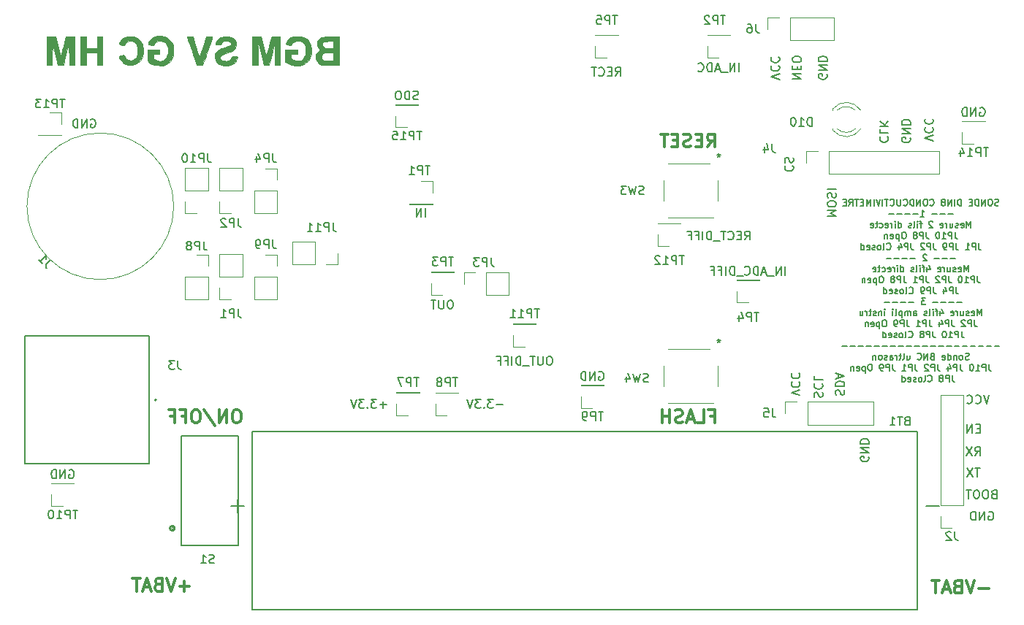
<source format=gbr>
%TF.GenerationSoftware,KiCad,Pcbnew,(5.1.10)-1*%
%TF.CreationDate,2022-06-10T18:10:21+02:00*%
%TF.ProjectId,NGL_Proto_ST,4e474c5f-5072-46f7-946f-5f53542e6b69,V1*%
%TF.SameCoordinates,Original*%
%TF.FileFunction,Legend,Bot*%
%TF.FilePolarity,Positive*%
%FSLAX46Y46*%
G04 Gerber Fmt 4.6, Leading zero omitted, Abs format (unit mm)*
G04 Created by KiCad (PCBNEW (5.1.10)-1) date 2022-06-10 18:10:21*
%MOMM*%
%LPD*%
G01*
G04 APERTURE LIST*
%ADD10C,0.150000*%
%ADD11C,0.300000*%
%ADD12C,0.010000*%
%ADD13C,0.120000*%
%ADD14C,0.200000*%
%ADD15C,0.127000*%
%ADD16C,0.050000*%
G04 APERTURE END LIST*
D10*
X210738095Y-98328571D02*
X210404761Y-98328571D01*
X210261904Y-98852380D02*
X210738095Y-98852380D01*
X210738095Y-97852380D01*
X210261904Y-97852380D01*
X209833333Y-98852380D02*
X209833333Y-97852380D01*
X209261904Y-98852380D01*
X209261904Y-97852380D01*
X212357142Y-105928571D02*
X212214285Y-105976190D01*
X212166666Y-106023809D01*
X212119047Y-106119047D01*
X212119047Y-106261904D01*
X212166666Y-106357142D01*
X212214285Y-106404761D01*
X212309523Y-106452380D01*
X212690476Y-106452380D01*
X212690476Y-105452380D01*
X212357142Y-105452380D01*
X212261904Y-105500000D01*
X212214285Y-105547619D01*
X212166666Y-105642857D01*
X212166666Y-105738095D01*
X212214285Y-105833333D01*
X212261904Y-105880952D01*
X212357142Y-105928571D01*
X212690476Y-105928571D01*
X211500000Y-105452380D02*
X211309523Y-105452380D01*
X211214285Y-105500000D01*
X211119047Y-105595238D01*
X211071428Y-105785714D01*
X211071428Y-106119047D01*
X211119047Y-106309523D01*
X211214285Y-106404761D01*
X211309523Y-106452380D01*
X211500000Y-106452380D01*
X211595238Y-106404761D01*
X211690476Y-106309523D01*
X211738095Y-106119047D01*
X211738095Y-105785714D01*
X211690476Y-105595238D01*
X211595238Y-105500000D01*
X211500000Y-105452380D01*
X210452380Y-105452380D02*
X210261904Y-105452380D01*
X210166666Y-105500000D01*
X210071428Y-105595238D01*
X210023809Y-105785714D01*
X210023809Y-106119047D01*
X210071428Y-106309523D01*
X210166666Y-106404761D01*
X210261904Y-106452380D01*
X210452380Y-106452380D01*
X210547619Y-106404761D01*
X210642857Y-106309523D01*
X210690476Y-106119047D01*
X210690476Y-105785714D01*
X210642857Y-105595238D01*
X210547619Y-105500000D01*
X210452380Y-105452380D01*
X209738095Y-105452380D02*
X209166666Y-105452380D01*
X209452380Y-106452380D02*
X209452380Y-105452380D01*
D11*
X211778571Y-116857142D02*
X210635714Y-116857142D01*
X210135714Y-115928571D02*
X209635714Y-117428571D01*
X209135714Y-115928571D01*
X208135714Y-116642857D02*
X207921428Y-116714285D01*
X207850000Y-116785714D01*
X207778571Y-116928571D01*
X207778571Y-117142857D01*
X207850000Y-117285714D01*
X207921428Y-117357142D01*
X208064285Y-117428571D01*
X208635714Y-117428571D01*
X208635714Y-115928571D01*
X208135714Y-115928571D01*
X207992857Y-116000000D01*
X207921428Y-116071428D01*
X207850000Y-116214285D01*
X207850000Y-116357142D01*
X207921428Y-116500000D01*
X207992857Y-116571428D01*
X208135714Y-116642857D01*
X208635714Y-116642857D01*
X207207142Y-117000000D02*
X206492857Y-117000000D01*
X207350000Y-117428571D02*
X206850000Y-115928571D01*
X206350000Y-117428571D01*
X206064285Y-115928571D02*
X205207142Y-115928571D01*
X205635714Y-117428571D02*
X205635714Y-115928571D01*
D10*
X212900000Y-72453571D02*
X212792857Y-72489285D01*
X212614285Y-72489285D01*
X212542857Y-72453571D01*
X212507142Y-72417857D01*
X212471428Y-72346428D01*
X212471428Y-72275000D01*
X212507142Y-72203571D01*
X212542857Y-72167857D01*
X212614285Y-72132142D01*
X212757142Y-72096428D01*
X212828571Y-72060714D01*
X212864285Y-72025000D01*
X212900000Y-71953571D01*
X212900000Y-71882142D01*
X212864285Y-71810714D01*
X212828571Y-71775000D01*
X212757142Y-71739285D01*
X212578571Y-71739285D01*
X212471428Y-71775000D01*
X212007142Y-71739285D02*
X211864285Y-71739285D01*
X211792857Y-71775000D01*
X211721428Y-71846428D01*
X211685714Y-71989285D01*
X211685714Y-72239285D01*
X211721428Y-72382142D01*
X211792857Y-72453571D01*
X211864285Y-72489285D01*
X212007142Y-72489285D01*
X212078571Y-72453571D01*
X212150000Y-72382142D01*
X212185714Y-72239285D01*
X212185714Y-71989285D01*
X212150000Y-71846428D01*
X212078571Y-71775000D01*
X212007142Y-71739285D01*
X211364285Y-72489285D02*
X211364285Y-71739285D01*
X210935714Y-72489285D01*
X210935714Y-71739285D01*
X210578571Y-72489285D02*
X210578571Y-71739285D01*
X210400000Y-71739285D01*
X210292857Y-71775000D01*
X210221428Y-71846428D01*
X210185714Y-71917857D01*
X210150000Y-72060714D01*
X210150000Y-72167857D01*
X210185714Y-72310714D01*
X210221428Y-72382142D01*
X210292857Y-72453571D01*
X210400000Y-72489285D01*
X210578571Y-72489285D01*
X209828571Y-72096428D02*
X209578571Y-72096428D01*
X209471428Y-72489285D02*
X209828571Y-72489285D01*
X209828571Y-71739285D01*
X209471428Y-71739285D01*
X208578571Y-72489285D02*
X208578571Y-71739285D01*
X208400000Y-71739285D01*
X208292857Y-71775000D01*
X208221428Y-71846428D01*
X208185714Y-71917857D01*
X208150000Y-72060714D01*
X208150000Y-72167857D01*
X208185714Y-72310714D01*
X208221428Y-72382142D01*
X208292857Y-72453571D01*
X208400000Y-72489285D01*
X208578571Y-72489285D01*
X207828571Y-72489285D02*
X207828571Y-71739285D01*
X207471428Y-72489285D02*
X207471428Y-71739285D01*
X207042857Y-72489285D01*
X207042857Y-71739285D01*
X206578571Y-72060714D02*
X206650000Y-72025000D01*
X206685714Y-71989285D01*
X206721428Y-71917857D01*
X206721428Y-71882142D01*
X206685714Y-71810714D01*
X206650000Y-71775000D01*
X206578571Y-71739285D01*
X206435714Y-71739285D01*
X206364285Y-71775000D01*
X206328571Y-71810714D01*
X206292857Y-71882142D01*
X206292857Y-71917857D01*
X206328571Y-71989285D01*
X206364285Y-72025000D01*
X206435714Y-72060714D01*
X206578571Y-72060714D01*
X206650000Y-72096428D01*
X206685714Y-72132142D01*
X206721428Y-72203571D01*
X206721428Y-72346428D01*
X206685714Y-72417857D01*
X206650000Y-72453571D01*
X206578571Y-72489285D01*
X206435714Y-72489285D01*
X206364285Y-72453571D01*
X206328571Y-72417857D01*
X206292857Y-72346428D01*
X206292857Y-72203571D01*
X206328571Y-72132142D01*
X206364285Y-72096428D01*
X206435714Y-72060714D01*
X204971428Y-72417857D02*
X205007142Y-72453571D01*
X205114285Y-72489285D01*
X205185714Y-72489285D01*
X205292857Y-72453571D01*
X205364285Y-72382142D01*
X205400000Y-72310714D01*
X205435714Y-72167857D01*
X205435714Y-72060714D01*
X205400000Y-71917857D01*
X205364285Y-71846428D01*
X205292857Y-71775000D01*
X205185714Y-71739285D01*
X205114285Y-71739285D01*
X205007142Y-71775000D01*
X204971428Y-71810714D01*
X204507142Y-71739285D02*
X204364285Y-71739285D01*
X204292857Y-71775000D01*
X204221428Y-71846428D01*
X204185714Y-71989285D01*
X204185714Y-72239285D01*
X204221428Y-72382142D01*
X204292857Y-72453571D01*
X204364285Y-72489285D01*
X204507142Y-72489285D01*
X204578571Y-72453571D01*
X204650000Y-72382142D01*
X204685714Y-72239285D01*
X204685714Y-71989285D01*
X204650000Y-71846428D01*
X204578571Y-71775000D01*
X204507142Y-71739285D01*
X203864285Y-72489285D02*
X203864285Y-71739285D01*
X203435714Y-72489285D01*
X203435714Y-71739285D01*
X203078571Y-72489285D02*
X203078571Y-71739285D01*
X202900000Y-71739285D01*
X202792857Y-71775000D01*
X202721428Y-71846428D01*
X202685714Y-71917857D01*
X202650000Y-72060714D01*
X202650000Y-72167857D01*
X202685714Y-72310714D01*
X202721428Y-72382142D01*
X202792857Y-72453571D01*
X202900000Y-72489285D01*
X203078571Y-72489285D01*
X201900000Y-72417857D02*
X201935714Y-72453571D01*
X202042857Y-72489285D01*
X202114285Y-72489285D01*
X202221428Y-72453571D01*
X202292857Y-72382142D01*
X202328571Y-72310714D01*
X202364285Y-72167857D01*
X202364285Y-72060714D01*
X202328571Y-71917857D01*
X202292857Y-71846428D01*
X202221428Y-71775000D01*
X202114285Y-71739285D01*
X202042857Y-71739285D01*
X201935714Y-71775000D01*
X201900000Y-71810714D01*
X201578571Y-71739285D02*
X201578571Y-72346428D01*
X201542857Y-72417857D01*
X201507142Y-72453571D01*
X201435714Y-72489285D01*
X201292857Y-72489285D01*
X201221428Y-72453571D01*
X201185714Y-72417857D01*
X201150000Y-72346428D01*
X201150000Y-71739285D01*
X200364285Y-72417857D02*
X200400000Y-72453571D01*
X200507142Y-72489285D01*
X200578571Y-72489285D01*
X200685714Y-72453571D01*
X200757142Y-72382142D01*
X200792857Y-72310714D01*
X200828571Y-72167857D01*
X200828571Y-72060714D01*
X200792857Y-71917857D01*
X200757142Y-71846428D01*
X200685714Y-71775000D01*
X200578571Y-71739285D01*
X200507142Y-71739285D01*
X200400000Y-71775000D01*
X200364285Y-71810714D01*
X200150000Y-71739285D02*
X199721428Y-71739285D01*
X199935714Y-72489285D02*
X199935714Y-71739285D01*
X199471428Y-72489285D02*
X199471428Y-71739285D01*
X199221428Y-71739285D02*
X198971428Y-72489285D01*
X198721428Y-71739285D01*
X198471428Y-72489285D02*
X198471428Y-71739285D01*
X198114285Y-72489285D02*
X198114285Y-71739285D01*
X197864285Y-72275000D01*
X197614285Y-71739285D01*
X197614285Y-72489285D01*
X197257142Y-72096428D02*
X197007142Y-72096428D01*
X196900000Y-72489285D02*
X197257142Y-72489285D01*
X197257142Y-71739285D01*
X196900000Y-71739285D01*
X196685714Y-71739285D02*
X196257142Y-71739285D01*
X196471428Y-72489285D02*
X196471428Y-71739285D01*
X195578571Y-72489285D02*
X195828571Y-72132142D01*
X196007142Y-72489285D02*
X196007142Y-71739285D01*
X195721428Y-71739285D01*
X195650000Y-71775000D01*
X195614285Y-71810714D01*
X195578571Y-71882142D01*
X195578571Y-71989285D01*
X195614285Y-72060714D01*
X195650000Y-72096428D01*
X195721428Y-72132142D01*
X196007142Y-72132142D01*
X195257142Y-72096428D02*
X195007142Y-72096428D01*
X194900000Y-72489285D02*
X195257142Y-72489285D01*
X195257142Y-71739285D01*
X194900000Y-71739285D01*
X207614285Y-73478571D02*
X207042857Y-73478571D01*
X206685714Y-73478571D02*
X206114285Y-73478571D01*
X205757142Y-73478571D02*
X205185714Y-73478571D01*
X203864285Y-73764285D02*
X204292857Y-73764285D01*
X204078571Y-73764285D02*
X204078571Y-73014285D01*
X204150000Y-73121428D01*
X204221428Y-73192857D01*
X204292857Y-73228571D01*
X203542857Y-73478571D02*
X202971428Y-73478571D01*
X202614285Y-73478571D02*
X202042857Y-73478571D01*
X201685714Y-73478571D02*
X201114285Y-73478571D01*
X200757142Y-73478571D02*
X200185714Y-73478571D01*
X209703571Y-75039285D02*
X209703571Y-74289285D01*
X209453571Y-74825000D01*
X209203571Y-74289285D01*
X209203571Y-75039285D01*
X208560714Y-75003571D02*
X208632142Y-75039285D01*
X208775000Y-75039285D01*
X208846428Y-75003571D01*
X208882142Y-74932142D01*
X208882142Y-74646428D01*
X208846428Y-74575000D01*
X208775000Y-74539285D01*
X208632142Y-74539285D01*
X208560714Y-74575000D01*
X208525000Y-74646428D01*
X208525000Y-74717857D01*
X208882142Y-74789285D01*
X208239285Y-75003571D02*
X208167857Y-75039285D01*
X208025000Y-75039285D01*
X207953571Y-75003571D01*
X207917857Y-74932142D01*
X207917857Y-74896428D01*
X207953571Y-74825000D01*
X208025000Y-74789285D01*
X208132142Y-74789285D01*
X208203571Y-74753571D01*
X208239285Y-74682142D01*
X208239285Y-74646428D01*
X208203571Y-74575000D01*
X208132142Y-74539285D01*
X208025000Y-74539285D01*
X207953571Y-74575000D01*
X207275000Y-74539285D02*
X207275000Y-75039285D01*
X207596428Y-74539285D02*
X207596428Y-74932142D01*
X207560714Y-75003571D01*
X207489285Y-75039285D01*
X207382142Y-75039285D01*
X207310714Y-75003571D01*
X207275000Y-74967857D01*
X206917857Y-75039285D02*
X206917857Y-74539285D01*
X206917857Y-74682142D02*
X206882142Y-74610714D01*
X206846428Y-74575000D01*
X206775000Y-74539285D01*
X206703571Y-74539285D01*
X206167857Y-75003571D02*
X206239285Y-75039285D01*
X206382142Y-75039285D01*
X206453571Y-75003571D01*
X206489285Y-74932142D01*
X206489285Y-74646428D01*
X206453571Y-74575000D01*
X206382142Y-74539285D01*
X206239285Y-74539285D01*
X206167857Y-74575000D01*
X206132142Y-74646428D01*
X206132142Y-74717857D01*
X206489285Y-74789285D01*
X205275000Y-74360714D02*
X205239285Y-74325000D01*
X205167857Y-74289285D01*
X204989285Y-74289285D01*
X204917857Y-74325000D01*
X204882142Y-74360714D01*
X204846428Y-74432142D01*
X204846428Y-74503571D01*
X204882142Y-74610714D01*
X205310714Y-75039285D01*
X204846428Y-75039285D01*
X204060714Y-74539285D02*
X203775000Y-74539285D01*
X203953571Y-75039285D02*
X203953571Y-74396428D01*
X203917857Y-74325000D01*
X203846428Y-74289285D01*
X203775000Y-74289285D01*
X203525000Y-75039285D02*
X203525000Y-74539285D01*
X203525000Y-74289285D02*
X203560714Y-74325000D01*
X203525000Y-74360714D01*
X203489285Y-74325000D01*
X203525000Y-74289285D01*
X203525000Y-74360714D01*
X203060714Y-75039285D02*
X203132142Y-75003571D01*
X203167857Y-74932142D01*
X203167857Y-74289285D01*
X202810714Y-75003571D02*
X202739285Y-75039285D01*
X202596428Y-75039285D01*
X202525000Y-75003571D01*
X202489285Y-74932142D01*
X202489285Y-74896428D01*
X202525000Y-74825000D01*
X202596428Y-74789285D01*
X202703571Y-74789285D01*
X202775000Y-74753571D01*
X202810714Y-74682142D01*
X202810714Y-74646428D01*
X202775000Y-74575000D01*
X202703571Y-74539285D01*
X202596428Y-74539285D01*
X202525000Y-74575000D01*
X201275000Y-75039285D02*
X201275000Y-74289285D01*
X201275000Y-75003571D02*
X201346428Y-75039285D01*
X201489285Y-75039285D01*
X201560714Y-75003571D01*
X201596428Y-74967857D01*
X201632142Y-74896428D01*
X201632142Y-74682142D01*
X201596428Y-74610714D01*
X201560714Y-74575000D01*
X201489285Y-74539285D01*
X201346428Y-74539285D01*
X201275000Y-74575000D01*
X200917857Y-75039285D02*
X200917857Y-74539285D01*
X200917857Y-74289285D02*
X200953571Y-74325000D01*
X200917857Y-74360714D01*
X200882142Y-74325000D01*
X200917857Y-74289285D01*
X200917857Y-74360714D01*
X200560714Y-75039285D02*
X200560714Y-74539285D01*
X200560714Y-74682142D02*
X200525000Y-74610714D01*
X200489285Y-74575000D01*
X200417857Y-74539285D01*
X200346428Y-74539285D01*
X199810714Y-75003571D02*
X199882142Y-75039285D01*
X200025000Y-75039285D01*
X200096428Y-75003571D01*
X200132142Y-74932142D01*
X200132142Y-74646428D01*
X200096428Y-74575000D01*
X200025000Y-74539285D01*
X199882142Y-74539285D01*
X199810714Y-74575000D01*
X199775000Y-74646428D01*
X199775000Y-74717857D01*
X200132142Y-74789285D01*
X199132142Y-75003571D02*
X199203571Y-75039285D01*
X199346428Y-75039285D01*
X199417857Y-75003571D01*
X199453571Y-74967857D01*
X199489285Y-74896428D01*
X199489285Y-74682142D01*
X199453571Y-74610714D01*
X199417857Y-74575000D01*
X199346428Y-74539285D01*
X199203571Y-74539285D01*
X199132142Y-74575000D01*
X198917857Y-74539285D02*
X198632142Y-74539285D01*
X198810714Y-74289285D02*
X198810714Y-74932142D01*
X198775000Y-75003571D01*
X198703571Y-75039285D01*
X198632142Y-75039285D01*
X198096428Y-75003571D02*
X198167857Y-75039285D01*
X198310714Y-75039285D01*
X198382142Y-75003571D01*
X198417857Y-74932142D01*
X198417857Y-74646428D01*
X198382142Y-74575000D01*
X198310714Y-74539285D01*
X198167857Y-74539285D01*
X198096428Y-74575000D01*
X198060714Y-74646428D01*
X198060714Y-74717857D01*
X198417857Y-74789285D01*
X207864285Y-75564285D02*
X207864285Y-76100000D01*
X207900000Y-76207142D01*
X207971428Y-76278571D01*
X208078571Y-76314285D01*
X208150000Y-76314285D01*
X207507142Y-76314285D02*
X207507142Y-75564285D01*
X207221428Y-75564285D01*
X207150000Y-75600000D01*
X207114285Y-75635714D01*
X207078571Y-75707142D01*
X207078571Y-75814285D01*
X207114285Y-75885714D01*
X207150000Y-75921428D01*
X207221428Y-75957142D01*
X207507142Y-75957142D01*
X206364285Y-76314285D02*
X206792857Y-76314285D01*
X206578571Y-76314285D02*
X206578571Y-75564285D01*
X206650000Y-75671428D01*
X206721428Y-75742857D01*
X206792857Y-75778571D01*
X205900000Y-75564285D02*
X205828571Y-75564285D01*
X205757142Y-75600000D01*
X205721428Y-75635714D01*
X205685714Y-75707142D01*
X205650000Y-75850000D01*
X205650000Y-76028571D01*
X205685714Y-76171428D01*
X205721428Y-76242857D01*
X205757142Y-76278571D01*
X205828571Y-76314285D01*
X205900000Y-76314285D01*
X205971428Y-76278571D01*
X206007142Y-76242857D01*
X206042857Y-76171428D01*
X206078571Y-76028571D01*
X206078571Y-75850000D01*
X206042857Y-75707142D01*
X206007142Y-75635714D01*
X205971428Y-75600000D01*
X205900000Y-75564285D01*
X204542857Y-75564285D02*
X204542857Y-76100000D01*
X204578571Y-76207142D01*
X204650000Y-76278571D01*
X204757142Y-76314285D01*
X204828571Y-76314285D01*
X204185714Y-76314285D02*
X204185714Y-75564285D01*
X203900000Y-75564285D01*
X203828571Y-75600000D01*
X203792857Y-75635714D01*
X203757142Y-75707142D01*
X203757142Y-75814285D01*
X203792857Y-75885714D01*
X203828571Y-75921428D01*
X203900000Y-75957142D01*
X204185714Y-75957142D01*
X203328571Y-75885714D02*
X203400000Y-75850000D01*
X203435714Y-75814285D01*
X203471428Y-75742857D01*
X203471428Y-75707142D01*
X203435714Y-75635714D01*
X203400000Y-75600000D01*
X203328571Y-75564285D01*
X203185714Y-75564285D01*
X203114285Y-75600000D01*
X203078571Y-75635714D01*
X203042857Y-75707142D01*
X203042857Y-75742857D01*
X203078571Y-75814285D01*
X203114285Y-75850000D01*
X203185714Y-75885714D01*
X203328571Y-75885714D01*
X203400000Y-75921428D01*
X203435714Y-75957142D01*
X203471428Y-76028571D01*
X203471428Y-76171428D01*
X203435714Y-76242857D01*
X203400000Y-76278571D01*
X203328571Y-76314285D01*
X203185714Y-76314285D01*
X203114285Y-76278571D01*
X203078571Y-76242857D01*
X203042857Y-76171428D01*
X203042857Y-76028571D01*
X203078571Y-75957142D01*
X203114285Y-75921428D01*
X203185714Y-75885714D01*
X202007142Y-75564285D02*
X201864285Y-75564285D01*
X201792857Y-75600000D01*
X201721428Y-75671428D01*
X201685714Y-75814285D01*
X201685714Y-76064285D01*
X201721428Y-76207142D01*
X201792857Y-76278571D01*
X201864285Y-76314285D01*
X202007142Y-76314285D01*
X202078571Y-76278571D01*
X202150000Y-76207142D01*
X202185714Y-76064285D01*
X202185714Y-75814285D01*
X202150000Y-75671428D01*
X202078571Y-75600000D01*
X202007142Y-75564285D01*
X201364285Y-75814285D02*
X201364285Y-76564285D01*
X201364285Y-75850000D02*
X201292857Y-75814285D01*
X201150000Y-75814285D01*
X201078571Y-75850000D01*
X201042857Y-75885714D01*
X201007142Y-75957142D01*
X201007142Y-76171428D01*
X201042857Y-76242857D01*
X201078571Y-76278571D01*
X201150000Y-76314285D01*
X201292857Y-76314285D01*
X201364285Y-76278571D01*
X200400000Y-76278571D02*
X200471428Y-76314285D01*
X200614285Y-76314285D01*
X200685714Y-76278571D01*
X200721428Y-76207142D01*
X200721428Y-75921428D01*
X200685714Y-75850000D01*
X200614285Y-75814285D01*
X200471428Y-75814285D01*
X200400000Y-75850000D01*
X200364285Y-75921428D01*
X200364285Y-75992857D01*
X200721428Y-76064285D01*
X200042857Y-75814285D02*
X200042857Y-76314285D01*
X200042857Y-75885714D02*
X200007142Y-75850000D01*
X199935714Y-75814285D01*
X199828571Y-75814285D01*
X199757142Y-75850000D01*
X199721428Y-75921428D01*
X199721428Y-76314285D01*
X210596428Y-76839285D02*
X210596428Y-77375000D01*
X210632142Y-77482142D01*
X210703571Y-77553571D01*
X210810714Y-77589285D01*
X210882142Y-77589285D01*
X210239285Y-77589285D02*
X210239285Y-76839285D01*
X209953571Y-76839285D01*
X209882142Y-76875000D01*
X209846428Y-76910714D01*
X209810714Y-76982142D01*
X209810714Y-77089285D01*
X209846428Y-77160714D01*
X209882142Y-77196428D01*
X209953571Y-77232142D01*
X210239285Y-77232142D01*
X209096428Y-77589285D02*
X209525000Y-77589285D01*
X209310714Y-77589285D02*
X209310714Y-76839285D01*
X209382142Y-76946428D01*
X209453571Y-77017857D01*
X209525000Y-77053571D01*
X207989285Y-76839285D02*
X207989285Y-77375000D01*
X208025000Y-77482142D01*
X208096428Y-77553571D01*
X208203571Y-77589285D01*
X208275000Y-77589285D01*
X207632142Y-77589285D02*
X207632142Y-76839285D01*
X207346428Y-76839285D01*
X207275000Y-76875000D01*
X207239285Y-76910714D01*
X207203571Y-76982142D01*
X207203571Y-77089285D01*
X207239285Y-77160714D01*
X207275000Y-77196428D01*
X207346428Y-77232142D01*
X207632142Y-77232142D01*
X206846428Y-77589285D02*
X206703571Y-77589285D01*
X206632142Y-77553571D01*
X206596428Y-77517857D01*
X206525000Y-77410714D01*
X206489285Y-77267857D01*
X206489285Y-76982142D01*
X206525000Y-76910714D01*
X206560714Y-76875000D01*
X206632142Y-76839285D01*
X206775000Y-76839285D01*
X206846428Y-76875000D01*
X206882142Y-76910714D01*
X206917857Y-76982142D01*
X206917857Y-77160714D01*
X206882142Y-77232142D01*
X206846428Y-77267857D01*
X206775000Y-77303571D01*
X206632142Y-77303571D01*
X206560714Y-77267857D01*
X206525000Y-77232142D01*
X206489285Y-77160714D01*
X205382142Y-76839285D02*
X205382142Y-77375000D01*
X205417857Y-77482142D01*
X205489285Y-77553571D01*
X205596428Y-77589285D01*
X205667857Y-77589285D01*
X205025000Y-77589285D02*
X205025000Y-76839285D01*
X204739285Y-76839285D01*
X204667857Y-76875000D01*
X204632142Y-76910714D01*
X204596428Y-76982142D01*
X204596428Y-77089285D01*
X204632142Y-77160714D01*
X204667857Y-77196428D01*
X204739285Y-77232142D01*
X205025000Y-77232142D01*
X204310714Y-76910714D02*
X204275000Y-76875000D01*
X204203571Y-76839285D01*
X204025000Y-76839285D01*
X203953571Y-76875000D01*
X203917857Y-76910714D01*
X203882142Y-76982142D01*
X203882142Y-77053571D01*
X203917857Y-77160714D01*
X204346428Y-77589285D01*
X203882142Y-77589285D01*
X202775000Y-76839285D02*
X202775000Y-77375000D01*
X202810714Y-77482142D01*
X202882142Y-77553571D01*
X202989285Y-77589285D01*
X203060714Y-77589285D01*
X202417857Y-77589285D02*
X202417857Y-76839285D01*
X202132142Y-76839285D01*
X202060714Y-76875000D01*
X202025000Y-76910714D01*
X201989285Y-76982142D01*
X201989285Y-77089285D01*
X202025000Y-77160714D01*
X202060714Y-77196428D01*
X202132142Y-77232142D01*
X202417857Y-77232142D01*
X201346428Y-77089285D02*
X201346428Y-77589285D01*
X201525000Y-76803571D02*
X201703571Y-77339285D01*
X201239285Y-77339285D01*
X199953571Y-77517857D02*
X199989285Y-77553571D01*
X200096428Y-77589285D01*
X200167857Y-77589285D01*
X200275000Y-77553571D01*
X200346428Y-77482142D01*
X200382142Y-77410714D01*
X200417857Y-77267857D01*
X200417857Y-77160714D01*
X200382142Y-77017857D01*
X200346428Y-76946428D01*
X200275000Y-76875000D01*
X200167857Y-76839285D01*
X200096428Y-76839285D01*
X199989285Y-76875000D01*
X199953571Y-76910714D01*
X199525000Y-77589285D02*
X199596428Y-77553571D01*
X199632142Y-77482142D01*
X199632142Y-76839285D01*
X199132142Y-77589285D02*
X199203571Y-77553571D01*
X199239285Y-77517857D01*
X199275000Y-77446428D01*
X199275000Y-77232142D01*
X199239285Y-77160714D01*
X199203571Y-77125000D01*
X199132142Y-77089285D01*
X199025000Y-77089285D01*
X198953571Y-77125000D01*
X198917857Y-77160714D01*
X198882142Y-77232142D01*
X198882142Y-77446428D01*
X198917857Y-77517857D01*
X198953571Y-77553571D01*
X199025000Y-77589285D01*
X199132142Y-77589285D01*
X198596428Y-77553571D02*
X198525000Y-77589285D01*
X198382142Y-77589285D01*
X198310714Y-77553571D01*
X198275000Y-77482142D01*
X198275000Y-77446428D01*
X198310714Y-77375000D01*
X198382142Y-77339285D01*
X198489285Y-77339285D01*
X198560714Y-77303571D01*
X198596428Y-77232142D01*
X198596428Y-77196428D01*
X198560714Y-77125000D01*
X198489285Y-77089285D01*
X198382142Y-77089285D01*
X198310714Y-77125000D01*
X197667857Y-77553571D02*
X197739285Y-77589285D01*
X197882142Y-77589285D01*
X197953571Y-77553571D01*
X197989285Y-77482142D01*
X197989285Y-77196428D01*
X197953571Y-77125000D01*
X197882142Y-77089285D01*
X197739285Y-77089285D01*
X197667857Y-77125000D01*
X197632142Y-77196428D01*
X197632142Y-77267857D01*
X197989285Y-77339285D01*
X196989285Y-77589285D02*
X196989285Y-76839285D01*
X196989285Y-77553571D02*
X197060714Y-77589285D01*
X197203571Y-77589285D01*
X197275000Y-77553571D01*
X197310714Y-77517857D01*
X197346428Y-77446428D01*
X197346428Y-77232142D01*
X197310714Y-77160714D01*
X197275000Y-77125000D01*
X197203571Y-77089285D01*
X197060714Y-77089285D01*
X196989285Y-77125000D01*
X207900000Y-78578571D02*
X207328571Y-78578571D01*
X206971428Y-78578571D02*
X206400000Y-78578571D01*
X206042857Y-78578571D02*
X205471428Y-78578571D01*
X204578571Y-78185714D02*
X204542857Y-78150000D01*
X204471428Y-78114285D01*
X204292857Y-78114285D01*
X204221428Y-78150000D01*
X204185714Y-78185714D01*
X204150000Y-78257142D01*
X204150000Y-78328571D01*
X204185714Y-78435714D01*
X204614285Y-78864285D01*
X204150000Y-78864285D01*
X203257142Y-78578571D02*
X202685714Y-78578571D01*
X202328571Y-78578571D02*
X201757142Y-78578571D01*
X201400000Y-78578571D02*
X200828571Y-78578571D01*
X200471428Y-78578571D02*
X199900000Y-78578571D01*
X209417857Y-80139285D02*
X209417857Y-79389285D01*
X209167857Y-79925000D01*
X208917857Y-79389285D01*
X208917857Y-80139285D01*
X208275000Y-80103571D02*
X208346428Y-80139285D01*
X208489285Y-80139285D01*
X208560714Y-80103571D01*
X208596428Y-80032142D01*
X208596428Y-79746428D01*
X208560714Y-79675000D01*
X208489285Y-79639285D01*
X208346428Y-79639285D01*
X208275000Y-79675000D01*
X208239285Y-79746428D01*
X208239285Y-79817857D01*
X208596428Y-79889285D01*
X207953571Y-80103571D02*
X207882142Y-80139285D01*
X207739285Y-80139285D01*
X207667857Y-80103571D01*
X207632142Y-80032142D01*
X207632142Y-79996428D01*
X207667857Y-79925000D01*
X207739285Y-79889285D01*
X207846428Y-79889285D01*
X207917857Y-79853571D01*
X207953571Y-79782142D01*
X207953571Y-79746428D01*
X207917857Y-79675000D01*
X207846428Y-79639285D01*
X207739285Y-79639285D01*
X207667857Y-79675000D01*
X206989285Y-79639285D02*
X206989285Y-80139285D01*
X207310714Y-79639285D02*
X207310714Y-80032142D01*
X207275000Y-80103571D01*
X207203571Y-80139285D01*
X207096428Y-80139285D01*
X207025000Y-80103571D01*
X206989285Y-80067857D01*
X206632142Y-80139285D02*
X206632142Y-79639285D01*
X206632142Y-79782142D02*
X206596428Y-79710714D01*
X206560714Y-79675000D01*
X206489285Y-79639285D01*
X206417857Y-79639285D01*
X205882142Y-80103571D02*
X205953571Y-80139285D01*
X206096428Y-80139285D01*
X206167857Y-80103571D01*
X206203571Y-80032142D01*
X206203571Y-79746428D01*
X206167857Y-79675000D01*
X206096428Y-79639285D01*
X205953571Y-79639285D01*
X205882142Y-79675000D01*
X205846428Y-79746428D01*
X205846428Y-79817857D01*
X206203571Y-79889285D01*
X204632142Y-79639285D02*
X204632142Y-80139285D01*
X204810714Y-79353571D02*
X204989285Y-79889285D01*
X204525000Y-79889285D01*
X204346428Y-79639285D02*
X204060714Y-79639285D01*
X204239285Y-80139285D02*
X204239285Y-79496428D01*
X204203571Y-79425000D01*
X204132142Y-79389285D01*
X204060714Y-79389285D01*
X203810714Y-80139285D02*
X203810714Y-79639285D01*
X203810714Y-79389285D02*
X203846428Y-79425000D01*
X203810714Y-79460714D01*
X203775000Y-79425000D01*
X203810714Y-79389285D01*
X203810714Y-79460714D01*
X203346428Y-80139285D02*
X203417857Y-80103571D01*
X203453571Y-80032142D01*
X203453571Y-79389285D01*
X203096428Y-80103571D02*
X203025000Y-80139285D01*
X202882142Y-80139285D01*
X202810714Y-80103571D01*
X202775000Y-80032142D01*
X202775000Y-79996428D01*
X202810714Y-79925000D01*
X202882142Y-79889285D01*
X202989285Y-79889285D01*
X203060714Y-79853571D01*
X203096428Y-79782142D01*
X203096428Y-79746428D01*
X203060714Y-79675000D01*
X202989285Y-79639285D01*
X202882142Y-79639285D01*
X202810714Y-79675000D01*
X201560714Y-80139285D02*
X201560714Y-79389285D01*
X201560714Y-80103571D02*
X201632142Y-80139285D01*
X201775000Y-80139285D01*
X201846428Y-80103571D01*
X201882142Y-80067857D01*
X201917857Y-79996428D01*
X201917857Y-79782142D01*
X201882142Y-79710714D01*
X201846428Y-79675000D01*
X201775000Y-79639285D01*
X201632142Y-79639285D01*
X201560714Y-79675000D01*
X201203571Y-80139285D02*
X201203571Y-79639285D01*
X201203571Y-79389285D02*
X201239285Y-79425000D01*
X201203571Y-79460714D01*
X201167857Y-79425000D01*
X201203571Y-79389285D01*
X201203571Y-79460714D01*
X200846428Y-80139285D02*
X200846428Y-79639285D01*
X200846428Y-79782142D02*
X200810714Y-79710714D01*
X200775000Y-79675000D01*
X200703571Y-79639285D01*
X200632142Y-79639285D01*
X200096428Y-80103571D02*
X200167857Y-80139285D01*
X200310714Y-80139285D01*
X200382142Y-80103571D01*
X200417857Y-80032142D01*
X200417857Y-79746428D01*
X200382142Y-79675000D01*
X200310714Y-79639285D01*
X200167857Y-79639285D01*
X200096428Y-79675000D01*
X200060714Y-79746428D01*
X200060714Y-79817857D01*
X200417857Y-79889285D01*
X199417857Y-80103571D02*
X199489285Y-80139285D01*
X199632142Y-80139285D01*
X199703571Y-80103571D01*
X199739285Y-80067857D01*
X199775000Y-79996428D01*
X199775000Y-79782142D01*
X199739285Y-79710714D01*
X199703571Y-79675000D01*
X199632142Y-79639285D01*
X199489285Y-79639285D01*
X199417857Y-79675000D01*
X199203571Y-79639285D02*
X198917857Y-79639285D01*
X199096428Y-79389285D02*
X199096428Y-80032142D01*
X199060714Y-80103571D01*
X198989285Y-80139285D01*
X198917857Y-80139285D01*
X198382142Y-80103571D02*
X198453571Y-80139285D01*
X198596428Y-80139285D01*
X198667857Y-80103571D01*
X198703571Y-80032142D01*
X198703571Y-79746428D01*
X198667857Y-79675000D01*
X198596428Y-79639285D01*
X198453571Y-79639285D01*
X198382142Y-79675000D01*
X198346428Y-79746428D01*
X198346428Y-79817857D01*
X198703571Y-79889285D01*
X210471428Y-80664285D02*
X210471428Y-81200000D01*
X210507142Y-81307142D01*
X210578571Y-81378571D01*
X210685714Y-81414285D01*
X210757142Y-81414285D01*
X210114285Y-81414285D02*
X210114285Y-80664285D01*
X209828571Y-80664285D01*
X209757142Y-80700000D01*
X209721428Y-80735714D01*
X209685714Y-80807142D01*
X209685714Y-80914285D01*
X209721428Y-80985714D01*
X209757142Y-81021428D01*
X209828571Y-81057142D01*
X210114285Y-81057142D01*
X208971428Y-81414285D02*
X209400000Y-81414285D01*
X209185714Y-81414285D02*
X209185714Y-80664285D01*
X209257142Y-80771428D01*
X209328571Y-80842857D01*
X209400000Y-80878571D01*
X208507142Y-80664285D02*
X208435714Y-80664285D01*
X208364285Y-80700000D01*
X208328571Y-80735714D01*
X208292857Y-80807142D01*
X208257142Y-80950000D01*
X208257142Y-81128571D01*
X208292857Y-81271428D01*
X208328571Y-81342857D01*
X208364285Y-81378571D01*
X208435714Y-81414285D01*
X208507142Y-81414285D01*
X208578571Y-81378571D01*
X208614285Y-81342857D01*
X208650000Y-81271428D01*
X208685714Y-81128571D01*
X208685714Y-80950000D01*
X208650000Y-80807142D01*
X208614285Y-80735714D01*
X208578571Y-80700000D01*
X208507142Y-80664285D01*
X207150000Y-80664285D02*
X207150000Y-81200000D01*
X207185714Y-81307142D01*
X207257142Y-81378571D01*
X207364285Y-81414285D01*
X207435714Y-81414285D01*
X206792857Y-81414285D02*
X206792857Y-80664285D01*
X206507142Y-80664285D01*
X206435714Y-80700000D01*
X206400000Y-80735714D01*
X206364285Y-80807142D01*
X206364285Y-80914285D01*
X206400000Y-80985714D01*
X206435714Y-81021428D01*
X206507142Y-81057142D01*
X206792857Y-81057142D01*
X206078571Y-80735714D02*
X206042857Y-80700000D01*
X205971428Y-80664285D01*
X205792857Y-80664285D01*
X205721428Y-80700000D01*
X205685714Y-80735714D01*
X205650000Y-80807142D01*
X205650000Y-80878571D01*
X205685714Y-80985714D01*
X206114285Y-81414285D01*
X205650000Y-81414285D01*
X204542857Y-80664285D02*
X204542857Y-81200000D01*
X204578571Y-81307142D01*
X204650000Y-81378571D01*
X204757142Y-81414285D01*
X204828571Y-81414285D01*
X204185714Y-81414285D02*
X204185714Y-80664285D01*
X203900000Y-80664285D01*
X203828571Y-80700000D01*
X203792857Y-80735714D01*
X203757142Y-80807142D01*
X203757142Y-80914285D01*
X203792857Y-80985714D01*
X203828571Y-81021428D01*
X203900000Y-81057142D01*
X204185714Y-81057142D01*
X203042857Y-81414285D02*
X203471428Y-81414285D01*
X203257142Y-81414285D02*
X203257142Y-80664285D01*
X203328571Y-80771428D01*
X203400000Y-80842857D01*
X203471428Y-80878571D01*
X201935714Y-80664285D02*
X201935714Y-81200000D01*
X201971428Y-81307142D01*
X202042857Y-81378571D01*
X202150000Y-81414285D01*
X202221428Y-81414285D01*
X201578571Y-81414285D02*
X201578571Y-80664285D01*
X201292857Y-80664285D01*
X201221428Y-80700000D01*
X201185714Y-80735714D01*
X201150000Y-80807142D01*
X201150000Y-80914285D01*
X201185714Y-80985714D01*
X201221428Y-81021428D01*
X201292857Y-81057142D01*
X201578571Y-81057142D01*
X200721428Y-80985714D02*
X200792857Y-80950000D01*
X200828571Y-80914285D01*
X200864285Y-80842857D01*
X200864285Y-80807142D01*
X200828571Y-80735714D01*
X200792857Y-80700000D01*
X200721428Y-80664285D01*
X200578571Y-80664285D01*
X200507142Y-80700000D01*
X200471428Y-80735714D01*
X200435714Y-80807142D01*
X200435714Y-80842857D01*
X200471428Y-80914285D01*
X200507142Y-80950000D01*
X200578571Y-80985714D01*
X200721428Y-80985714D01*
X200792857Y-81021428D01*
X200828571Y-81057142D01*
X200864285Y-81128571D01*
X200864285Y-81271428D01*
X200828571Y-81342857D01*
X200792857Y-81378571D01*
X200721428Y-81414285D01*
X200578571Y-81414285D01*
X200507142Y-81378571D01*
X200471428Y-81342857D01*
X200435714Y-81271428D01*
X200435714Y-81128571D01*
X200471428Y-81057142D01*
X200507142Y-81021428D01*
X200578571Y-80985714D01*
X199400000Y-80664285D02*
X199257142Y-80664285D01*
X199185714Y-80700000D01*
X199114285Y-80771428D01*
X199078571Y-80914285D01*
X199078571Y-81164285D01*
X199114285Y-81307142D01*
X199185714Y-81378571D01*
X199257142Y-81414285D01*
X199400000Y-81414285D01*
X199471428Y-81378571D01*
X199542857Y-81307142D01*
X199578571Y-81164285D01*
X199578571Y-80914285D01*
X199542857Y-80771428D01*
X199471428Y-80700000D01*
X199400000Y-80664285D01*
X198757142Y-80914285D02*
X198757142Y-81664285D01*
X198757142Y-80950000D02*
X198685714Y-80914285D01*
X198542857Y-80914285D01*
X198471428Y-80950000D01*
X198435714Y-80985714D01*
X198400000Y-81057142D01*
X198400000Y-81271428D01*
X198435714Y-81342857D01*
X198471428Y-81378571D01*
X198542857Y-81414285D01*
X198685714Y-81414285D01*
X198757142Y-81378571D01*
X197792857Y-81378571D02*
X197864285Y-81414285D01*
X198007142Y-81414285D01*
X198078571Y-81378571D01*
X198114285Y-81307142D01*
X198114285Y-81021428D01*
X198078571Y-80950000D01*
X198007142Y-80914285D01*
X197864285Y-80914285D01*
X197792857Y-80950000D01*
X197757142Y-81021428D01*
X197757142Y-81092857D01*
X198114285Y-81164285D01*
X197435714Y-80914285D02*
X197435714Y-81414285D01*
X197435714Y-80985714D02*
X197400000Y-80950000D01*
X197328571Y-80914285D01*
X197221428Y-80914285D01*
X197150000Y-80950000D01*
X197114285Y-81021428D01*
X197114285Y-81414285D01*
X207989285Y-81939285D02*
X207989285Y-82475000D01*
X208025000Y-82582142D01*
X208096428Y-82653571D01*
X208203571Y-82689285D01*
X208275000Y-82689285D01*
X207632142Y-82689285D02*
X207632142Y-81939285D01*
X207346428Y-81939285D01*
X207275000Y-81975000D01*
X207239285Y-82010714D01*
X207203571Y-82082142D01*
X207203571Y-82189285D01*
X207239285Y-82260714D01*
X207275000Y-82296428D01*
X207346428Y-82332142D01*
X207632142Y-82332142D01*
X206560714Y-82189285D02*
X206560714Y-82689285D01*
X206739285Y-81903571D02*
X206917857Y-82439285D01*
X206453571Y-82439285D01*
X205382142Y-81939285D02*
X205382142Y-82475000D01*
X205417857Y-82582142D01*
X205489285Y-82653571D01*
X205596428Y-82689285D01*
X205667857Y-82689285D01*
X205025000Y-82689285D02*
X205025000Y-81939285D01*
X204739285Y-81939285D01*
X204667857Y-81975000D01*
X204632142Y-82010714D01*
X204596428Y-82082142D01*
X204596428Y-82189285D01*
X204632142Y-82260714D01*
X204667857Y-82296428D01*
X204739285Y-82332142D01*
X205025000Y-82332142D01*
X204239285Y-82689285D02*
X204096428Y-82689285D01*
X204025000Y-82653571D01*
X203989285Y-82617857D01*
X203917857Y-82510714D01*
X203882142Y-82367857D01*
X203882142Y-82082142D01*
X203917857Y-82010714D01*
X203953571Y-81975000D01*
X204025000Y-81939285D01*
X204167857Y-81939285D01*
X204239285Y-81975000D01*
X204275000Y-82010714D01*
X204310714Y-82082142D01*
X204310714Y-82260714D01*
X204275000Y-82332142D01*
X204239285Y-82367857D01*
X204167857Y-82403571D01*
X204025000Y-82403571D01*
X203953571Y-82367857D01*
X203917857Y-82332142D01*
X203882142Y-82260714D01*
X202560714Y-82617857D02*
X202596428Y-82653571D01*
X202703571Y-82689285D01*
X202775000Y-82689285D01*
X202882142Y-82653571D01*
X202953571Y-82582142D01*
X202989285Y-82510714D01*
X203025000Y-82367857D01*
X203025000Y-82260714D01*
X202989285Y-82117857D01*
X202953571Y-82046428D01*
X202882142Y-81975000D01*
X202775000Y-81939285D01*
X202703571Y-81939285D01*
X202596428Y-81975000D01*
X202560714Y-82010714D01*
X202132142Y-82689285D02*
X202203571Y-82653571D01*
X202239285Y-82582142D01*
X202239285Y-81939285D01*
X201739285Y-82689285D02*
X201810714Y-82653571D01*
X201846428Y-82617857D01*
X201882142Y-82546428D01*
X201882142Y-82332142D01*
X201846428Y-82260714D01*
X201810714Y-82225000D01*
X201739285Y-82189285D01*
X201632142Y-82189285D01*
X201560714Y-82225000D01*
X201525000Y-82260714D01*
X201489285Y-82332142D01*
X201489285Y-82546428D01*
X201525000Y-82617857D01*
X201560714Y-82653571D01*
X201632142Y-82689285D01*
X201739285Y-82689285D01*
X201203571Y-82653571D02*
X201132142Y-82689285D01*
X200989285Y-82689285D01*
X200917857Y-82653571D01*
X200882142Y-82582142D01*
X200882142Y-82546428D01*
X200917857Y-82475000D01*
X200989285Y-82439285D01*
X201096428Y-82439285D01*
X201167857Y-82403571D01*
X201203571Y-82332142D01*
X201203571Y-82296428D01*
X201167857Y-82225000D01*
X201096428Y-82189285D01*
X200989285Y-82189285D01*
X200917857Y-82225000D01*
X200275000Y-82653571D02*
X200346428Y-82689285D01*
X200489285Y-82689285D01*
X200560714Y-82653571D01*
X200596428Y-82582142D01*
X200596428Y-82296428D01*
X200560714Y-82225000D01*
X200489285Y-82189285D01*
X200346428Y-82189285D01*
X200275000Y-82225000D01*
X200239285Y-82296428D01*
X200239285Y-82367857D01*
X200596428Y-82439285D01*
X199596428Y-82689285D02*
X199596428Y-81939285D01*
X199596428Y-82653571D02*
X199667857Y-82689285D01*
X199810714Y-82689285D01*
X199882142Y-82653571D01*
X199917857Y-82617857D01*
X199953571Y-82546428D01*
X199953571Y-82332142D01*
X199917857Y-82260714D01*
X199882142Y-82225000D01*
X199810714Y-82189285D01*
X199667857Y-82189285D01*
X199596428Y-82225000D01*
X208650000Y-83678571D02*
X208078571Y-83678571D01*
X207721428Y-83678571D02*
X207150000Y-83678571D01*
X206792857Y-83678571D02*
X206221428Y-83678571D01*
X205864285Y-83678571D02*
X205292857Y-83678571D01*
X204435714Y-83214285D02*
X203971428Y-83214285D01*
X204221428Y-83500000D01*
X204114285Y-83500000D01*
X204042857Y-83535714D01*
X204007142Y-83571428D01*
X203971428Y-83642857D01*
X203971428Y-83821428D01*
X204007142Y-83892857D01*
X204042857Y-83928571D01*
X204114285Y-83964285D01*
X204328571Y-83964285D01*
X204400000Y-83928571D01*
X204435714Y-83892857D01*
X203078571Y-83678571D02*
X202507142Y-83678571D01*
X202150000Y-83678571D02*
X201578571Y-83678571D01*
X201221428Y-83678571D02*
X200650000Y-83678571D01*
X200292857Y-83678571D02*
X199721428Y-83678571D01*
X210935714Y-85239285D02*
X210935714Y-84489285D01*
X210685714Y-85025000D01*
X210435714Y-84489285D01*
X210435714Y-85239285D01*
X209792857Y-85203571D02*
X209864285Y-85239285D01*
X210007142Y-85239285D01*
X210078571Y-85203571D01*
X210114285Y-85132142D01*
X210114285Y-84846428D01*
X210078571Y-84775000D01*
X210007142Y-84739285D01*
X209864285Y-84739285D01*
X209792857Y-84775000D01*
X209757142Y-84846428D01*
X209757142Y-84917857D01*
X210114285Y-84989285D01*
X209471428Y-85203571D02*
X209400000Y-85239285D01*
X209257142Y-85239285D01*
X209185714Y-85203571D01*
X209150000Y-85132142D01*
X209150000Y-85096428D01*
X209185714Y-85025000D01*
X209257142Y-84989285D01*
X209364285Y-84989285D01*
X209435714Y-84953571D01*
X209471428Y-84882142D01*
X209471428Y-84846428D01*
X209435714Y-84775000D01*
X209364285Y-84739285D01*
X209257142Y-84739285D01*
X209185714Y-84775000D01*
X208507142Y-84739285D02*
X208507142Y-85239285D01*
X208828571Y-84739285D02*
X208828571Y-85132142D01*
X208792857Y-85203571D01*
X208721428Y-85239285D01*
X208614285Y-85239285D01*
X208542857Y-85203571D01*
X208507142Y-85167857D01*
X208150000Y-85239285D02*
X208150000Y-84739285D01*
X208150000Y-84882142D02*
X208114285Y-84810714D01*
X208078571Y-84775000D01*
X208007142Y-84739285D01*
X207935714Y-84739285D01*
X207400000Y-85203571D02*
X207471428Y-85239285D01*
X207614285Y-85239285D01*
X207685714Y-85203571D01*
X207721428Y-85132142D01*
X207721428Y-84846428D01*
X207685714Y-84775000D01*
X207614285Y-84739285D01*
X207471428Y-84739285D01*
X207400000Y-84775000D01*
X207364285Y-84846428D01*
X207364285Y-84917857D01*
X207721428Y-84989285D01*
X206150000Y-84739285D02*
X206150000Y-85239285D01*
X206328571Y-84453571D02*
X206507142Y-84989285D01*
X206042857Y-84989285D01*
X205864285Y-84739285D02*
X205578571Y-84739285D01*
X205757142Y-85239285D02*
X205757142Y-84596428D01*
X205721428Y-84525000D01*
X205650000Y-84489285D01*
X205578571Y-84489285D01*
X205328571Y-85239285D02*
X205328571Y-84739285D01*
X205328571Y-84489285D02*
X205364285Y-84525000D01*
X205328571Y-84560714D01*
X205292857Y-84525000D01*
X205328571Y-84489285D01*
X205328571Y-84560714D01*
X204864285Y-85239285D02*
X204935714Y-85203571D01*
X204971428Y-85132142D01*
X204971428Y-84489285D01*
X204614285Y-85203571D02*
X204542857Y-85239285D01*
X204400000Y-85239285D01*
X204328571Y-85203571D01*
X204292857Y-85132142D01*
X204292857Y-85096428D01*
X204328571Y-85025000D01*
X204400000Y-84989285D01*
X204507142Y-84989285D01*
X204578571Y-84953571D01*
X204614285Y-84882142D01*
X204614285Y-84846428D01*
X204578571Y-84775000D01*
X204507142Y-84739285D01*
X204400000Y-84739285D01*
X204328571Y-84775000D01*
X203078571Y-85239285D02*
X203078571Y-84846428D01*
X203114285Y-84775000D01*
X203185714Y-84739285D01*
X203328571Y-84739285D01*
X203400000Y-84775000D01*
X203078571Y-85203571D02*
X203150000Y-85239285D01*
X203328571Y-85239285D01*
X203400000Y-85203571D01*
X203435714Y-85132142D01*
X203435714Y-85060714D01*
X203400000Y-84989285D01*
X203328571Y-84953571D01*
X203150000Y-84953571D01*
X203078571Y-84917857D01*
X202721428Y-85239285D02*
X202721428Y-84739285D01*
X202721428Y-84810714D02*
X202685714Y-84775000D01*
X202614285Y-84739285D01*
X202507142Y-84739285D01*
X202435714Y-84775000D01*
X202400000Y-84846428D01*
X202400000Y-85239285D01*
X202400000Y-84846428D02*
X202364285Y-84775000D01*
X202292857Y-84739285D01*
X202185714Y-84739285D01*
X202114285Y-84775000D01*
X202078571Y-84846428D01*
X202078571Y-85239285D01*
X201721428Y-84739285D02*
X201721428Y-85489285D01*
X201721428Y-84775000D02*
X201650000Y-84739285D01*
X201507142Y-84739285D01*
X201435714Y-84775000D01*
X201400000Y-84810714D01*
X201364285Y-84882142D01*
X201364285Y-85096428D01*
X201400000Y-85167857D01*
X201435714Y-85203571D01*
X201507142Y-85239285D01*
X201650000Y-85239285D01*
X201721428Y-85203571D01*
X200935714Y-85239285D02*
X201007142Y-85203571D01*
X201042857Y-85132142D01*
X201042857Y-84489285D01*
X200650000Y-85239285D02*
X200650000Y-84739285D01*
X200650000Y-84489285D02*
X200685714Y-84525000D01*
X200650000Y-84560714D01*
X200614285Y-84525000D01*
X200650000Y-84489285D01*
X200650000Y-84560714D01*
X199721428Y-85239285D02*
X199721428Y-84739285D01*
X199721428Y-84489285D02*
X199757142Y-84525000D01*
X199721428Y-84560714D01*
X199685714Y-84525000D01*
X199721428Y-84489285D01*
X199721428Y-84560714D01*
X199364285Y-84739285D02*
X199364285Y-85239285D01*
X199364285Y-84810714D02*
X199328571Y-84775000D01*
X199257142Y-84739285D01*
X199150000Y-84739285D01*
X199078571Y-84775000D01*
X199042857Y-84846428D01*
X199042857Y-85239285D01*
X198721428Y-85203571D02*
X198650000Y-85239285D01*
X198507142Y-85239285D01*
X198435714Y-85203571D01*
X198400000Y-85132142D01*
X198400000Y-85096428D01*
X198435714Y-85025000D01*
X198507142Y-84989285D01*
X198614285Y-84989285D01*
X198685714Y-84953571D01*
X198721428Y-84882142D01*
X198721428Y-84846428D01*
X198685714Y-84775000D01*
X198614285Y-84739285D01*
X198507142Y-84739285D01*
X198435714Y-84775000D01*
X198185714Y-84739285D02*
X197900000Y-84739285D01*
X198078571Y-84489285D02*
X198078571Y-85132142D01*
X198042857Y-85203571D01*
X197971428Y-85239285D01*
X197900000Y-85239285D01*
X197650000Y-85239285D02*
X197650000Y-84739285D01*
X197650000Y-84882142D02*
X197614285Y-84810714D01*
X197578571Y-84775000D01*
X197507142Y-84739285D01*
X197435714Y-84739285D01*
X196864285Y-84739285D02*
X196864285Y-85239285D01*
X197185714Y-84739285D02*
X197185714Y-85132142D01*
X197150000Y-85203571D01*
X197078571Y-85239285D01*
X196971428Y-85239285D01*
X196900000Y-85203571D01*
X196864285Y-85167857D01*
X210114285Y-85764285D02*
X210114285Y-86300000D01*
X210150000Y-86407142D01*
X210221428Y-86478571D01*
X210328571Y-86514285D01*
X210400000Y-86514285D01*
X209757142Y-86514285D02*
X209757142Y-85764285D01*
X209471428Y-85764285D01*
X209400000Y-85800000D01*
X209364285Y-85835714D01*
X209328571Y-85907142D01*
X209328571Y-86014285D01*
X209364285Y-86085714D01*
X209400000Y-86121428D01*
X209471428Y-86157142D01*
X209757142Y-86157142D01*
X209042857Y-85835714D02*
X209007142Y-85800000D01*
X208935714Y-85764285D01*
X208757142Y-85764285D01*
X208685714Y-85800000D01*
X208650000Y-85835714D01*
X208614285Y-85907142D01*
X208614285Y-85978571D01*
X208650000Y-86085714D01*
X209078571Y-86514285D01*
X208614285Y-86514285D01*
X207507142Y-85764285D02*
X207507142Y-86300000D01*
X207542857Y-86407142D01*
X207614285Y-86478571D01*
X207721428Y-86514285D01*
X207792857Y-86514285D01*
X207150000Y-86514285D02*
X207150000Y-85764285D01*
X206864285Y-85764285D01*
X206792857Y-85800000D01*
X206757142Y-85835714D01*
X206721428Y-85907142D01*
X206721428Y-86014285D01*
X206757142Y-86085714D01*
X206792857Y-86121428D01*
X206864285Y-86157142D01*
X207150000Y-86157142D01*
X206078571Y-86014285D02*
X206078571Y-86514285D01*
X206257142Y-85728571D02*
X206435714Y-86264285D01*
X205971428Y-86264285D01*
X204900000Y-85764285D02*
X204900000Y-86300000D01*
X204935714Y-86407142D01*
X205007142Y-86478571D01*
X205114285Y-86514285D01*
X205185714Y-86514285D01*
X204542857Y-86514285D02*
X204542857Y-85764285D01*
X204257142Y-85764285D01*
X204185714Y-85800000D01*
X204150000Y-85835714D01*
X204114285Y-85907142D01*
X204114285Y-86014285D01*
X204150000Y-86085714D01*
X204185714Y-86121428D01*
X204257142Y-86157142D01*
X204542857Y-86157142D01*
X203400000Y-86514285D02*
X203828571Y-86514285D01*
X203614285Y-86514285D02*
X203614285Y-85764285D01*
X203685714Y-85871428D01*
X203757142Y-85942857D01*
X203828571Y-85978571D01*
X202292857Y-85764285D02*
X202292857Y-86300000D01*
X202328571Y-86407142D01*
X202400000Y-86478571D01*
X202507142Y-86514285D01*
X202578571Y-86514285D01*
X201935714Y-86514285D02*
X201935714Y-85764285D01*
X201650000Y-85764285D01*
X201578571Y-85800000D01*
X201542857Y-85835714D01*
X201507142Y-85907142D01*
X201507142Y-86014285D01*
X201542857Y-86085714D01*
X201578571Y-86121428D01*
X201650000Y-86157142D01*
X201935714Y-86157142D01*
X201150000Y-86514285D02*
X201007142Y-86514285D01*
X200935714Y-86478571D01*
X200900000Y-86442857D01*
X200828571Y-86335714D01*
X200792857Y-86192857D01*
X200792857Y-85907142D01*
X200828571Y-85835714D01*
X200864285Y-85800000D01*
X200935714Y-85764285D01*
X201078571Y-85764285D01*
X201150000Y-85800000D01*
X201185714Y-85835714D01*
X201221428Y-85907142D01*
X201221428Y-86085714D01*
X201185714Y-86157142D01*
X201150000Y-86192857D01*
X201078571Y-86228571D01*
X200935714Y-86228571D01*
X200864285Y-86192857D01*
X200828571Y-86157142D01*
X200792857Y-86085714D01*
X199757142Y-85764285D02*
X199614285Y-85764285D01*
X199542857Y-85800000D01*
X199471428Y-85871428D01*
X199435714Y-86014285D01*
X199435714Y-86264285D01*
X199471428Y-86407142D01*
X199542857Y-86478571D01*
X199614285Y-86514285D01*
X199757142Y-86514285D01*
X199828571Y-86478571D01*
X199900000Y-86407142D01*
X199935714Y-86264285D01*
X199935714Y-86014285D01*
X199900000Y-85871428D01*
X199828571Y-85800000D01*
X199757142Y-85764285D01*
X199114285Y-86014285D02*
X199114285Y-86764285D01*
X199114285Y-86050000D02*
X199042857Y-86014285D01*
X198900000Y-86014285D01*
X198828571Y-86050000D01*
X198792857Y-86085714D01*
X198757142Y-86157142D01*
X198757142Y-86371428D01*
X198792857Y-86442857D01*
X198828571Y-86478571D01*
X198900000Y-86514285D01*
X199042857Y-86514285D01*
X199114285Y-86478571D01*
X198150000Y-86478571D02*
X198221428Y-86514285D01*
X198364285Y-86514285D01*
X198435714Y-86478571D01*
X198471428Y-86407142D01*
X198471428Y-86121428D01*
X198435714Y-86050000D01*
X198364285Y-86014285D01*
X198221428Y-86014285D01*
X198150000Y-86050000D01*
X198114285Y-86121428D01*
X198114285Y-86192857D01*
X198471428Y-86264285D01*
X197792857Y-86014285D02*
X197792857Y-86514285D01*
X197792857Y-86085714D02*
X197757142Y-86050000D01*
X197685714Y-86014285D01*
X197578571Y-86014285D01*
X197507142Y-86050000D01*
X197471428Y-86121428D01*
X197471428Y-86514285D01*
X208632142Y-87039285D02*
X208632142Y-87575000D01*
X208667857Y-87682142D01*
X208739285Y-87753571D01*
X208846428Y-87789285D01*
X208917857Y-87789285D01*
X208275000Y-87789285D02*
X208275000Y-87039285D01*
X207989285Y-87039285D01*
X207917857Y-87075000D01*
X207882142Y-87110714D01*
X207846428Y-87182142D01*
X207846428Y-87289285D01*
X207882142Y-87360714D01*
X207917857Y-87396428D01*
X207989285Y-87432142D01*
X208275000Y-87432142D01*
X207132142Y-87789285D02*
X207560714Y-87789285D01*
X207346428Y-87789285D02*
X207346428Y-87039285D01*
X207417857Y-87146428D01*
X207489285Y-87217857D01*
X207560714Y-87253571D01*
X206667857Y-87039285D02*
X206596428Y-87039285D01*
X206525000Y-87075000D01*
X206489285Y-87110714D01*
X206453571Y-87182142D01*
X206417857Y-87325000D01*
X206417857Y-87503571D01*
X206453571Y-87646428D01*
X206489285Y-87717857D01*
X206525000Y-87753571D01*
X206596428Y-87789285D01*
X206667857Y-87789285D01*
X206739285Y-87753571D01*
X206775000Y-87717857D01*
X206810714Y-87646428D01*
X206846428Y-87503571D01*
X206846428Y-87325000D01*
X206810714Y-87182142D01*
X206775000Y-87110714D01*
X206739285Y-87075000D01*
X206667857Y-87039285D01*
X205310714Y-87039285D02*
X205310714Y-87575000D01*
X205346428Y-87682142D01*
X205417857Y-87753571D01*
X205525000Y-87789285D01*
X205596428Y-87789285D01*
X204953571Y-87789285D02*
X204953571Y-87039285D01*
X204667857Y-87039285D01*
X204596428Y-87075000D01*
X204560714Y-87110714D01*
X204525000Y-87182142D01*
X204525000Y-87289285D01*
X204560714Y-87360714D01*
X204596428Y-87396428D01*
X204667857Y-87432142D01*
X204953571Y-87432142D01*
X204096428Y-87360714D02*
X204167857Y-87325000D01*
X204203571Y-87289285D01*
X204239285Y-87217857D01*
X204239285Y-87182142D01*
X204203571Y-87110714D01*
X204167857Y-87075000D01*
X204096428Y-87039285D01*
X203953571Y-87039285D01*
X203882142Y-87075000D01*
X203846428Y-87110714D01*
X203810714Y-87182142D01*
X203810714Y-87217857D01*
X203846428Y-87289285D01*
X203882142Y-87325000D01*
X203953571Y-87360714D01*
X204096428Y-87360714D01*
X204167857Y-87396428D01*
X204203571Y-87432142D01*
X204239285Y-87503571D01*
X204239285Y-87646428D01*
X204203571Y-87717857D01*
X204167857Y-87753571D01*
X204096428Y-87789285D01*
X203953571Y-87789285D01*
X203882142Y-87753571D01*
X203846428Y-87717857D01*
X203810714Y-87646428D01*
X203810714Y-87503571D01*
X203846428Y-87432142D01*
X203882142Y-87396428D01*
X203953571Y-87360714D01*
X202489285Y-87717857D02*
X202525000Y-87753571D01*
X202632142Y-87789285D01*
X202703571Y-87789285D01*
X202810714Y-87753571D01*
X202882142Y-87682142D01*
X202917857Y-87610714D01*
X202953571Y-87467857D01*
X202953571Y-87360714D01*
X202917857Y-87217857D01*
X202882142Y-87146428D01*
X202810714Y-87075000D01*
X202703571Y-87039285D01*
X202632142Y-87039285D01*
X202525000Y-87075000D01*
X202489285Y-87110714D01*
X202060714Y-87789285D02*
X202132142Y-87753571D01*
X202167857Y-87682142D01*
X202167857Y-87039285D01*
X201667857Y-87789285D02*
X201739285Y-87753571D01*
X201775000Y-87717857D01*
X201810714Y-87646428D01*
X201810714Y-87432142D01*
X201775000Y-87360714D01*
X201739285Y-87325000D01*
X201667857Y-87289285D01*
X201560714Y-87289285D01*
X201489285Y-87325000D01*
X201453571Y-87360714D01*
X201417857Y-87432142D01*
X201417857Y-87646428D01*
X201453571Y-87717857D01*
X201489285Y-87753571D01*
X201560714Y-87789285D01*
X201667857Y-87789285D01*
X201132142Y-87753571D02*
X201060714Y-87789285D01*
X200917857Y-87789285D01*
X200846428Y-87753571D01*
X200810714Y-87682142D01*
X200810714Y-87646428D01*
X200846428Y-87575000D01*
X200917857Y-87539285D01*
X201025000Y-87539285D01*
X201096428Y-87503571D01*
X201132142Y-87432142D01*
X201132142Y-87396428D01*
X201096428Y-87325000D01*
X201025000Y-87289285D01*
X200917857Y-87289285D01*
X200846428Y-87325000D01*
X200203571Y-87753571D02*
X200275000Y-87789285D01*
X200417857Y-87789285D01*
X200489285Y-87753571D01*
X200525000Y-87682142D01*
X200525000Y-87396428D01*
X200489285Y-87325000D01*
X200417857Y-87289285D01*
X200275000Y-87289285D01*
X200203571Y-87325000D01*
X200167857Y-87396428D01*
X200167857Y-87467857D01*
X200525000Y-87539285D01*
X199525000Y-87789285D02*
X199525000Y-87039285D01*
X199525000Y-87753571D02*
X199596428Y-87789285D01*
X199739285Y-87789285D01*
X199810714Y-87753571D01*
X199846428Y-87717857D01*
X199882142Y-87646428D01*
X199882142Y-87432142D01*
X199846428Y-87360714D01*
X199810714Y-87325000D01*
X199739285Y-87289285D01*
X199596428Y-87289285D01*
X199525000Y-87325000D01*
X213007142Y-88778571D02*
X212435714Y-88778571D01*
X212078571Y-88778571D02*
X211507142Y-88778571D01*
X211150000Y-88778571D02*
X210578571Y-88778571D01*
X210221428Y-88778571D02*
X209650000Y-88778571D01*
X209292857Y-88778571D02*
X208721428Y-88778571D01*
X208364285Y-88778571D02*
X207792857Y-88778571D01*
X207435714Y-88778571D02*
X206864285Y-88778571D01*
X206507142Y-88778571D02*
X205935714Y-88778571D01*
X205578571Y-88778571D02*
X205007142Y-88778571D01*
X204650000Y-88778571D02*
X204078571Y-88778571D01*
X203721428Y-88778571D02*
X203150000Y-88778571D01*
X202792857Y-88778571D02*
X202221428Y-88778571D01*
X201864285Y-88778571D02*
X201292857Y-88778571D01*
X200935714Y-88778571D02*
X200364285Y-88778571D01*
X200007142Y-88778571D02*
X199435714Y-88778571D01*
X199078571Y-88778571D02*
X198507142Y-88778571D01*
X198150000Y-88778571D02*
X197578571Y-88778571D01*
X197221428Y-88778571D02*
X196650000Y-88778571D01*
X196292857Y-88778571D02*
X195721428Y-88778571D01*
X195364285Y-88778571D02*
X194792857Y-88778571D01*
X209471428Y-90303571D02*
X209364285Y-90339285D01*
X209185714Y-90339285D01*
X209114285Y-90303571D01*
X209078571Y-90267857D01*
X209042857Y-90196428D01*
X209042857Y-90125000D01*
X209078571Y-90053571D01*
X209114285Y-90017857D01*
X209185714Y-89982142D01*
X209328571Y-89946428D01*
X209400000Y-89910714D01*
X209435714Y-89875000D01*
X209471428Y-89803571D01*
X209471428Y-89732142D01*
X209435714Y-89660714D01*
X209400000Y-89625000D01*
X209328571Y-89589285D01*
X209150000Y-89589285D01*
X209042857Y-89625000D01*
X208614285Y-90339285D02*
X208685714Y-90303571D01*
X208721428Y-90267857D01*
X208757142Y-90196428D01*
X208757142Y-89982142D01*
X208721428Y-89910714D01*
X208685714Y-89875000D01*
X208614285Y-89839285D01*
X208507142Y-89839285D01*
X208435714Y-89875000D01*
X208400000Y-89910714D01*
X208364285Y-89982142D01*
X208364285Y-90196428D01*
X208400000Y-90267857D01*
X208435714Y-90303571D01*
X208507142Y-90339285D01*
X208614285Y-90339285D01*
X208042857Y-89839285D02*
X208042857Y-90339285D01*
X208042857Y-89910714D02*
X208007142Y-89875000D01*
X207935714Y-89839285D01*
X207828571Y-89839285D01*
X207757142Y-89875000D01*
X207721428Y-89946428D01*
X207721428Y-90339285D01*
X207042857Y-90339285D02*
X207042857Y-89589285D01*
X207042857Y-90303571D02*
X207114285Y-90339285D01*
X207257142Y-90339285D01*
X207328571Y-90303571D01*
X207364285Y-90267857D01*
X207400000Y-90196428D01*
X207400000Y-89982142D01*
X207364285Y-89910714D01*
X207328571Y-89875000D01*
X207257142Y-89839285D01*
X207114285Y-89839285D01*
X207042857Y-89875000D01*
X206400000Y-90303571D02*
X206471428Y-90339285D01*
X206614285Y-90339285D01*
X206685714Y-90303571D01*
X206721428Y-90232142D01*
X206721428Y-89946428D01*
X206685714Y-89875000D01*
X206614285Y-89839285D01*
X206471428Y-89839285D01*
X206400000Y-89875000D01*
X206364285Y-89946428D01*
X206364285Y-90017857D01*
X206721428Y-90089285D01*
X205221428Y-89946428D02*
X205114285Y-89982142D01*
X205078571Y-90017857D01*
X205042857Y-90089285D01*
X205042857Y-90196428D01*
X205078571Y-90267857D01*
X205114285Y-90303571D01*
X205185714Y-90339285D01*
X205471428Y-90339285D01*
X205471428Y-89589285D01*
X205221428Y-89589285D01*
X205150000Y-89625000D01*
X205114285Y-89660714D01*
X205078571Y-89732142D01*
X205078571Y-89803571D01*
X205114285Y-89875000D01*
X205150000Y-89910714D01*
X205221428Y-89946428D01*
X205471428Y-89946428D01*
X204721428Y-90339285D02*
X204721428Y-89589285D01*
X204292857Y-90339285D01*
X204292857Y-89589285D01*
X203507142Y-90267857D02*
X203542857Y-90303571D01*
X203650000Y-90339285D01*
X203721428Y-90339285D01*
X203828571Y-90303571D01*
X203900000Y-90232142D01*
X203935714Y-90160714D01*
X203971428Y-90017857D01*
X203971428Y-89910714D01*
X203935714Y-89767857D01*
X203900000Y-89696428D01*
X203828571Y-89625000D01*
X203721428Y-89589285D01*
X203650000Y-89589285D01*
X203542857Y-89625000D01*
X203507142Y-89660714D01*
X202292857Y-89839285D02*
X202292857Y-90339285D01*
X202614285Y-89839285D02*
X202614285Y-90232142D01*
X202578571Y-90303571D01*
X202507142Y-90339285D01*
X202400000Y-90339285D01*
X202328571Y-90303571D01*
X202292857Y-90267857D01*
X201828571Y-90339285D02*
X201900000Y-90303571D01*
X201935714Y-90232142D01*
X201935714Y-89589285D01*
X201650000Y-89839285D02*
X201364285Y-89839285D01*
X201542857Y-89589285D02*
X201542857Y-90232142D01*
X201507142Y-90303571D01*
X201435714Y-90339285D01*
X201364285Y-90339285D01*
X201114285Y-90339285D02*
X201114285Y-89839285D01*
X201114285Y-89982142D02*
X201078571Y-89910714D01*
X201042857Y-89875000D01*
X200971428Y-89839285D01*
X200900000Y-89839285D01*
X200328571Y-90339285D02*
X200328571Y-89946428D01*
X200364285Y-89875000D01*
X200435714Y-89839285D01*
X200578571Y-89839285D01*
X200650000Y-89875000D01*
X200328571Y-90303571D02*
X200400000Y-90339285D01*
X200578571Y-90339285D01*
X200650000Y-90303571D01*
X200685714Y-90232142D01*
X200685714Y-90160714D01*
X200650000Y-90089285D01*
X200578571Y-90053571D01*
X200400000Y-90053571D01*
X200328571Y-90017857D01*
X200007142Y-90303571D02*
X199935714Y-90339285D01*
X199792857Y-90339285D01*
X199721428Y-90303571D01*
X199685714Y-90232142D01*
X199685714Y-90196428D01*
X199721428Y-90125000D01*
X199792857Y-90089285D01*
X199900000Y-90089285D01*
X199971428Y-90053571D01*
X200007142Y-89982142D01*
X200007142Y-89946428D01*
X199971428Y-89875000D01*
X199900000Y-89839285D01*
X199792857Y-89839285D01*
X199721428Y-89875000D01*
X199257142Y-90339285D02*
X199328571Y-90303571D01*
X199364285Y-90267857D01*
X199400000Y-90196428D01*
X199400000Y-89982142D01*
X199364285Y-89910714D01*
X199328571Y-89875000D01*
X199257142Y-89839285D01*
X199150000Y-89839285D01*
X199078571Y-89875000D01*
X199042857Y-89910714D01*
X199007142Y-89982142D01*
X199007142Y-90196428D01*
X199042857Y-90267857D01*
X199078571Y-90303571D01*
X199150000Y-90339285D01*
X199257142Y-90339285D01*
X198685714Y-89839285D02*
X198685714Y-90339285D01*
X198685714Y-89910714D02*
X198650000Y-89875000D01*
X198578571Y-89839285D01*
X198471428Y-89839285D01*
X198400000Y-89875000D01*
X198364285Y-89946428D01*
X198364285Y-90339285D01*
X211775000Y-90864285D02*
X211775000Y-91400000D01*
X211810714Y-91507142D01*
X211882142Y-91578571D01*
X211989285Y-91614285D01*
X212060714Y-91614285D01*
X211417857Y-91614285D02*
X211417857Y-90864285D01*
X211132142Y-90864285D01*
X211060714Y-90900000D01*
X211025000Y-90935714D01*
X210989285Y-91007142D01*
X210989285Y-91114285D01*
X211025000Y-91185714D01*
X211060714Y-91221428D01*
X211132142Y-91257142D01*
X211417857Y-91257142D01*
X210275000Y-91614285D02*
X210703571Y-91614285D01*
X210489285Y-91614285D02*
X210489285Y-90864285D01*
X210560714Y-90971428D01*
X210632142Y-91042857D01*
X210703571Y-91078571D01*
X209810714Y-90864285D02*
X209739285Y-90864285D01*
X209667857Y-90900000D01*
X209632142Y-90935714D01*
X209596428Y-91007142D01*
X209560714Y-91150000D01*
X209560714Y-91328571D01*
X209596428Y-91471428D01*
X209632142Y-91542857D01*
X209667857Y-91578571D01*
X209739285Y-91614285D01*
X209810714Y-91614285D01*
X209882142Y-91578571D01*
X209917857Y-91542857D01*
X209953571Y-91471428D01*
X209989285Y-91328571D01*
X209989285Y-91150000D01*
X209953571Y-91007142D01*
X209917857Y-90935714D01*
X209882142Y-90900000D01*
X209810714Y-90864285D01*
X208453571Y-90864285D02*
X208453571Y-91400000D01*
X208489285Y-91507142D01*
X208560714Y-91578571D01*
X208667857Y-91614285D01*
X208739285Y-91614285D01*
X208096428Y-91614285D02*
X208096428Y-90864285D01*
X207810714Y-90864285D01*
X207739285Y-90900000D01*
X207703571Y-90935714D01*
X207667857Y-91007142D01*
X207667857Y-91114285D01*
X207703571Y-91185714D01*
X207739285Y-91221428D01*
X207810714Y-91257142D01*
X208096428Y-91257142D01*
X207025000Y-91114285D02*
X207025000Y-91614285D01*
X207203571Y-90828571D02*
X207382142Y-91364285D01*
X206917857Y-91364285D01*
X205846428Y-90864285D02*
X205846428Y-91400000D01*
X205882142Y-91507142D01*
X205953571Y-91578571D01*
X206060714Y-91614285D01*
X206132142Y-91614285D01*
X205489285Y-91614285D02*
X205489285Y-90864285D01*
X205203571Y-90864285D01*
X205132142Y-90900000D01*
X205096428Y-90935714D01*
X205060714Y-91007142D01*
X205060714Y-91114285D01*
X205096428Y-91185714D01*
X205132142Y-91221428D01*
X205203571Y-91257142D01*
X205489285Y-91257142D01*
X204775000Y-90935714D02*
X204739285Y-90900000D01*
X204667857Y-90864285D01*
X204489285Y-90864285D01*
X204417857Y-90900000D01*
X204382142Y-90935714D01*
X204346428Y-91007142D01*
X204346428Y-91078571D01*
X204382142Y-91185714D01*
X204810714Y-91614285D01*
X204346428Y-91614285D01*
X203239285Y-90864285D02*
X203239285Y-91400000D01*
X203275000Y-91507142D01*
X203346428Y-91578571D01*
X203453571Y-91614285D01*
X203525000Y-91614285D01*
X202882142Y-91614285D02*
X202882142Y-90864285D01*
X202596428Y-90864285D01*
X202525000Y-90900000D01*
X202489285Y-90935714D01*
X202453571Y-91007142D01*
X202453571Y-91114285D01*
X202489285Y-91185714D01*
X202525000Y-91221428D01*
X202596428Y-91257142D01*
X202882142Y-91257142D01*
X201739285Y-91614285D02*
X202167857Y-91614285D01*
X201953571Y-91614285D02*
X201953571Y-90864285D01*
X202025000Y-90971428D01*
X202096428Y-91042857D01*
X202167857Y-91078571D01*
X200632142Y-90864285D02*
X200632142Y-91400000D01*
X200667857Y-91507142D01*
X200739285Y-91578571D01*
X200846428Y-91614285D01*
X200917857Y-91614285D01*
X200275000Y-91614285D02*
X200275000Y-90864285D01*
X199989285Y-90864285D01*
X199917857Y-90900000D01*
X199882142Y-90935714D01*
X199846428Y-91007142D01*
X199846428Y-91114285D01*
X199882142Y-91185714D01*
X199917857Y-91221428D01*
X199989285Y-91257142D01*
X200275000Y-91257142D01*
X199489285Y-91614285D02*
X199346428Y-91614285D01*
X199275000Y-91578571D01*
X199239285Y-91542857D01*
X199167857Y-91435714D01*
X199132142Y-91292857D01*
X199132142Y-91007142D01*
X199167857Y-90935714D01*
X199203571Y-90900000D01*
X199275000Y-90864285D01*
X199417857Y-90864285D01*
X199489285Y-90900000D01*
X199525000Y-90935714D01*
X199560714Y-91007142D01*
X199560714Y-91185714D01*
X199525000Y-91257142D01*
X199489285Y-91292857D01*
X199417857Y-91328571D01*
X199275000Y-91328571D01*
X199203571Y-91292857D01*
X199167857Y-91257142D01*
X199132142Y-91185714D01*
X198096428Y-90864285D02*
X197953571Y-90864285D01*
X197882142Y-90900000D01*
X197810714Y-90971428D01*
X197775000Y-91114285D01*
X197775000Y-91364285D01*
X197810714Y-91507142D01*
X197882142Y-91578571D01*
X197953571Y-91614285D01*
X198096428Y-91614285D01*
X198167857Y-91578571D01*
X198239285Y-91507142D01*
X198275000Y-91364285D01*
X198275000Y-91114285D01*
X198239285Y-90971428D01*
X198167857Y-90900000D01*
X198096428Y-90864285D01*
X197453571Y-91114285D02*
X197453571Y-91864285D01*
X197453571Y-91150000D02*
X197382142Y-91114285D01*
X197239285Y-91114285D01*
X197167857Y-91150000D01*
X197132142Y-91185714D01*
X197096428Y-91257142D01*
X197096428Y-91471428D01*
X197132142Y-91542857D01*
X197167857Y-91578571D01*
X197239285Y-91614285D01*
X197382142Y-91614285D01*
X197453571Y-91578571D01*
X196489285Y-91578571D02*
X196560714Y-91614285D01*
X196703571Y-91614285D01*
X196775000Y-91578571D01*
X196810714Y-91507142D01*
X196810714Y-91221428D01*
X196775000Y-91150000D01*
X196703571Y-91114285D01*
X196560714Y-91114285D01*
X196489285Y-91150000D01*
X196453571Y-91221428D01*
X196453571Y-91292857D01*
X196810714Y-91364285D01*
X196132142Y-91114285D02*
X196132142Y-91614285D01*
X196132142Y-91185714D02*
X196096428Y-91150000D01*
X196025000Y-91114285D01*
X195917857Y-91114285D01*
X195846428Y-91150000D01*
X195810714Y-91221428D01*
X195810714Y-91614285D01*
X207542857Y-92139285D02*
X207542857Y-92675000D01*
X207578571Y-92782142D01*
X207650000Y-92853571D01*
X207757142Y-92889285D01*
X207828571Y-92889285D01*
X207185714Y-92889285D02*
X207185714Y-92139285D01*
X206900000Y-92139285D01*
X206828571Y-92175000D01*
X206792857Y-92210714D01*
X206757142Y-92282142D01*
X206757142Y-92389285D01*
X206792857Y-92460714D01*
X206828571Y-92496428D01*
X206900000Y-92532142D01*
X207185714Y-92532142D01*
X206328571Y-92460714D02*
X206400000Y-92425000D01*
X206435714Y-92389285D01*
X206471428Y-92317857D01*
X206471428Y-92282142D01*
X206435714Y-92210714D01*
X206400000Y-92175000D01*
X206328571Y-92139285D01*
X206185714Y-92139285D01*
X206114285Y-92175000D01*
X206078571Y-92210714D01*
X206042857Y-92282142D01*
X206042857Y-92317857D01*
X206078571Y-92389285D01*
X206114285Y-92425000D01*
X206185714Y-92460714D01*
X206328571Y-92460714D01*
X206400000Y-92496428D01*
X206435714Y-92532142D01*
X206471428Y-92603571D01*
X206471428Y-92746428D01*
X206435714Y-92817857D01*
X206400000Y-92853571D01*
X206328571Y-92889285D01*
X206185714Y-92889285D01*
X206114285Y-92853571D01*
X206078571Y-92817857D01*
X206042857Y-92746428D01*
X206042857Y-92603571D01*
X206078571Y-92532142D01*
X206114285Y-92496428D01*
X206185714Y-92460714D01*
X204721428Y-92817857D02*
X204757142Y-92853571D01*
X204864285Y-92889285D01*
X204935714Y-92889285D01*
X205042857Y-92853571D01*
X205114285Y-92782142D01*
X205150000Y-92710714D01*
X205185714Y-92567857D01*
X205185714Y-92460714D01*
X205150000Y-92317857D01*
X205114285Y-92246428D01*
X205042857Y-92175000D01*
X204935714Y-92139285D01*
X204864285Y-92139285D01*
X204757142Y-92175000D01*
X204721428Y-92210714D01*
X204292857Y-92889285D02*
X204364285Y-92853571D01*
X204400000Y-92782142D01*
X204400000Y-92139285D01*
X203900000Y-92889285D02*
X203971428Y-92853571D01*
X204007142Y-92817857D01*
X204042857Y-92746428D01*
X204042857Y-92532142D01*
X204007142Y-92460714D01*
X203971428Y-92425000D01*
X203900000Y-92389285D01*
X203792857Y-92389285D01*
X203721428Y-92425000D01*
X203685714Y-92460714D01*
X203650000Y-92532142D01*
X203650000Y-92746428D01*
X203685714Y-92817857D01*
X203721428Y-92853571D01*
X203792857Y-92889285D01*
X203900000Y-92889285D01*
X203364285Y-92853571D02*
X203292857Y-92889285D01*
X203150000Y-92889285D01*
X203078571Y-92853571D01*
X203042857Y-92782142D01*
X203042857Y-92746428D01*
X203078571Y-92675000D01*
X203150000Y-92639285D01*
X203257142Y-92639285D01*
X203328571Y-92603571D01*
X203364285Y-92532142D01*
X203364285Y-92496428D01*
X203328571Y-92425000D01*
X203257142Y-92389285D01*
X203150000Y-92389285D01*
X203078571Y-92425000D01*
X202435714Y-92853571D02*
X202507142Y-92889285D01*
X202650000Y-92889285D01*
X202721428Y-92853571D01*
X202757142Y-92782142D01*
X202757142Y-92496428D01*
X202721428Y-92425000D01*
X202650000Y-92389285D01*
X202507142Y-92389285D01*
X202435714Y-92425000D01*
X202400000Y-92496428D01*
X202400000Y-92567857D01*
X202757142Y-92639285D01*
X201757142Y-92889285D02*
X201757142Y-92139285D01*
X201757142Y-92853571D02*
X201828571Y-92889285D01*
X201971428Y-92889285D01*
X202042857Y-92853571D01*
X202078571Y-92817857D01*
X202114285Y-92746428D01*
X202114285Y-92532142D01*
X202078571Y-92460714D01*
X202042857Y-92425000D01*
X201971428Y-92389285D01*
X201828571Y-92389285D01*
X201757142Y-92425000D01*
D11*
X119178571Y-116607142D02*
X118035714Y-116607142D01*
X118607142Y-117178571D02*
X118607142Y-116035714D01*
X117535714Y-115678571D02*
X117035714Y-117178571D01*
X116535714Y-115678571D01*
X115535714Y-116392857D02*
X115321428Y-116464285D01*
X115250000Y-116535714D01*
X115178571Y-116678571D01*
X115178571Y-116892857D01*
X115250000Y-117035714D01*
X115321428Y-117107142D01*
X115464285Y-117178571D01*
X116035714Y-117178571D01*
X116035714Y-115678571D01*
X115535714Y-115678571D01*
X115392857Y-115750000D01*
X115321428Y-115821428D01*
X115250000Y-115964285D01*
X115250000Y-116107142D01*
X115321428Y-116250000D01*
X115392857Y-116321428D01*
X115535714Y-116392857D01*
X116035714Y-116392857D01*
X114607142Y-116750000D02*
X113892857Y-116750000D01*
X114750000Y-117178571D02*
X114250000Y-115678571D01*
X113750000Y-117178571D01*
X113464285Y-115678571D02*
X112607142Y-115678571D01*
X113035714Y-117178571D02*
X113035714Y-115678571D01*
D10*
X189897619Y-94483333D02*
X188897619Y-94150000D01*
X189897619Y-93816666D01*
X188992857Y-92911904D02*
X188945238Y-92959523D01*
X188897619Y-93102380D01*
X188897619Y-93197619D01*
X188945238Y-93340476D01*
X189040476Y-93435714D01*
X189135714Y-93483333D01*
X189326190Y-93530952D01*
X189469047Y-93530952D01*
X189659523Y-93483333D01*
X189754761Y-93435714D01*
X189850000Y-93340476D01*
X189897619Y-93197619D01*
X189897619Y-93102380D01*
X189850000Y-92959523D01*
X189802380Y-92911904D01*
X188992857Y-91911904D02*
X188945238Y-91959523D01*
X188897619Y-92102380D01*
X188897619Y-92197619D01*
X188945238Y-92340476D01*
X189040476Y-92435714D01*
X189135714Y-92483333D01*
X189326190Y-92530952D01*
X189469047Y-92530952D01*
X189659523Y-92483333D01*
X189754761Y-92435714D01*
X189850000Y-92340476D01*
X189897619Y-92197619D01*
X189897619Y-92102380D01*
X189850000Y-91959523D01*
X189802380Y-91911904D01*
X194095238Y-94414285D02*
X194047619Y-94271428D01*
X194047619Y-94033333D01*
X194095238Y-93938095D01*
X194142857Y-93890476D01*
X194238095Y-93842857D01*
X194333333Y-93842857D01*
X194428571Y-93890476D01*
X194476190Y-93938095D01*
X194523809Y-94033333D01*
X194571428Y-94223809D01*
X194619047Y-94319047D01*
X194666666Y-94366666D01*
X194761904Y-94414285D01*
X194857142Y-94414285D01*
X194952380Y-94366666D01*
X195000000Y-94319047D01*
X195047619Y-94223809D01*
X195047619Y-93985714D01*
X195000000Y-93842857D01*
X194047619Y-93414285D02*
X195047619Y-93414285D01*
X195047619Y-93176190D01*
X195000000Y-93033333D01*
X194904761Y-92938095D01*
X194809523Y-92890476D01*
X194619047Y-92842857D01*
X194476190Y-92842857D01*
X194285714Y-92890476D01*
X194190476Y-92938095D01*
X194095238Y-93033333D01*
X194047619Y-93176190D01*
X194047619Y-93414285D01*
X194333333Y-92461904D02*
X194333333Y-91985714D01*
X194047619Y-92557142D02*
X195047619Y-92223809D01*
X194047619Y-91890476D01*
X197850000Y-101611904D02*
X197897619Y-101707142D01*
X197897619Y-101850000D01*
X197850000Y-101992857D01*
X197754761Y-102088095D01*
X197659523Y-102135714D01*
X197469047Y-102183333D01*
X197326190Y-102183333D01*
X197135714Y-102135714D01*
X197040476Y-102088095D01*
X196945238Y-101992857D01*
X196897619Y-101850000D01*
X196897619Y-101754761D01*
X196945238Y-101611904D01*
X196992857Y-101564285D01*
X197326190Y-101564285D01*
X197326190Y-101754761D01*
X196897619Y-101135714D02*
X197897619Y-101135714D01*
X196897619Y-100564285D01*
X197897619Y-100564285D01*
X196897619Y-100088095D02*
X197897619Y-100088095D01*
X197897619Y-99850000D01*
X197850000Y-99707142D01*
X197754761Y-99611904D01*
X197659523Y-99564285D01*
X197469047Y-99516666D01*
X197326190Y-99516666D01*
X197135714Y-99564285D01*
X197040476Y-99611904D01*
X196945238Y-99707142D01*
X196897619Y-99850000D01*
X196897619Y-100088095D01*
X191595238Y-94690476D02*
X191547619Y-94547619D01*
X191547619Y-94309523D01*
X191595238Y-94214285D01*
X191642857Y-94166666D01*
X191738095Y-94119047D01*
X191833333Y-94119047D01*
X191928571Y-94166666D01*
X191976190Y-94214285D01*
X192023809Y-94309523D01*
X192071428Y-94500000D01*
X192119047Y-94595238D01*
X192166666Y-94642857D01*
X192261904Y-94690476D01*
X192357142Y-94690476D01*
X192452380Y-94642857D01*
X192500000Y-94595238D01*
X192547619Y-94500000D01*
X192547619Y-94261904D01*
X192500000Y-94119047D01*
X191642857Y-93119047D02*
X191595238Y-93166666D01*
X191547619Y-93309523D01*
X191547619Y-93404761D01*
X191595238Y-93547619D01*
X191690476Y-93642857D01*
X191785714Y-93690476D01*
X191976190Y-93738095D01*
X192119047Y-93738095D01*
X192309523Y-93690476D01*
X192404761Y-93642857D01*
X192500000Y-93547619D01*
X192547619Y-93404761D01*
X192547619Y-93309523D01*
X192500000Y-93166666D01*
X192452380Y-93119047D01*
X191547619Y-92214285D02*
X191547619Y-92690476D01*
X192547619Y-92690476D01*
X211833333Y-94452380D02*
X211500000Y-95452380D01*
X211166666Y-94452380D01*
X210261904Y-95357142D02*
X210309523Y-95404761D01*
X210452380Y-95452380D01*
X210547619Y-95452380D01*
X210690476Y-95404761D01*
X210785714Y-95309523D01*
X210833333Y-95214285D01*
X210880952Y-95023809D01*
X210880952Y-94880952D01*
X210833333Y-94690476D01*
X210785714Y-94595238D01*
X210690476Y-94500000D01*
X210547619Y-94452380D01*
X210452380Y-94452380D01*
X210309523Y-94500000D01*
X210261904Y-94547619D01*
X209261904Y-95357142D02*
X209309523Y-95404761D01*
X209452380Y-95452380D01*
X209547619Y-95452380D01*
X209690476Y-95404761D01*
X209785714Y-95309523D01*
X209833333Y-95214285D01*
X209880952Y-95023809D01*
X209880952Y-94880952D01*
X209833333Y-94690476D01*
X209785714Y-94595238D01*
X209690476Y-94500000D01*
X209547619Y-94452380D01*
X209452380Y-94452380D01*
X209309523Y-94500000D01*
X209261904Y-94547619D01*
X211761904Y-108000000D02*
X211857142Y-107952380D01*
X212000000Y-107952380D01*
X212142857Y-108000000D01*
X212238095Y-108095238D01*
X212285714Y-108190476D01*
X212333333Y-108380952D01*
X212333333Y-108523809D01*
X212285714Y-108714285D01*
X212238095Y-108809523D01*
X212142857Y-108904761D01*
X212000000Y-108952380D01*
X211904761Y-108952380D01*
X211761904Y-108904761D01*
X211714285Y-108857142D01*
X211714285Y-108523809D01*
X211904761Y-108523809D01*
X211285714Y-108952380D02*
X211285714Y-107952380D01*
X210714285Y-108952380D01*
X210714285Y-107952380D01*
X210238095Y-108952380D02*
X210238095Y-107952380D01*
X210000000Y-107952380D01*
X209857142Y-108000000D01*
X209761904Y-108095238D01*
X209714285Y-108190476D01*
X209666666Y-108380952D01*
X209666666Y-108523809D01*
X209714285Y-108714285D01*
X209761904Y-108809523D01*
X209857142Y-108904761D01*
X210000000Y-108952380D01*
X210238095Y-108952380D01*
X210761904Y-102952380D02*
X210190476Y-102952380D01*
X210476190Y-103952380D02*
X210476190Y-102952380D01*
X209952380Y-102952380D02*
X209285714Y-103952380D01*
X209285714Y-102952380D02*
X209952380Y-103952380D01*
X210166666Y-101452380D02*
X210500000Y-100976190D01*
X210738095Y-101452380D02*
X210738095Y-100452380D01*
X210357142Y-100452380D01*
X210261904Y-100500000D01*
X210214285Y-100547619D01*
X210166666Y-100642857D01*
X210166666Y-100785714D01*
X210214285Y-100880952D01*
X210261904Y-100928571D01*
X210357142Y-100976190D01*
X210738095Y-100976190D01*
X209833333Y-100452380D02*
X209166666Y-101452380D01*
X209166666Y-100452380D02*
X209833333Y-101452380D01*
X187547619Y-57833333D02*
X186547619Y-57500000D01*
X187547619Y-57166666D01*
X186642857Y-56261904D02*
X186595238Y-56309523D01*
X186547619Y-56452380D01*
X186547619Y-56547619D01*
X186595238Y-56690476D01*
X186690476Y-56785714D01*
X186785714Y-56833333D01*
X186976190Y-56880952D01*
X187119047Y-56880952D01*
X187309523Y-56833333D01*
X187404761Y-56785714D01*
X187500000Y-56690476D01*
X187547619Y-56547619D01*
X187547619Y-56452380D01*
X187500000Y-56309523D01*
X187452380Y-56261904D01*
X186642857Y-55261904D02*
X186595238Y-55309523D01*
X186547619Y-55452380D01*
X186547619Y-55547619D01*
X186595238Y-55690476D01*
X186690476Y-55785714D01*
X186785714Y-55833333D01*
X186976190Y-55880952D01*
X187119047Y-55880952D01*
X187309523Y-55833333D01*
X187404761Y-55785714D01*
X187500000Y-55690476D01*
X187547619Y-55547619D01*
X187547619Y-55452380D01*
X187500000Y-55309523D01*
X187452380Y-55261904D01*
X193000000Y-57261904D02*
X193047619Y-57357142D01*
X193047619Y-57500000D01*
X193000000Y-57642857D01*
X192904761Y-57738095D01*
X192809523Y-57785714D01*
X192619047Y-57833333D01*
X192476190Y-57833333D01*
X192285714Y-57785714D01*
X192190476Y-57738095D01*
X192095238Y-57642857D01*
X192047619Y-57500000D01*
X192047619Y-57404761D01*
X192095238Y-57261904D01*
X192142857Y-57214285D01*
X192476190Y-57214285D01*
X192476190Y-57404761D01*
X192047619Y-56785714D02*
X193047619Y-56785714D01*
X192047619Y-56214285D01*
X193047619Y-56214285D01*
X192047619Y-55738095D02*
X193047619Y-55738095D01*
X193047619Y-55500000D01*
X193000000Y-55357142D01*
X192904761Y-55261904D01*
X192809523Y-55214285D01*
X192619047Y-55166666D01*
X192476190Y-55166666D01*
X192285714Y-55214285D01*
X192190476Y-55261904D01*
X192095238Y-55357142D01*
X192047619Y-55500000D01*
X192047619Y-55738095D01*
X189047619Y-57761904D02*
X190047619Y-57761904D01*
X189047619Y-57190476D01*
X190047619Y-57190476D01*
X189571428Y-56714285D02*
X189571428Y-56380952D01*
X189047619Y-56238095D02*
X189047619Y-56714285D01*
X190047619Y-56714285D01*
X190047619Y-56238095D01*
X190047619Y-55619047D02*
X190047619Y-55428571D01*
X190000000Y-55333333D01*
X189904761Y-55238095D01*
X189714285Y-55190476D01*
X189380952Y-55190476D01*
X189190476Y-55238095D01*
X189095238Y-55333333D01*
X189047619Y-55428571D01*
X189047619Y-55619047D01*
X189095238Y-55714285D01*
X189190476Y-55809523D01*
X189380952Y-55857142D01*
X189714285Y-55857142D01*
X189904761Y-55809523D01*
X190000000Y-55714285D01*
X190047619Y-55619047D01*
X205347619Y-64983333D02*
X204347619Y-64650000D01*
X205347619Y-64316666D01*
X204442857Y-63411904D02*
X204395238Y-63459523D01*
X204347619Y-63602380D01*
X204347619Y-63697619D01*
X204395238Y-63840476D01*
X204490476Y-63935714D01*
X204585714Y-63983333D01*
X204776190Y-64030952D01*
X204919047Y-64030952D01*
X205109523Y-63983333D01*
X205204761Y-63935714D01*
X205300000Y-63840476D01*
X205347619Y-63697619D01*
X205347619Y-63602380D01*
X205300000Y-63459523D01*
X205252380Y-63411904D01*
X204442857Y-62411904D02*
X204395238Y-62459523D01*
X204347619Y-62602380D01*
X204347619Y-62697619D01*
X204395238Y-62840476D01*
X204490476Y-62935714D01*
X204585714Y-62983333D01*
X204776190Y-63030952D01*
X204919047Y-63030952D01*
X205109523Y-62983333D01*
X205204761Y-62935714D01*
X205300000Y-62840476D01*
X205347619Y-62697619D01*
X205347619Y-62602380D01*
X205300000Y-62459523D01*
X205252380Y-62411904D01*
X202650000Y-64611904D02*
X202697619Y-64707142D01*
X202697619Y-64850000D01*
X202650000Y-64992857D01*
X202554761Y-65088095D01*
X202459523Y-65135714D01*
X202269047Y-65183333D01*
X202126190Y-65183333D01*
X201935714Y-65135714D01*
X201840476Y-65088095D01*
X201745238Y-64992857D01*
X201697619Y-64850000D01*
X201697619Y-64754761D01*
X201745238Y-64611904D01*
X201792857Y-64564285D01*
X202126190Y-64564285D01*
X202126190Y-64754761D01*
X201697619Y-64135714D02*
X202697619Y-64135714D01*
X201697619Y-63564285D01*
X202697619Y-63564285D01*
X201697619Y-63088095D02*
X202697619Y-63088095D01*
X202697619Y-62850000D01*
X202650000Y-62707142D01*
X202554761Y-62611904D01*
X202459523Y-62564285D01*
X202269047Y-62516666D01*
X202126190Y-62516666D01*
X201935714Y-62564285D01*
X201840476Y-62611904D01*
X201745238Y-62707142D01*
X201697619Y-62850000D01*
X201697619Y-63088095D01*
X199242857Y-64495238D02*
X199195238Y-64542857D01*
X199147619Y-64685714D01*
X199147619Y-64780952D01*
X199195238Y-64923809D01*
X199290476Y-65019047D01*
X199385714Y-65066666D01*
X199576190Y-65114285D01*
X199719047Y-65114285D01*
X199909523Y-65066666D01*
X200004761Y-65019047D01*
X200100000Y-64923809D01*
X200147619Y-64780952D01*
X200147619Y-64685714D01*
X200100000Y-64542857D01*
X200052380Y-64495238D01*
X199147619Y-63590476D02*
X199147619Y-64066666D01*
X200147619Y-64066666D01*
X199147619Y-63257142D02*
X200147619Y-63257142D01*
X199147619Y-62685714D02*
X199719047Y-63114285D01*
X200147619Y-62685714D02*
X199576190Y-63257142D01*
X193097619Y-73721428D02*
X194097619Y-73721428D01*
X193383333Y-73388095D01*
X194097619Y-73054761D01*
X193097619Y-73054761D01*
X194097619Y-72388095D02*
X194097619Y-72197619D01*
X194050000Y-72102380D01*
X193954761Y-72007142D01*
X193764285Y-71959523D01*
X193430952Y-71959523D01*
X193240476Y-72007142D01*
X193145238Y-72102380D01*
X193097619Y-72197619D01*
X193097619Y-72388095D01*
X193145238Y-72483333D01*
X193240476Y-72578571D01*
X193430952Y-72626190D01*
X193764285Y-72626190D01*
X193954761Y-72578571D01*
X194050000Y-72483333D01*
X194097619Y-72388095D01*
X193145238Y-71578571D02*
X193097619Y-71435714D01*
X193097619Y-71197619D01*
X193145238Y-71102380D01*
X193192857Y-71054761D01*
X193288095Y-71007142D01*
X193383333Y-71007142D01*
X193478571Y-71054761D01*
X193526190Y-71102380D01*
X193573809Y-71197619D01*
X193621428Y-71388095D01*
X193669047Y-71483333D01*
X193716666Y-71530952D01*
X193811904Y-71578571D01*
X193907142Y-71578571D01*
X194002380Y-71530952D01*
X194050000Y-71483333D01*
X194097619Y-71388095D01*
X194097619Y-71150000D01*
X194050000Y-71007142D01*
X193097619Y-70578571D02*
X194097619Y-70578571D01*
X188242857Y-67866666D02*
X188195238Y-67914285D01*
X188147619Y-68057142D01*
X188147619Y-68152380D01*
X188195238Y-68295238D01*
X188290476Y-68390476D01*
X188385714Y-68438095D01*
X188576190Y-68485714D01*
X188719047Y-68485714D01*
X188909523Y-68438095D01*
X189004761Y-68390476D01*
X189100000Y-68295238D01*
X189147619Y-68152380D01*
X189147619Y-68057142D01*
X189100000Y-67914285D01*
X189052380Y-67866666D01*
X188195238Y-67485714D02*
X188147619Y-67342857D01*
X188147619Y-67104761D01*
X188195238Y-67009523D01*
X188242857Y-66961904D01*
X188338095Y-66914285D01*
X188433333Y-66914285D01*
X188528571Y-66961904D01*
X188576190Y-67009523D01*
X188623809Y-67104761D01*
X188671428Y-67295238D01*
X188719047Y-67390476D01*
X188766666Y-67438095D01*
X188861904Y-67485714D01*
X188957142Y-67485714D01*
X189052380Y-67438095D01*
X189100000Y-67390476D01*
X189147619Y-67295238D01*
X189147619Y-67057142D01*
X189100000Y-66914285D01*
D11*
X179178571Y-65678571D02*
X179678571Y-64964285D01*
X180035714Y-65678571D02*
X180035714Y-64178571D01*
X179464285Y-64178571D01*
X179321428Y-64250000D01*
X179250000Y-64321428D01*
X179178571Y-64464285D01*
X179178571Y-64678571D01*
X179250000Y-64821428D01*
X179321428Y-64892857D01*
X179464285Y-64964285D01*
X180035714Y-64964285D01*
X178535714Y-64892857D02*
X178035714Y-64892857D01*
X177821428Y-65678571D02*
X178535714Y-65678571D01*
X178535714Y-64178571D01*
X177821428Y-64178571D01*
X177250000Y-65607142D02*
X177035714Y-65678571D01*
X176678571Y-65678571D01*
X176535714Y-65607142D01*
X176464285Y-65535714D01*
X176392857Y-65392857D01*
X176392857Y-65250000D01*
X176464285Y-65107142D01*
X176535714Y-65035714D01*
X176678571Y-64964285D01*
X176964285Y-64892857D01*
X177107142Y-64821428D01*
X177178571Y-64750000D01*
X177250000Y-64607142D01*
X177250000Y-64464285D01*
X177178571Y-64321428D01*
X177107142Y-64250000D01*
X176964285Y-64178571D01*
X176607142Y-64178571D01*
X176392857Y-64250000D01*
X175750000Y-64892857D02*
X175250000Y-64892857D01*
X175035714Y-65678571D02*
X175750000Y-65678571D01*
X175750000Y-64178571D01*
X175035714Y-64178571D01*
X174607142Y-64178571D02*
X173750000Y-64178571D01*
X174178571Y-65678571D02*
X174178571Y-64178571D01*
X179535714Y-96892857D02*
X180035714Y-96892857D01*
X180035714Y-97678571D02*
X180035714Y-96178571D01*
X179321428Y-96178571D01*
X178035714Y-97678571D02*
X178750000Y-97678571D01*
X178750000Y-96178571D01*
X177607142Y-97250000D02*
X176892857Y-97250000D01*
X177750000Y-97678571D02*
X177250000Y-96178571D01*
X176750000Y-97678571D01*
X176321428Y-97607142D02*
X176107142Y-97678571D01*
X175750000Y-97678571D01*
X175607142Y-97607142D01*
X175535714Y-97535714D01*
X175464285Y-97392857D01*
X175464285Y-97250000D01*
X175535714Y-97107142D01*
X175607142Y-97035714D01*
X175750000Y-96964285D01*
X176035714Y-96892857D01*
X176178571Y-96821428D01*
X176250000Y-96750000D01*
X176321428Y-96607142D01*
X176321428Y-96464285D01*
X176250000Y-96321428D01*
X176178571Y-96250000D01*
X176035714Y-96178571D01*
X175678571Y-96178571D01*
X175464285Y-96250000D01*
X174821428Y-97678571D02*
X174821428Y-96178571D01*
X174821428Y-96892857D02*
X173964285Y-96892857D01*
X173964285Y-97678571D02*
X173964285Y-96178571D01*
X124785714Y-96178571D02*
X124500000Y-96178571D01*
X124357142Y-96250000D01*
X124214285Y-96392857D01*
X124142857Y-96678571D01*
X124142857Y-97178571D01*
X124214285Y-97464285D01*
X124357142Y-97607142D01*
X124500000Y-97678571D01*
X124785714Y-97678571D01*
X124928571Y-97607142D01*
X125071428Y-97464285D01*
X125142857Y-97178571D01*
X125142857Y-96678571D01*
X125071428Y-96392857D01*
X124928571Y-96250000D01*
X124785714Y-96178571D01*
X123500000Y-97678571D02*
X123500000Y-96178571D01*
X122642857Y-97678571D01*
X122642857Y-96178571D01*
X120857142Y-96107142D02*
X122142857Y-98035714D01*
X120071428Y-96178571D02*
X119785714Y-96178571D01*
X119642857Y-96250000D01*
X119500000Y-96392857D01*
X119428571Y-96678571D01*
X119428571Y-97178571D01*
X119500000Y-97464285D01*
X119642857Y-97607142D01*
X119785714Y-97678571D01*
X120071428Y-97678571D01*
X120214285Y-97607142D01*
X120357142Y-97464285D01*
X120428571Y-97178571D01*
X120428571Y-96678571D01*
X120357142Y-96392857D01*
X120214285Y-96250000D01*
X120071428Y-96178571D01*
X118285714Y-96892857D02*
X118785714Y-96892857D01*
X118785714Y-97678571D02*
X118785714Y-96178571D01*
X118071428Y-96178571D01*
X117000000Y-96892857D02*
X117500000Y-96892857D01*
X117500000Y-97678571D02*
X117500000Y-96178571D01*
X116785714Y-96178571D01*
D12*
%TO.C,G\u002A\u002A\u002A*%
G36*
X131279202Y-52877247D02*
G01*
X130957450Y-52966137D01*
X130706105Y-53122691D01*
X130513726Y-53343027D01*
X130394884Y-53547246D01*
X130367996Y-53685371D01*
X130434351Y-53771365D01*
X130557024Y-53812329D01*
X130724274Y-53848150D01*
X130849302Y-53878479D01*
X130948058Y-53848867D01*
X131014378Y-53752873D01*
X131154127Y-53575139D01*
X131372217Y-53438363D01*
X131627381Y-53365518D01*
X131721191Y-53359368D01*
X132049493Y-53412283D01*
X132317060Y-53568759D01*
X132517243Y-53824804D01*
X132526766Y-53842857D01*
X132599360Y-54002857D01*
X132638608Y-54156595D01*
X132651090Y-54346770D01*
X132643989Y-54603480D01*
X132599787Y-54988963D01*
X132503289Y-55278260D01*
X132346327Y-55487801D01*
X132135059Y-55627343D01*
X131851691Y-55701823D01*
X131533339Y-55689928D01*
X131225521Y-55595551D01*
X131123987Y-55540862D01*
X130981316Y-55437032D01*
X130918558Y-55328979D01*
X130904762Y-55168401D01*
X130904762Y-54931429D01*
X131690953Y-54931429D01*
X131690953Y-54387143D01*
X130300000Y-54387143D01*
X130300000Y-55816299D01*
X130531622Y-55946478D01*
X130806333Y-56069065D01*
X131139222Y-56171982D01*
X131473670Y-56240279D01*
X131718778Y-56259930D01*
X131918900Y-56238027D01*
X132161032Y-56184248D01*
X132294651Y-56143513D01*
X132664315Y-55956193D01*
X132956428Y-55681234D01*
X133165624Y-55328049D01*
X133286538Y-54906049D01*
X133313805Y-54424646D01*
X133310423Y-54361706D01*
X133237712Y-53917675D01*
X133078191Y-53547108D01*
X132846597Y-53253996D01*
X132612483Y-53056413D01*
X132362722Y-52930684D01*
X132063918Y-52865069D01*
X131690953Y-52847779D01*
X131279202Y-52877247D01*
G37*
X131279202Y-52877247D02*
X130957450Y-52966137D01*
X130706105Y-53122691D01*
X130513726Y-53343027D01*
X130394884Y-53547246D01*
X130367996Y-53685371D01*
X130434351Y-53771365D01*
X130557024Y-53812329D01*
X130724274Y-53848150D01*
X130849302Y-53878479D01*
X130948058Y-53848867D01*
X131014378Y-53752873D01*
X131154127Y-53575139D01*
X131372217Y-53438363D01*
X131627381Y-53365518D01*
X131721191Y-53359368D01*
X132049493Y-53412283D01*
X132317060Y-53568759D01*
X132517243Y-53824804D01*
X132526766Y-53842857D01*
X132599360Y-54002857D01*
X132638608Y-54156595D01*
X132651090Y-54346770D01*
X132643989Y-54603480D01*
X132599787Y-54988963D01*
X132503289Y-55278260D01*
X132346327Y-55487801D01*
X132135059Y-55627343D01*
X131851691Y-55701823D01*
X131533339Y-55689928D01*
X131225521Y-55595551D01*
X131123987Y-55540862D01*
X130981316Y-55437032D01*
X130918558Y-55328979D01*
X130904762Y-55168401D01*
X130904762Y-54931429D01*
X131690953Y-54931429D01*
X131690953Y-54387143D01*
X130300000Y-54387143D01*
X130300000Y-55816299D01*
X130531622Y-55946478D01*
X130806333Y-56069065D01*
X131139222Y-56171982D01*
X131473670Y-56240279D01*
X131718778Y-56259930D01*
X131918900Y-56238027D01*
X132161032Y-56184248D01*
X132294651Y-56143513D01*
X132664315Y-55956193D01*
X132956428Y-55681234D01*
X133165624Y-55328049D01*
X133286538Y-54906049D01*
X133313805Y-54424646D01*
X133310423Y-54361706D01*
X133237712Y-53917675D01*
X133078191Y-53547108D01*
X132846597Y-53253996D01*
X132612483Y-53056413D01*
X132362722Y-52930684D01*
X132063918Y-52865069D01*
X131690953Y-52847779D01*
X131279202Y-52877247D01*
G36*
X123194054Y-52840077D02*
G01*
X122835690Y-52934324D01*
X122543200Y-53107488D01*
X122332952Y-53351805D01*
X122278682Y-53460115D01*
X122206423Y-53659043D01*
X122206836Y-53774212D01*
X122294521Y-53827964D01*
X122484079Y-53842641D01*
X122528810Y-53842857D01*
X122727886Y-53835137D01*
X122830735Y-53807480D01*
X122861363Y-53753141D01*
X122861429Y-53749394D01*
X122901593Y-53645460D01*
X122999342Y-53518252D01*
X123009870Y-53507489D01*
X123174335Y-53406063D01*
X123383343Y-53361179D01*
X123603637Y-53368606D01*
X123801961Y-53424115D01*
X123945058Y-53523474D01*
X123997640Y-53633143D01*
X123984772Y-53772415D01*
X123893034Y-53890103D01*
X123709480Y-53995877D01*
X123421163Y-54099408D01*
X123341912Y-54122983D01*
X122918884Y-54258847D01*
X122602748Y-54396235D01*
X122379938Y-54547583D01*
X122236886Y-54725327D01*
X122160027Y-54941904D01*
X122135792Y-55209751D01*
X122135715Y-55228714D01*
X122186026Y-55577522D01*
X122334616Y-55859311D01*
X122577967Y-56068153D01*
X122659066Y-56111076D01*
X122877669Y-56179983D01*
X123165703Y-56225314D01*
X123473242Y-56243075D01*
X123750359Y-56229272D01*
X123867862Y-56207784D01*
X124197162Y-56070816D01*
X124461825Y-55855236D01*
X124610948Y-55635769D01*
X124707353Y-55409561D01*
X124731605Y-55266726D01*
X124682403Y-55192608D01*
X124569881Y-55172508D01*
X124389944Y-55158410D01*
X124270243Y-55135933D01*
X124164790Y-55133111D01*
X124108434Y-55218374D01*
X124097332Y-55257890D01*
X124024636Y-55402192D01*
X123898428Y-55548891D01*
X123878283Y-55566607D01*
X123679912Y-55674212D01*
X123443338Y-55716808D01*
X123200746Y-55699523D01*
X122984325Y-55627481D01*
X122826259Y-55505810D01*
X122766448Y-55389533D01*
X122752675Y-55235320D01*
X122807776Y-55111363D01*
X122945764Y-55005269D01*
X123180652Y-54904642D01*
X123391895Y-54836304D01*
X123816368Y-54693021D01*
X124133053Y-54548373D01*
X124354954Y-54394813D01*
X124495077Y-54224793D01*
X124516655Y-54183518D01*
X124611993Y-53863359D01*
X124596183Y-53562148D01*
X124478942Y-53294238D01*
X124269985Y-53073978D01*
X123979029Y-52915720D01*
X123615792Y-52833814D01*
X123601922Y-52832509D01*
X123194054Y-52840077D01*
G37*
X123194054Y-52840077D02*
X122835690Y-52934324D01*
X122543200Y-53107488D01*
X122332952Y-53351805D01*
X122278682Y-53460115D01*
X122206423Y-53659043D01*
X122206836Y-53774212D01*
X122294521Y-53827964D01*
X122484079Y-53842641D01*
X122528810Y-53842857D01*
X122727886Y-53835137D01*
X122830735Y-53807480D01*
X122861363Y-53753141D01*
X122861429Y-53749394D01*
X122901593Y-53645460D01*
X122999342Y-53518252D01*
X123009870Y-53507489D01*
X123174335Y-53406063D01*
X123383343Y-53361179D01*
X123603637Y-53368606D01*
X123801961Y-53424115D01*
X123945058Y-53523474D01*
X123997640Y-53633143D01*
X123984772Y-53772415D01*
X123893034Y-53890103D01*
X123709480Y-53995877D01*
X123421163Y-54099408D01*
X123341912Y-54122983D01*
X122918884Y-54258847D01*
X122602748Y-54396235D01*
X122379938Y-54547583D01*
X122236886Y-54725327D01*
X122160027Y-54941904D01*
X122135792Y-55209751D01*
X122135715Y-55228714D01*
X122186026Y-55577522D01*
X122334616Y-55859311D01*
X122577967Y-56068153D01*
X122659066Y-56111076D01*
X122877669Y-56179983D01*
X123165703Y-56225314D01*
X123473242Y-56243075D01*
X123750359Y-56229272D01*
X123867862Y-56207784D01*
X124197162Y-56070816D01*
X124461825Y-55855236D01*
X124610948Y-55635769D01*
X124707353Y-55409561D01*
X124731605Y-55266726D01*
X124682403Y-55192608D01*
X124569881Y-55172508D01*
X124389944Y-55158410D01*
X124270243Y-55135933D01*
X124164790Y-55133111D01*
X124108434Y-55218374D01*
X124097332Y-55257890D01*
X124024636Y-55402192D01*
X123898428Y-55548891D01*
X123878283Y-55566607D01*
X123679912Y-55674212D01*
X123443338Y-55716808D01*
X123200746Y-55699523D01*
X122984325Y-55627481D01*
X122826259Y-55505810D01*
X122766448Y-55389533D01*
X122752675Y-55235320D01*
X122807776Y-55111363D01*
X122945764Y-55005269D01*
X123180652Y-54904642D01*
X123391895Y-54836304D01*
X123816368Y-54693021D01*
X124133053Y-54548373D01*
X124354954Y-54394813D01*
X124495077Y-54224793D01*
X124516655Y-54183518D01*
X124611993Y-53863359D01*
X124596183Y-53562148D01*
X124478942Y-53294238D01*
X124269985Y-53073978D01*
X123979029Y-52915720D01*
X123615792Y-52833814D01*
X123601922Y-52832509D01*
X123194054Y-52840077D01*
G36*
X115526076Y-52828997D02*
G01*
X115171427Y-52908373D01*
X114859314Y-53061456D01*
X114612970Y-53287053D01*
X114540023Y-53393949D01*
X114436597Y-53585581D01*
X114406035Y-53702589D01*
X114451288Y-53769046D01*
X114575307Y-53809029D01*
X114591310Y-53812329D01*
X114761352Y-53848970D01*
X114890546Y-53880688D01*
X114995891Y-53853376D01*
X115088118Y-53726006D01*
X115260106Y-53516705D01*
X115508219Y-53396839D01*
X115822380Y-53370998D01*
X115860711Y-53374109D01*
X116180998Y-53448243D01*
X116420575Y-53604395D01*
X116583052Y-53847498D01*
X116672043Y-54182483D01*
X116692763Y-54510400D01*
X116681899Y-54799892D01*
X116643216Y-55017243D01*
X116567792Y-55209780D01*
X116556786Y-55231640D01*
X116363752Y-55489162D01*
X116107417Y-55651870D01*
X115805353Y-55714888D01*
X115475133Y-55673341D01*
X115260523Y-55591272D01*
X115102420Y-55506884D01*
X115025868Y-55426213D01*
X115001426Y-55304912D01*
X114999524Y-55198177D01*
X114999524Y-54931429D01*
X115725238Y-54931429D01*
X115725238Y-54387143D01*
X114334286Y-54387143D01*
X114334286Y-55073246D01*
X114337410Y-55400408D01*
X114355557Y-55630911D01*
X114401887Y-55789035D01*
X114489562Y-55899061D01*
X114631742Y-55985267D01*
X114841589Y-56071934D01*
X114884500Y-56088292D01*
X115157237Y-56164524D01*
X115487153Y-56217379D01*
X115821182Y-56241240D01*
X116106258Y-56230491D01*
X116156867Y-56222971D01*
X116294927Y-56176439D01*
X116485780Y-56085593D01*
X116635045Y-56001522D01*
X116940226Y-55762526D01*
X117155949Y-55463642D01*
X117289364Y-55091352D01*
X117346423Y-54656602D01*
X117341513Y-54214266D01*
X117269643Y-53851354D01*
X117122396Y-53541451D01*
X116905374Y-53272437D01*
X116612911Y-53045048D01*
X116270052Y-52896141D01*
X115900029Y-52824522D01*
X115526076Y-52828997D01*
G37*
X115526076Y-52828997D02*
X115171427Y-52908373D01*
X114859314Y-53061456D01*
X114612970Y-53287053D01*
X114540023Y-53393949D01*
X114436597Y-53585581D01*
X114406035Y-53702589D01*
X114451288Y-53769046D01*
X114575307Y-53809029D01*
X114591310Y-53812329D01*
X114761352Y-53848970D01*
X114890546Y-53880688D01*
X114995891Y-53853376D01*
X115088118Y-53726006D01*
X115260106Y-53516705D01*
X115508219Y-53396839D01*
X115822380Y-53370998D01*
X115860711Y-53374109D01*
X116180998Y-53448243D01*
X116420575Y-53604395D01*
X116583052Y-53847498D01*
X116672043Y-54182483D01*
X116692763Y-54510400D01*
X116681899Y-54799892D01*
X116643216Y-55017243D01*
X116567792Y-55209780D01*
X116556786Y-55231640D01*
X116363752Y-55489162D01*
X116107417Y-55651870D01*
X115805353Y-55714888D01*
X115475133Y-55673341D01*
X115260523Y-55591272D01*
X115102420Y-55506884D01*
X115025868Y-55426213D01*
X115001426Y-55304912D01*
X114999524Y-55198177D01*
X114999524Y-54931429D01*
X115725238Y-54931429D01*
X115725238Y-54387143D01*
X114334286Y-54387143D01*
X114334286Y-55073246D01*
X114337410Y-55400408D01*
X114355557Y-55630911D01*
X114401887Y-55789035D01*
X114489562Y-55899061D01*
X114631742Y-55985267D01*
X114841589Y-56071934D01*
X114884500Y-56088292D01*
X115157237Y-56164524D01*
X115487153Y-56217379D01*
X115821182Y-56241240D01*
X116106258Y-56230491D01*
X116156867Y-56222971D01*
X116294927Y-56176439D01*
X116485780Y-56085593D01*
X116635045Y-56001522D01*
X116940226Y-55762526D01*
X117155949Y-55463642D01*
X117289364Y-55091352D01*
X117346423Y-54656602D01*
X117341513Y-54214266D01*
X117269643Y-53851354D01*
X117122396Y-53541451D01*
X116905374Y-53272437D01*
X116612911Y-53045048D01*
X116270052Y-52896141D01*
X115900029Y-52824522D01*
X115526076Y-52828997D01*
G36*
X135546310Y-52885154D02*
G01*
X135167388Y-52894706D01*
X134888208Y-52907017D01*
X134687558Y-52924608D01*
X134544226Y-52950001D01*
X134437002Y-52985716D01*
X134357804Y-53026429D01*
X134130632Y-53221092D01*
X133994041Y-53468255D01*
X133952000Y-53740815D01*
X134008477Y-54011665D01*
X134167443Y-54253700D01*
X134176702Y-54263112D01*
X134353455Y-54439865D01*
X134179449Y-54542653D01*
X133972029Y-54728759D01*
X133847566Y-54974242D01*
X133804757Y-55251709D01*
X133842297Y-55533765D01*
X133958884Y-55793013D01*
X134153212Y-56002061D01*
X134251910Y-56065213D01*
X134349372Y-56105309D01*
X134484850Y-56135568D01*
X134677166Y-56157902D01*
X134945145Y-56174226D01*
X135307611Y-56186454D01*
X135485834Y-56190684D01*
X136529048Y-56213397D01*
X136529048Y-54750000D01*
X135863810Y-54750000D01*
X135863810Y-55657143D01*
X135302742Y-55657143D01*
X134990325Y-55649809D01*
X134776470Y-55625859D01*
X134639565Y-55582365D01*
X134607266Y-55562999D01*
X134505318Y-55443807D01*
X134473814Y-55259022D01*
X134473784Y-55245499D01*
X134494724Y-55047181D01*
X134566384Y-54907702D01*
X134704890Y-54817898D01*
X134926368Y-54768606D01*
X135246945Y-54750662D01*
X135345786Y-54750000D01*
X135863810Y-54750000D01*
X136529048Y-54750000D01*
X136529048Y-54205714D01*
X135863810Y-54205714D01*
X135347013Y-54205714D01*
X135089111Y-54202447D01*
X134920371Y-54187928D01*
X134809076Y-54155080D01*
X134723509Y-54096824D01*
X134681775Y-54057273D01*
X134566490Y-53920038D01*
X134541226Y-53802227D01*
X134596579Y-53654389D01*
X134602863Y-53642334D01*
X134665232Y-53541711D01*
X134742174Y-53477210D01*
X134860065Y-53440835D01*
X135045277Y-53424587D01*
X135324185Y-53420470D01*
X135334643Y-53420450D01*
X135863810Y-53419524D01*
X135863810Y-54205714D01*
X136529048Y-54205714D01*
X136529048Y-52864832D01*
X135546310Y-52885154D01*
G37*
X135546310Y-52885154D02*
X135167388Y-52894706D01*
X134888208Y-52907017D01*
X134687558Y-52924608D01*
X134544226Y-52950001D01*
X134437002Y-52985716D01*
X134357804Y-53026429D01*
X134130632Y-53221092D01*
X133994041Y-53468255D01*
X133952000Y-53740815D01*
X134008477Y-54011665D01*
X134167443Y-54253700D01*
X134176702Y-54263112D01*
X134353455Y-54439865D01*
X134179449Y-54542653D01*
X133972029Y-54728759D01*
X133847566Y-54974242D01*
X133804757Y-55251709D01*
X133842297Y-55533765D01*
X133958884Y-55793013D01*
X134153212Y-56002061D01*
X134251910Y-56065213D01*
X134349372Y-56105309D01*
X134484850Y-56135568D01*
X134677166Y-56157902D01*
X134945145Y-56174226D01*
X135307611Y-56186454D01*
X135485834Y-56190684D01*
X136529048Y-56213397D01*
X136529048Y-54750000D01*
X135863810Y-54750000D01*
X135863810Y-55657143D01*
X135302742Y-55657143D01*
X134990325Y-55649809D01*
X134776470Y-55625859D01*
X134639565Y-55582365D01*
X134607266Y-55562999D01*
X134505318Y-55443807D01*
X134473814Y-55259022D01*
X134473784Y-55245499D01*
X134494724Y-55047181D01*
X134566384Y-54907702D01*
X134704890Y-54817898D01*
X134926368Y-54768606D01*
X135246945Y-54750662D01*
X135345786Y-54750000D01*
X135863810Y-54750000D01*
X136529048Y-54750000D01*
X136529048Y-54205714D01*
X135863810Y-54205714D01*
X135347013Y-54205714D01*
X135089111Y-54202447D01*
X134920371Y-54187928D01*
X134809076Y-54155080D01*
X134723509Y-54096824D01*
X134681775Y-54057273D01*
X134566490Y-53920038D01*
X134541226Y-53802227D01*
X134596579Y-53654389D01*
X134602863Y-53642334D01*
X134665232Y-53541711D01*
X134742174Y-53477210D01*
X134860065Y-53440835D01*
X135045277Y-53424587D01*
X135324185Y-53420470D01*
X135334643Y-53420450D01*
X135863810Y-53419524D01*
X135863810Y-54205714D01*
X136529048Y-54205714D01*
X136529048Y-52864832D01*
X135546310Y-52885154D01*
G36*
X128521128Y-53555595D02*
G01*
X128397822Y-54030795D01*
X128300264Y-54400093D01*
X128224930Y-54674944D01*
X128168296Y-54866803D01*
X128126835Y-54987126D01*
X128097023Y-55047366D01*
X128075335Y-55058979D01*
X128063049Y-55044208D01*
X128034999Y-54960933D01*
X127983257Y-54780960D01*
X127913467Y-54524934D01*
X127831270Y-54213497D01*
X127755310Y-53918452D01*
X127489724Y-52875238D01*
X126490000Y-52875238D01*
X126490000Y-56201429D01*
X127094762Y-56201429D01*
X127102274Y-55369881D01*
X127108058Y-55018734D01*
X127118349Y-54667916D01*
X127131721Y-54356881D01*
X127146748Y-54125080D01*
X127147631Y-54115000D01*
X127185476Y-53691667D01*
X127783144Y-56201429D01*
X128401854Y-56201429D01*
X128497779Y-55793214D01*
X128548458Y-55578809D01*
X128618723Y-55283249D01*
X128699892Y-54942979D01*
X128783281Y-54594447D01*
X128796733Y-54538333D01*
X128999762Y-53691667D01*
X129038350Y-54266191D01*
X129055913Y-54586415D01*
X129070883Y-54966782D01*
X129081061Y-55346479D01*
X129083707Y-55521071D01*
X129090476Y-56201429D01*
X129695238Y-56201429D01*
X129695238Y-52875238D01*
X128696798Y-52875238D01*
X128521128Y-53555595D01*
G37*
X128521128Y-53555595D02*
X128397822Y-54030795D01*
X128300264Y-54400093D01*
X128224930Y-54674944D01*
X128168296Y-54866803D01*
X128126835Y-54987126D01*
X128097023Y-55047366D01*
X128075335Y-55058979D01*
X128063049Y-55044208D01*
X128034999Y-54960933D01*
X127983257Y-54780960D01*
X127913467Y-54524934D01*
X127831270Y-54213497D01*
X127755310Y-53918452D01*
X127489724Y-52875238D01*
X126490000Y-52875238D01*
X126490000Y-56201429D01*
X127094762Y-56201429D01*
X127102274Y-55369881D01*
X127108058Y-55018734D01*
X127118349Y-54667916D01*
X127131721Y-54356881D01*
X127146748Y-54125080D01*
X127147631Y-54115000D01*
X127185476Y-53691667D01*
X127783144Y-56201429D01*
X128401854Y-56201429D01*
X128497779Y-55793214D01*
X128548458Y-55578809D01*
X128618723Y-55283249D01*
X128699892Y-54942979D01*
X128783281Y-54594447D01*
X128796733Y-54538333D01*
X128999762Y-53691667D01*
X129038350Y-54266191D01*
X129055913Y-54586415D01*
X129070883Y-54966782D01*
X129081061Y-55346479D01*
X129083707Y-55521071D01*
X129090476Y-56201429D01*
X129695238Y-56201429D01*
X129695238Y-52875238D01*
X128696798Y-52875238D01*
X128521128Y-53555595D01*
G36*
X119114150Y-53525357D02*
G01*
X119215951Y-53813094D01*
X119344143Y-54177535D01*
X119485543Y-54581088D01*
X119626969Y-54986161D01*
X119697289Y-55188214D01*
X120049286Y-56200953D01*
X120368283Y-56201191D01*
X120557961Y-56195412D01*
X120663898Y-56167008D01*
X120723127Y-56099927D01*
X120751386Y-56035119D01*
X120805755Y-55888587D01*
X120887537Y-55661170D01*
X120990456Y-55370956D01*
X121108234Y-55036035D01*
X121234594Y-54674496D01*
X121363260Y-54304430D01*
X121487955Y-53943925D01*
X121602401Y-53611070D01*
X121700322Y-53323956D01*
X121775441Y-53100671D01*
X121821480Y-52959305D01*
X121833166Y-52917577D01*
X121778631Y-52894368D01*
X121637340Y-52884267D01*
X121489821Y-52887339D01*
X121146308Y-52905476D01*
X120750121Y-54099881D01*
X120629806Y-54456561D01*
X120519985Y-54770760D01*
X120426887Y-55025570D01*
X120356739Y-55204084D01*
X120315769Y-55289393D01*
X120310184Y-55294286D01*
X120273261Y-55241158D01*
X120236328Y-55109332D01*
X120228598Y-55067500D01*
X120197932Y-54934030D01*
X120137376Y-54710256D01*
X120054035Y-54421030D01*
X119955011Y-54091202D01*
X119882834Y-53857976D01*
X119574905Y-52875238D01*
X118883007Y-52875238D01*
X119114150Y-53525357D01*
G37*
X119114150Y-53525357D02*
X119215951Y-53813094D01*
X119344143Y-54177535D01*
X119485543Y-54581088D01*
X119626969Y-54986161D01*
X119697289Y-55188214D01*
X120049286Y-56200953D01*
X120368283Y-56201191D01*
X120557961Y-56195412D01*
X120663898Y-56167008D01*
X120723127Y-56099927D01*
X120751386Y-56035119D01*
X120805755Y-55888587D01*
X120887537Y-55661170D01*
X120990456Y-55370956D01*
X121108234Y-55036035D01*
X121234594Y-54674496D01*
X121363260Y-54304430D01*
X121487955Y-53943925D01*
X121602401Y-53611070D01*
X121700322Y-53323956D01*
X121775441Y-53100671D01*
X121821480Y-52959305D01*
X121833166Y-52917577D01*
X121778631Y-52894368D01*
X121637340Y-52884267D01*
X121489821Y-52887339D01*
X121146308Y-52905476D01*
X120750121Y-54099881D01*
X120629806Y-54456561D01*
X120519985Y-54770760D01*
X120426887Y-55025570D01*
X120356739Y-55204084D01*
X120315769Y-55289393D01*
X120310184Y-55294286D01*
X120273261Y-55241158D01*
X120236328Y-55109332D01*
X120228598Y-55067500D01*
X120197932Y-54934030D01*
X120137376Y-54710256D01*
X120054035Y-54421030D01*
X119955011Y-54091202D01*
X119882834Y-53857976D01*
X119574905Y-52875238D01*
X118883007Y-52875238D01*
X119114150Y-53525357D01*
G36*
X111993963Y-52859015D02*
G01*
X111685693Y-52940015D01*
X111517724Y-53023763D01*
X111359813Y-53162719D01*
X111200136Y-53356921D01*
X111077974Y-53555304D01*
X111042969Y-53640981D01*
X111033695Y-53734353D01*
X111099248Y-53785680D01*
X111202259Y-53811805D01*
X111372867Y-53848561D01*
X111503825Y-53880672D01*
X111503880Y-53880688D01*
X111609224Y-53853376D01*
X111701451Y-53726006D01*
X111872813Y-53518362D01*
X112117090Y-53397365D01*
X112413928Y-53372656D01*
X112441762Y-53375398D01*
X112718191Y-53447948D01*
X112922433Y-53599850D01*
X113059241Y-53838700D01*
X113133368Y-54172090D01*
X113150735Y-54508095D01*
X113123521Y-54920239D01*
X113038315Y-55231719D01*
X112889776Y-55450762D01*
X112672562Y-55585597D01*
X112414780Y-55641671D01*
X112130662Y-55620493D01*
X111902054Y-55494658D01*
X111722822Y-55260250D01*
X111679532Y-55172136D01*
X111579974Y-54949765D01*
X111294035Y-55033141D01*
X111128972Y-55092547D01*
X111025675Y-55151420D01*
X111008096Y-55177573D01*
X111046385Y-55314105D01*
X111145110Y-55498753D01*
X111280058Y-55693238D01*
X111427014Y-55859282D01*
X111456451Y-55886355D01*
X111764854Y-56080445D01*
X112127345Y-56183257D01*
X112513141Y-56189694D01*
X112837623Y-56115144D01*
X113196194Y-55928197D01*
X113480002Y-55648016D01*
X113647220Y-55373224D01*
X113733299Y-55180407D01*
X113783941Y-55007909D01*
X113807710Y-54810695D01*
X113813170Y-54543733D01*
X113812981Y-54501497D01*
X113805172Y-54216938D01*
X113779893Y-54007335D01*
X113728156Y-53826989D01*
X113642084Y-53632467D01*
X113417204Y-53291006D01*
X113120251Y-53044832D01*
X112743815Y-52888174D01*
X112660126Y-52867475D01*
X112334667Y-52832661D01*
X111993963Y-52859015D01*
G37*
X111993963Y-52859015D02*
X111685693Y-52940015D01*
X111517724Y-53023763D01*
X111359813Y-53162719D01*
X111200136Y-53356921D01*
X111077974Y-53555304D01*
X111042969Y-53640981D01*
X111033695Y-53734353D01*
X111099248Y-53785680D01*
X111202259Y-53811805D01*
X111372867Y-53848561D01*
X111503825Y-53880672D01*
X111503880Y-53880688D01*
X111609224Y-53853376D01*
X111701451Y-53726006D01*
X111872813Y-53518362D01*
X112117090Y-53397365D01*
X112413928Y-53372656D01*
X112441762Y-53375398D01*
X112718191Y-53447948D01*
X112922433Y-53599850D01*
X113059241Y-53838700D01*
X113133368Y-54172090D01*
X113150735Y-54508095D01*
X113123521Y-54920239D01*
X113038315Y-55231719D01*
X112889776Y-55450762D01*
X112672562Y-55585597D01*
X112414780Y-55641671D01*
X112130662Y-55620493D01*
X111902054Y-55494658D01*
X111722822Y-55260250D01*
X111679532Y-55172136D01*
X111579974Y-54949765D01*
X111294035Y-55033141D01*
X111128972Y-55092547D01*
X111025675Y-55151420D01*
X111008096Y-55177573D01*
X111046385Y-55314105D01*
X111145110Y-55498753D01*
X111280058Y-55693238D01*
X111427014Y-55859282D01*
X111456451Y-55886355D01*
X111764854Y-56080445D01*
X112127345Y-56183257D01*
X112513141Y-56189694D01*
X112837623Y-56115144D01*
X113196194Y-55928197D01*
X113480002Y-55648016D01*
X113647220Y-55373224D01*
X113733299Y-55180407D01*
X113783941Y-55007909D01*
X113807710Y-54810695D01*
X113813170Y-54543733D01*
X113812981Y-54501497D01*
X113805172Y-54216938D01*
X113779893Y-54007335D01*
X113728156Y-53826989D01*
X113642084Y-53632467D01*
X113417204Y-53291006D01*
X113120251Y-53044832D01*
X112743815Y-52888174D01*
X112660126Y-52867475D01*
X112334667Y-52832661D01*
X111993963Y-52859015D01*
G36*
X108528572Y-54205714D02*
G01*
X107198096Y-54205714D01*
X107198096Y-52875238D01*
X106532857Y-52875238D01*
X106532857Y-56201429D01*
X107198096Y-56201429D01*
X107198096Y-54750000D01*
X108528572Y-54750000D01*
X108528572Y-56201429D01*
X109133334Y-56201429D01*
X109133334Y-52875238D01*
X108528572Y-52875238D01*
X108528572Y-54205714D01*
G37*
X108528572Y-54205714D02*
X107198096Y-54205714D01*
X107198096Y-52875238D01*
X106532857Y-52875238D01*
X106532857Y-56201429D01*
X107198096Y-56201429D01*
X107198096Y-54750000D01*
X108528572Y-54750000D01*
X108528572Y-56201429D01*
X109133334Y-56201429D01*
X109133334Y-52875238D01*
X108528572Y-52875238D01*
X108528572Y-54205714D01*
G36*
X104693509Y-53555595D02*
G01*
X104570203Y-54030795D01*
X104472645Y-54400093D01*
X104397311Y-54674944D01*
X104340677Y-54866803D01*
X104299216Y-54987126D01*
X104269404Y-55047366D01*
X104247716Y-55058979D01*
X104235430Y-55044208D01*
X104207380Y-54960933D01*
X104155638Y-54780960D01*
X104085848Y-54524934D01*
X104003651Y-54213497D01*
X103927691Y-53918452D01*
X103662105Y-52875238D01*
X102662381Y-52875238D01*
X102662381Y-56201429D01*
X103267143Y-56201429D01*
X103274655Y-55369881D01*
X103280439Y-55018734D01*
X103290730Y-54667916D01*
X103304102Y-54356881D01*
X103319129Y-54125080D01*
X103320012Y-54115000D01*
X103357857Y-53691667D01*
X103955525Y-56201429D01*
X104574235Y-56201429D01*
X104670160Y-55793214D01*
X104720839Y-55578809D01*
X104791104Y-55283249D01*
X104872273Y-54942979D01*
X104955662Y-54594447D01*
X104969114Y-54538333D01*
X105172143Y-53691667D01*
X105210731Y-54266191D01*
X105228294Y-54586415D01*
X105243264Y-54966782D01*
X105253442Y-55346479D01*
X105256088Y-55521071D01*
X105262857Y-56201429D01*
X105867619Y-56201429D01*
X105867619Y-52875238D01*
X104869179Y-52875238D01*
X104693509Y-53555595D01*
G37*
X104693509Y-53555595D02*
X104570203Y-54030795D01*
X104472645Y-54400093D01*
X104397311Y-54674944D01*
X104340677Y-54866803D01*
X104299216Y-54987126D01*
X104269404Y-55047366D01*
X104247716Y-55058979D01*
X104235430Y-55044208D01*
X104207380Y-54960933D01*
X104155638Y-54780960D01*
X104085848Y-54524934D01*
X104003651Y-54213497D01*
X103927691Y-53918452D01*
X103662105Y-52875238D01*
X102662381Y-52875238D01*
X102662381Y-56201429D01*
X103267143Y-56201429D01*
X103274655Y-55369881D01*
X103280439Y-55018734D01*
X103290730Y-54667916D01*
X103304102Y-54356881D01*
X103319129Y-54125080D01*
X103320012Y-54115000D01*
X103357857Y-53691667D01*
X103955525Y-56201429D01*
X104574235Y-56201429D01*
X104670160Y-55793214D01*
X104720839Y-55578809D01*
X104791104Y-55283249D01*
X104872273Y-54942979D01*
X104955662Y-54594447D01*
X104969114Y-54538333D01*
X105172143Y-53691667D01*
X105210731Y-54266191D01*
X105228294Y-54586415D01*
X105243264Y-54966782D01*
X105253442Y-55346479D01*
X105256088Y-55521071D01*
X105262857Y-56201429D01*
X105867619Y-56201429D01*
X105867619Y-52875238D01*
X104869179Y-52875238D01*
X104693509Y-53555595D01*
D13*
%TO.C,SW4*%
X179862360Y-95374199D02*
X174637640Y-95374199D01*
X174125800Y-93425298D02*
X174125800Y-91074701D01*
X174637640Y-89125799D02*
X179442292Y-89125799D01*
X180374200Y-91082039D02*
X180374200Y-93425298D01*
%TO.C,SW3*%
X179862360Y-73874199D02*
X174637640Y-73874199D01*
X174125800Y-71925298D02*
X174125800Y-69574701D01*
X174637640Y-67625799D02*
X179442292Y-67625799D01*
X180374200Y-69582039D02*
X180374200Y-71925298D01*
D14*
%TO.C,J3*%
X115350000Y-95000000D02*
G75*
G03*
X115350000Y-95000000I-100000J0D01*
G01*
D15*
X114480000Y-87620000D02*
X100130000Y-87620000D01*
X114480000Y-102380000D02*
X114480000Y-87620000D01*
X100130000Y-102380000D02*
X114480000Y-102380000D01*
X100130000Y-87620000D02*
X100130000Y-102380000D01*
%TO.C,BT1*%
X204500000Y-107300000D02*
X206000000Y-107300000D01*
X126475000Y-98675000D02*
X203525000Y-98675000D01*
X126475000Y-119325000D02*
X126475000Y-98675000D01*
X203525000Y-119325000D02*
X126475000Y-119325000D01*
X203525000Y-98675000D02*
X203525000Y-119325000D01*
X124750000Y-108050000D02*
X124750000Y-106550000D01*
X125500000Y-107300000D02*
X124000000Y-107300000D01*
D16*
%TO.C,S1*%
X117423606Y-109900000D02*
G75*
G03*
X117423606Y-109900000I-223606J0D01*
G01*
X117423606Y-109900000D02*
G75*
G03*
X117423606Y-109900000I-223606J0D01*
G01*
X117341419Y-109900000D02*
G75*
G03*
X117341419Y-109900000I-141419J0D01*
G01*
X117423606Y-109900000D02*
G75*
G03*
X117423606Y-109900000I-223606J0D01*
G01*
X117482841Y-109900000D02*
G75*
G03*
X117482841Y-109900000I-282841J0D01*
G01*
X117560553Y-109900000D02*
G75*
G03*
X117560553Y-109900000I-360553J0D01*
G01*
D14*
X118200000Y-99150000D02*
X118200000Y-111850000D01*
X124800000Y-99150000D02*
X118200000Y-99150000D01*
X124800000Y-111850000D02*
X124800000Y-99150000D01*
X118200000Y-111850000D02*
X124800000Y-111850000D01*
D13*
%TO.C,J5*%
X198450000Y-95220000D02*
X198450000Y-97880000D01*
X190770000Y-95220000D02*
X198450000Y-95220000D01*
X190770000Y-97880000D02*
X198450000Y-97880000D01*
X190770000Y-95220000D02*
X190770000Y-97880000D01*
X189500000Y-95220000D02*
X188170000Y-95220000D01*
X188170000Y-95220000D02*
X188170000Y-96550000D01*
%TO.C,D10*%
X193710000Y-61420000D02*
X193710000Y-61264000D01*
X193710000Y-63736000D02*
X193710000Y-63580000D01*
X196942335Y-63578608D02*
G75*
G02*
X193710000Y-63735516I-1672335J1078608D01*
G01*
X196942335Y-61421392D02*
G75*
G03*
X193710000Y-61264484I-1672335J-1078608D01*
G01*
X196311130Y-63579837D02*
G75*
G02*
X194229039Y-63580000I-1041130J1079837D01*
G01*
X196311130Y-61420163D02*
G75*
G03*
X194229039Y-61420000I-1041130J-1079837D01*
G01*
%TO.C,J4*%
X190670000Y-66170000D02*
X190670000Y-67500000D01*
X192000000Y-66170000D02*
X190670000Y-66170000D01*
X193270000Y-66170000D02*
X193270000Y-68830000D01*
X193270000Y-68830000D02*
X206030000Y-68830000D01*
X193270000Y-66170000D02*
X206030000Y-66170000D01*
X206030000Y-66170000D02*
X206030000Y-68830000D01*
%TO.C,J6*%
X186130000Y-50670000D02*
X186130000Y-52000000D01*
X187460000Y-50670000D02*
X186130000Y-50670000D01*
X188730000Y-50670000D02*
X188730000Y-53330000D01*
X188730000Y-53330000D02*
X193870000Y-53330000D01*
X188730000Y-50670000D02*
X193870000Y-50670000D01*
X193870000Y-50670000D02*
X193870000Y-53330000D01*
%TO.C,JP1*%
X122670000Y-78130000D02*
X125330000Y-78130000D01*
X122670000Y-80730000D02*
X122670000Y-78130000D01*
X125330000Y-80730000D02*
X125330000Y-78130000D01*
X122670000Y-80730000D02*
X125330000Y-80730000D01*
X122670000Y-82000000D02*
X122670000Y-83330000D01*
X122670000Y-83330000D02*
X124000000Y-83330000D01*
%TO.C,JP2*%
X122670000Y-73330000D02*
X124000000Y-73330000D01*
X122670000Y-72000000D02*
X122670000Y-73330000D01*
X122670000Y-70730000D02*
X125330000Y-70730000D01*
X125330000Y-70730000D02*
X125330000Y-68130000D01*
X122670000Y-70730000D02*
X122670000Y-68130000D01*
X122670000Y-68130000D02*
X125330000Y-68130000D01*
%TO.C,JP3*%
X150970000Y-80220000D02*
X150970000Y-81550000D01*
X152300000Y-80220000D02*
X150970000Y-80220000D01*
X153570000Y-80220000D02*
X153570000Y-82880000D01*
X153570000Y-82880000D02*
X156170000Y-82880000D01*
X153570000Y-80220000D02*
X156170000Y-80220000D01*
X156170000Y-80220000D02*
X156170000Y-82880000D01*
%TO.C,JP4*%
X129330000Y-68170000D02*
X128000000Y-68170000D01*
X129330000Y-69500000D02*
X129330000Y-68170000D01*
X129330000Y-70770000D02*
X126670000Y-70770000D01*
X126670000Y-70770000D02*
X126670000Y-73370000D01*
X129330000Y-70770000D02*
X129330000Y-73370000D01*
X129330000Y-73370000D02*
X126670000Y-73370000D01*
%TO.C,JP8*%
X121330000Y-83370000D02*
X118670000Y-83370000D01*
X121330000Y-80770000D02*
X121330000Y-83370000D01*
X118670000Y-80770000D02*
X118670000Y-83370000D01*
X121330000Y-80770000D02*
X118670000Y-80770000D01*
X121330000Y-79500000D02*
X121330000Y-78170000D01*
X121330000Y-78170000D02*
X120000000Y-78170000D01*
%TO.C,JP9*%
X129330000Y-78170000D02*
X128000000Y-78170000D01*
X129330000Y-79500000D02*
X129330000Y-78170000D01*
X129330000Y-80770000D02*
X126670000Y-80770000D01*
X126670000Y-80770000D02*
X126670000Y-83370000D01*
X129330000Y-80770000D02*
X129330000Y-83370000D01*
X129330000Y-83370000D02*
X126670000Y-83370000D01*
%TO.C,JP10*%
X118670000Y-68130000D02*
X121330000Y-68130000D01*
X118670000Y-70730000D02*
X118670000Y-68130000D01*
X121330000Y-70730000D02*
X121330000Y-68130000D01*
X118670000Y-70730000D02*
X121330000Y-70730000D01*
X118670000Y-72000000D02*
X118670000Y-73330000D01*
X118670000Y-73330000D02*
X120000000Y-73330000D01*
%TO.C,JP11*%
X131130000Y-79330000D02*
X131130000Y-76670000D01*
X133730000Y-79330000D02*
X131130000Y-79330000D01*
X133730000Y-76670000D02*
X131130000Y-76670000D01*
X133730000Y-79330000D02*
X133730000Y-76670000D01*
X135000000Y-79330000D02*
X136330000Y-79330000D01*
X136330000Y-79330000D02*
X136330000Y-78000000D01*
%TO.C,TP2*%
X179170000Y-55330000D02*
X180500000Y-55330000D01*
X179170000Y-54000000D02*
X179170000Y-55330000D01*
X179170000Y-52730000D02*
X181830000Y-52730000D01*
X181830000Y-52730000D02*
X181830000Y-52670000D01*
X179170000Y-52730000D02*
X179170000Y-52670000D01*
X179170000Y-52670000D02*
X181830000Y-52670000D01*
%TO.C,TP7*%
X143170000Y-96780000D02*
X144500000Y-96780000D01*
X143170000Y-95450000D02*
X143170000Y-96780000D01*
X143170000Y-94180000D02*
X145830000Y-94180000D01*
X145830000Y-94180000D02*
X145830000Y-94120000D01*
X143170000Y-94180000D02*
X143170000Y-94120000D01*
X143170000Y-94120000D02*
X145830000Y-94120000D01*
%TO.C,TP8*%
X147670000Y-94170000D02*
X150330000Y-94170000D01*
X147670000Y-94230000D02*
X147670000Y-94170000D01*
X150330000Y-94230000D02*
X150330000Y-94170000D01*
X147670000Y-94230000D02*
X150330000Y-94230000D01*
X147670000Y-95500000D02*
X147670000Y-96830000D01*
X147670000Y-96830000D02*
X149000000Y-96830000D01*
%TO.C,TP4*%
X182570000Y-83730000D02*
X183900000Y-83730000D01*
X182570000Y-82400000D02*
X182570000Y-83730000D01*
X182570000Y-81130000D02*
X185230000Y-81130000D01*
X185230000Y-81130000D02*
X185230000Y-81070000D01*
X182570000Y-81130000D02*
X182570000Y-81070000D01*
X182570000Y-81070000D02*
X185230000Y-81070000D01*
%TO.C,TP1*%
X147330000Y-72330000D02*
X144670000Y-72330000D01*
X147330000Y-72270000D02*
X147330000Y-72330000D01*
X144670000Y-72270000D02*
X144670000Y-72330000D01*
X147330000Y-72270000D02*
X144670000Y-72270000D01*
X147330000Y-71000000D02*
X147330000Y-69670000D01*
X147330000Y-69670000D02*
X146000000Y-69670000D01*
%TO.C,TP3*%
X147170000Y-82830000D02*
X148500000Y-82830000D01*
X147170000Y-81500000D02*
X147170000Y-82830000D01*
X147170000Y-80230000D02*
X149830000Y-80230000D01*
X149830000Y-80230000D02*
X149830000Y-80170000D01*
X147170000Y-80230000D02*
X147170000Y-80170000D01*
X147170000Y-80170000D02*
X149830000Y-80170000D01*
%TO.C,TP5*%
X166170000Y-52670000D02*
X168830000Y-52670000D01*
X166170000Y-52730000D02*
X166170000Y-52670000D01*
X168830000Y-52730000D02*
X168830000Y-52670000D01*
X166170000Y-52730000D02*
X168830000Y-52730000D01*
X166170000Y-54000000D02*
X166170000Y-55330000D01*
X166170000Y-55330000D02*
X167500000Y-55330000D01*
%TO.C,TP11*%
X156670000Y-86170000D02*
X159330000Y-86170000D01*
X156670000Y-86230000D02*
X156670000Y-86170000D01*
X159330000Y-86230000D02*
X159330000Y-86170000D01*
X156670000Y-86230000D02*
X159330000Y-86230000D01*
X156670000Y-87500000D02*
X156670000Y-88830000D01*
X156670000Y-88830000D02*
X158000000Y-88830000D01*
%TO.C,TP12*%
X173420000Y-77180000D02*
X174750000Y-77180000D01*
X173420000Y-75850000D02*
X173420000Y-77180000D01*
X173420000Y-74580000D02*
X176080000Y-74580000D01*
X176080000Y-74580000D02*
X176080000Y-74520000D01*
X173420000Y-74580000D02*
X173420000Y-74520000D01*
X173420000Y-74520000D02*
X176080000Y-74520000D01*
%TO.C,J1*%
X117360001Y-72560000D02*
G75*
G03*
X117360001Y-72560000I-8500001J0D01*
G01*
%TO.C,TP9*%
X164520000Y-93270000D02*
X167180000Y-93270000D01*
X164520000Y-93330000D02*
X164520000Y-93270000D01*
X167180000Y-93330000D02*
X167180000Y-93270000D01*
X164520000Y-93330000D02*
X167180000Y-93330000D01*
X164520000Y-94600000D02*
X164520000Y-95930000D01*
X164520000Y-95930000D02*
X165850000Y-95930000D01*
%TO.C,TP13*%
X104330000Y-61670000D02*
X103000000Y-61670000D01*
X104330000Y-63000000D02*
X104330000Y-61670000D01*
X104330000Y-64270000D02*
X101670000Y-64270000D01*
X101670000Y-64270000D02*
X101670000Y-64330000D01*
X104330000Y-64270000D02*
X104330000Y-64330000D01*
X104330000Y-64330000D02*
X101670000Y-64330000D01*
%TO.C,TP14*%
X208670000Y-62670000D02*
X211330000Y-62670000D01*
X208670000Y-62730000D02*
X208670000Y-62670000D01*
X211330000Y-62730000D02*
X211330000Y-62670000D01*
X208670000Y-62730000D02*
X211330000Y-62730000D01*
X208670000Y-64000000D02*
X208670000Y-65330000D01*
X208670000Y-65330000D02*
X210000000Y-65330000D01*
%TO.C,TP10*%
X103170000Y-104670000D02*
X105830000Y-104670000D01*
X103170000Y-104730000D02*
X103170000Y-104670000D01*
X105830000Y-104730000D02*
X105830000Y-104670000D01*
X103170000Y-104730000D02*
X105830000Y-104730000D01*
X103170000Y-106000000D02*
X103170000Y-107330000D01*
X103170000Y-107330000D02*
X104500000Y-107330000D01*
%TO.C,J2*%
X206170000Y-109830000D02*
X207500000Y-109830000D01*
X206170000Y-108500000D02*
X206170000Y-109830000D01*
X206170000Y-107230000D02*
X208830000Y-107230000D01*
X208830000Y-107230000D02*
X208830000Y-94470000D01*
X206170000Y-107230000D02*
X206170000Y-94470000D01*
X206170000Y-94470000D02*
X208830000Y-94470000D01*
%TO.C,TP15*%
X143040000Y-60740000D02*
X145700000Y-60740000D01*
X143040000Y-60800000D02*
X143040000Y-60740000D01*
X145700000Y-60800000D02*
X145700000Y-60740000D01*
X143040000Y-60800000D02*
X145700000Y-60800000D01*
X143040000Y-62070000D02*
X143040000Y-63400000D01*
X143040000Y-63400000D02*
X144370000Y-63400000D01*
%TO.C,SW4*%
D10*
X172333333Y-92904761D02*
X172190476Y-92952380D01*
X171952380Y-92952380D01*
X171857142Y-92904761D01*
X171809523Y-92857142D01*
X171761904Y-92761904D01*
X171761904Y-92666666D01*
X171809523Y-92571428D01*
X171857142Y-92523809D01*
X171952380Y-92476190D01*
X172142857Y-92428571D01*
X172238095Y-92380952D01*
X172285714Y-92333333D01*
X172333333Y-92238095D01*
X172333333Y-92142857D01*
X172285714Y-92047619D01*
X172238095Y-92000000D01*
X172142857Y-91952380D01*
X171904761Y-91952380D01*
X171761904Y-92000000D01*
X171428571Y-91952380D02*
X171190476Y-92952380D01*
X171000000Y-92238095D01*
X170809523Y-92952380D01*
X170571428Y-91952380D01*
X169761904Y-92285714D02*
X169761904Y-92952380D01*
X170000000Y-91904761D02*
X170238095Y-92619047D01*
X169619047Y-92619047D01*
X180500000Y-87941079D02*
X180500000Y-88179175D01*
X180738095Y-88083937D02*
X180500000Y-88179175D01*
X180261904Y-88083937D01*
X180642857Y-88369651D02*
X180500000Y-88179175D01*
X180357142Y-88369651D01*
X180500000Y-87941079D02*
X180500000Y-88179175D01*
X180738095Y-88083937D02*
X180500000Y-88179175D01*
X180261904Y-88083937D01*
X180642857Y-88369651D02*
X180500000Y-88179175D01*
X180357142Y-88369651D01*
%TO.C,SW3*%
X171833333Y-71154760D02*
X171690476Y-71202379D01*
X171452380Y-71202379D01*
X171357142Y-71154760D01*
X171309523Y-71107141D01*
X171261904Y-71011903D01*
X171261904Y-70916665D01*
X171309523Y-70821427D01*
X171357142Y-70773808D01*
X171452380Y-70726189D01*
X171642857Y-70678570D01*
X171738095Y-70630951D01*
X171785714Y-70583332D01*
X171833333Y-70488094D01*
X171833333Y-70392856D01*
X171785714Y-70297618D01*
X171738095Y-70249999D01*
X171642857Y-70202379D01*
X171404761Y-70202379D01*
X171261904Y-70249999D01*
X170928571Y-70202379D02*
X170690476Y-71202379D01*
X170500000Y-70488094D01*
X170309523Y-71202379D01*
X170071428Y-70202379D01*
X169785714Y-70202379D02*
X169166666Y-70202379D01*
X169500000Y-70583332D01*
X169357142Y-70583332D01*
X169261904Y-70630951D01*
X169214285Y-70678570D01*
X169166666Y-70773808D01*
X169166666Y-71011903D01*
X169214285Y-71107141D01*
X169261904Y-71154760D01*
X169357142Y-71202379D01*
X169642857Y-71202379D01*
X169738095Y-71154760D01*
X169785714Y-71107141D01*
X180500000Y-66441079D02*
X180500000Y-66679175D01*
X180738095Y-66583937D02*
X180500000Y-66679175D01*
X180261904Y-66583937D01*
X180642857Y-66869651D02*
X180500000Y-66679175D01*
X180357142Y-66869651D01*
X180500000Y-66441079D02*
X180500000Y-66679175D01*
X180738095Y-66583937D02*
X180500000Y-66679175D01*
X180261904Y-66583937D01*
X180642857Y-66869651D02*
X180500000Y-66679175D01*
X180357142Y-66869651D01*
%TO.C,J3*%
X117833333Y-90452380D02*
X117833333Y-91166666D01*
X117880952Y-91309523D01*
X117976190Y-91404761D01*
X118119047Y-91452380D01*
X118214285Y-91452380D01*
X117452380Y-90452380D02*
X116833333Y-90452380D01*
X117166666Y-90833333D01*
X117023809Y-90833333D01*
X116928571Y-90880952D01*
X116880952Y-90928571D01*
X116833333Y-91023809D01*
X116833333Y-91261904D01*
X116880952Y-91357142D01*
X116928571Y-91404761D01*
X117023809Y-91452380D01*
X117309523Y-91452380D01*
X117404761Y-91404761D01*
X117452380Y-91357142D01*
%TO.C,BT1*%
X202285714Y-97428571D02*
X202142857Y-97476190D01*
X202095238Y-97523809D01*
X202047619Y-97619047D01*
X202047619Y-97761904D01*
X202095238Y-97857142D01*
X202142857Y-97904761D01*
X202238095Y-97952380D01*
X202619047Y-97952380D01*
X202619047Y-96952380D01*
X202285714Y-96952380D01*
X202190476Y-97000000D01*
X202142857Y-97047619D01*
X202095238Y-97142857D01*
X202095238Y-97238095D01*
X202142857Y-97333333D01*
X202190476Y-97380952D01*
X202285714Y-97428571D01*
X202619047Y-97428571D01*
X201761904Y-96952380D02*
X201190476Y-96952380D01*
X201476190Y-97952380D02*
X201476190Y-96952380D01*
X200333333Y-97952380D02*
X200904761Y-97952380D01*
X200619047Y-97952380D02*
X200619047Y-96952380D01*
X200714285Y-97095238D01*
X200809523Y-97190476D01*
X200904761Y-97238095D01*
%TO.C,S1*%
X122037938Y-113905539D02*
X121894806Y-113953249D01*
X121656254Y-113953249D01*
X121560833Y-113905539D01*
X121513122Y-113857828D01*
X121465412Y-113762407D01*
X121465412Y-113666986D01*
X121513122Y-113571565D01*
X121560833Y-113523855D01*
X121656254Y-113476144D01*
X121847096Y-113428434D01*
X121942517Y-113380723D01*
X121990227Y-113333013D01*
X122037938Y-113237592D01*
X122037938Y-113142171D01*
X121990227Y-113046750D01*
X121942517Y-112999039D01*
X121847096Y-112951328D01*
X121608543Y-112951328D01*
X121465412Y-112999039D01*
X120511201Y-113953249D02*
X121083727Y-113953249D01*
X120797464Y-113953249D02*
X120797464Y-112951328D01*
X120892885Y-113094460D01*
X120988306Y-113189881D01*
X121083727Y-113237592D01*
%TO.C,J5*%
X186703333Y-96002380D02*
X186703333Y-96716666D01*
X186750952Y-96859523D01*
X186846190Y-96954761D01*
X186989047Y-97002380D01*
X187084285Y-97002380D01*
X185750952Y-96002380D02*
X186227142Y-96002380D01*
X186274761Y-96478571D01*
X186227142Y-96430952D01*
X186131904Y-96383333D01*
X185893809Y-96383333D01*
X185798571Y-96430952D01*
X185750952Y-96478571D01*
X185703333Y-96573809D01*
X185703333Y-96811904D01*
X185750952Y-96907142D01*
X185798571Y-96954761D01*
X185893809Y-97002380D01*
X186131904Y-97002380D01*
X186227142Y-96954761D01*
X186274761Y-96907142D01*
%TO.C,D10*%
X191314285Y-63252380D02*
X191314285Y-62252380D01*
X191076190Y-62252380D01*
X190933333Y-62300000D01*
X190838095Y-62395238D01*
X190790476Y-62490476D01*
X190742857Y-62680952D01*
X190742857Y-62823809D01*
X190790476Y-63014285D01*
X190838095Y-63109523D01*
X190933333Y-63204761D01*
X191076190Y-63252380D01*
X191314285Y-63252380D01*
X189790476Y-63252380D02*
X190361904Y-63252380D01*
X190076190Y-63252380D02*
X190076190Y-62252380D01*
X190171428Y-62395238D01*
X190266666Y-62490476D01*
X190361904Y-62538095D01*
X189171428Y-62252380D02*
X189076190Y-62252380D01*
X188980952Y-62300000D01*
X188933333Y-62347619D01*
X188885714Y-62442857D01*
X188838095Y-62633333D01*
X188838095Y-62871428D01*
X188885714Y-63061904D01*
X188933333Y-63157142D01*
X188980952Y-63204761D01*
X189076190Y-63252380D01*
X189171428Y-63252380D01*
X189266666Y-63204761D01*
X189314285Y-63157142D01*
X189361904Y-63061904D01*
X189409523Y-62871428D01*
X189409523Y-62633333D01*
X189361904Y-62442857D01*
X189314285Y-62347619D01*
X189266666Y-62300000D01*
X189171428Y-62252380D01*
%TO.C,J4*%
X186683333Y-65302380D02*
X186683333Y-66016666D01*
X186730952Y-66159523D01*
X186826190Y-66254761D01*
X186969047Y-66302380D01*
X187064285Y-66302380D01*
X185778571Y-65635714D02*
X185778571Y-66302380D01*
X186016666Y-65254761D02*
X186254761Y-65969047D01*
X185635714Y-65969047D01*
%TO.C,J6*%
X184793333Y-51452380D02*
X184793333Y-52166666D01*
X184840952Y-52309523D01*
X184936190Y-52404761D01*
X185079047Y-52452380D01*
X185174285Y-52452380D01*
X183888571Y-51452380D02*
X184079047Y-51452380D01*
X184174285Y-51500000D01*
X184221904Y-51547619D01*
X184317142Y-51690476D01*
X184364761Y-51880952D01*
X184364761Y-52261904D01*
X184317142Y-52357142D01*
X184269523Y-52404761D01*
X184174285Y-52452380D01*
X183983809Y-52452380D01*
X183888571Y-52404761D01*
X183840952Y-52357142D01*
X183793333Y-52261904D01*
X183793333Y-52023809D01*
X183840952Y-51928571D01*
X183888571Y-51880952D01*
X183983809Y-51833333D01*
X184174285Y-51833333D01*
X184269523Y-51880952D01*
X184317142Y-51928571D01*
X184364761Y-52023809D01*
%TO.C,JP1*%
X124833333Y-84452380D02*
X124833333Y-85166666D01*
X124880952Y-85309523D01*
X124976190Y-85404761D01*
X125119047Y-85452380D01*
X125214285Y-85452380D01*
X124357142Y-85452380D02*
X124357142Y-84452380D01*
X123976190Y-84452380D01*
X123880952Y-84500000D01*
X123833333Y-84547619D01*
X123785714Y-84642857D01*
X123785714Y-84785714D01*
X123833333Y-84880952D01*
X123880952Y-84928571D01*
X123976190Y-84976190D01*
X124357142Y-84976190D01*
X122833333Y-85452380D02*
X123404761Y-85452380D01*
X123119047Y-85452380D02*
X123119047Y-84452380D01*
X123214285Y-84595238D01*
X123309523Y-84690476D01*
X123404761Y-84738095D01*
%TO.C,JP2*%
X124833333Y-73952380D02*
X124833333Y-74666666D01*
X124880952Y-74809523D01*
X124976190Y-74904761D01*
X125119047Y-74952380D01*
X125214285Y-74952380D01*
X124357142Y-74952380D02*
X124357142Y-73952380D01*
X123976190Y-73952380D01*
X123880952Y-74000000D01*
X123833333Y-74047619D01*
X123785714Y-74142857D01*
X123785714Y-74285714D01*
X123833333Y-74380952D01*
X123880952Y-74428571D01*
X123976190Y-74476190D01*
X124357142Y-74476190D01*
X123404761Y-74047619D02*
X123357142Y-74000000D01*
X123261904Y-73952380D01*
X123023809Y-73952380D01*
X122928571Y-74000000D01*
X122880952Y-74047619D01*
X122833333Y-74142857D01*
X122833333Y-74238095D01*
X122880952Y-74380952D01*
X123452380Y-74952380D01*
X122833333Y-74952380D01*
%TO.C,JP3*%
X154133333Y-78502380D02*
X154133333Y-79216666D01*
X154180952Y-79359523D01*
X154276190Y-79454761D01*
X154419047Y-79502380D01*
X154514285Y-79502380D01*
X153657142Y-79502380D02*
X153657142Y-78502380D01*
X153276190Y-78502380D01*
X153180952Y-78550000D01*
X153133333Y-78597619D01*
X153085714Y-78692857D01*
X153085714Y-78835714D01*
X153133333Y-78930952D01*
X153180952Y-78978571D01*
X153276190Y-79026190D01*
X153657142Y-79026190D01*
X152752380Y-78502380D02*
X152133333Y-78502380D01*
X152466666Y-78883333D01*
X152323809Y-78883333D01*
X152228571Y-78930952D01*
X152180952Y-78978571D01*
X152133333Y-79073809D01*
X152133333Y-79311904D01*
X152180952Y-79407142D01*
X152228571Y-79454761D01*
X152323809Y-79502380D01*
X152609523Y-79502380D01*
X152704761Y-79454761D01*
X152752380Y-79407142D01*
%TO.C,JP4*%
X128833333Y-66452380D02*
X128833333Y-67166666D01*
X128880952Y-67309523D01*
X128976190Y-67404761D01*
X129119047Y-67452380D01*
X129214285Y-67452380D01*
X128357142Y-67452380D02*
X128357142Y-66452380D01*
X127976190Y-66452380D01*
X127880952Y-66500000D01*
X127833333Y-66547619D01*
X127785714Y-66642857D01*
X127785714Y-66785714D01*
X127833333Y-66880952D01*
X127880952Y-66928571D01*
X127976190Y-66976190D01*
X128357142Y-66976190D01*
X126928571Y-66785714D02*
X126928571Y-67452380D01*
X127166666Y-66404761D02*
X127404761Y-67119047D01*
X126785714Y-67119047D01*
%TO.C,JP8*%
X120833333Y-76622380D02*
X120833333Y-77336666D01*
X120880952Y-77479523D01*
X120976190Y-77574761D01*
X121119047Y-77622380D01*
X121214285Y-77622380D01*
X120357142Y-77622380D02*
X120357142Y-76622380D01*
X119976190Y-76622380D01*
X119880952Y-76670000D01*
X119833333Y-76717619D01*
X119785714Y-76812857D01*
X119785714Y-76955714D01*
X119833333Y-77050952D01*
X119880952Y-77098571D01*
X119976190Y-77146190D01*
X120357142Y-77146190D01*
X119214285Y-77050952D02*
X119309523Y-77003333D01*
X119357142Y-76955714D01*
X119404761Y-76860476D01*
X119404761Y-76812857D01*
X119357142Y-76717619D01*
X119309523Y-76670000D01*
X119214285Y-76622380D01*
X119023809Y-76622380D01*
X118928571Y-76670000D01*
X118880952Y-76717619D01*
X118833333Y-76812857D01*
X118833333Y-76860476D01*
X118880952Y-76955714D01*
X118928571Y-77003333D01*
X119023809Y-77050952D01*
X119214285Y-77050952D01*
X119309523Y-77098571D01*
X119357142Y-77146190D01*
X119404761Y-77241428D01*
X119404761Y-77431904D01*
X119357142Y-77527142D01*
X119309523Y-77574761D01*
X119214285Y-77622380D01*
X119023809Y-77622380D01*
X118928571Y-77574761D01*
X118880952Y-77527142D01*
X118833333Y-77431904D01*
X118833333Y-77241428D01*
X118880952Y-77146190D01*
X118928571Y-77098571D01*
X119023809Y-77050952D01*
%TO.C,JP9*%
X128833333Y-76452380D02*
X128833333Y-77166666D01*
X128880952Y-77309523D01*
X128976190Y-77404761D01*
X129119047Y-77452380D01*
X129214285Y-77452380D01*
X128357142Y-77452380D02*
X128357142Y-76452380D01*
X127976190Y-76452380D01*
X127880952Y-76500000D01*
X127833333Y-76547619D01*
X127785714Y-76642857D01*
X127785714Y-76785714D01*
X127833333Y-76880952D01*
X127880952Y-76928571D01*
X127976190Y-76976190D01*
X128357142Y-76976190D01*
X127309523Y-77452380D02*
X127119047Y-77452380D01*
X127023809Y-77404761D01*
X126976190Y-77357142D01*
X126880952Y-77214285D01*
X126833333Y-77023809D01*
X126833333Y-76642857D01*
X126880952Y-76547619D01*
X126928571Y-76500000D01*
X127023809Y-76452380D01*
X127214285Y-76452380D01*
X127309523Y-76500000D01*
X127357142Y-76547619D01*
X127404761Y-76642857D01*
X127404761Y-76880952D01*
X127357142Y-76976190D01*
X127309523Y-77023809D01*
X127214285Y-77071428D01*
X127023809Y-77071428D01*
X126928571Y-77023809D01*
X126880952Y-76976190D01*
X126833333Y-76880952D01*
%TO.C,JP10*%
X121309523Y-66452380D02*
X121309523Y-67166666D01*
X121357142Y-67309523D01*
X121452380Y-67404761D01*
X121595238Y-67452380D01*
X121690476Y-67452380D01*
X120833333Y-67452380D02*
X120833333Y-66452380D01*
X120452380Y-66452380D01*
X120357142Y-66500000D01*
X120309523Y-66547619D01*
X120261904Y-66642857D01*
X120261904Y-66785714D01*
X120309523Y-66880952D01*
X120357142Y-66928571D01*
X120452380Y-66976190D01*
X120833333Y-66976190D01*
X119309523Y-67452380D02*
X119880952Y-67452380D01*
X119595238Y-67452380D02*
X119595238Y-66452380D01*
X119690476Y-66595238D01*
X119785714Y-66690476D01*
X119880952Y-66738095D01*
X118690476Y-66452380D02*
X118595238Y-66452380D01*
X118500000Y-66500000D01*
X118452380Y-66547619D01*
X118404761Y-66642857D01*
X118357142Y-66833333D01*
X118357142Y-67071428D01*
X118404761Y-67261904D01*
X118452380Y-67357142D01*
X118500000Y-67404761D01*
X118595238Y-67452380D01*
X118690476Y-67452380D01*
X118785714Y-67404761D01*
X118833333Y-67357142D01*
X118880952Y-67261904D01*
X118928571Y-67071428D01*
X118928571Y-66833333D01*
X118880952Y-66642857D01*
X118833333Y-66547619D01*
X118785714Y-66500000D01*
X118690476Y-66452380D01*
%TO.C,JP11*%
X135809523Y-74452380D02*
X135809523Y-75166666D01*
X135857142Y-75309523D01*
X135952380Y-75404761D01*
X136095238Y-75452380D01*
X136190476Y-75452380D01*
X135333333Y-75452380D02*
X135333333Y-74452380D01*
X134952380Y-74452380D01*
X134857142Y-74500000D01*
X134809523Y-74547619D01*
X134761904Y-74642857D01*
X134761904Y-74785714D01*
X134809523Y-74880952D01*
X134857142Y-74928571D01*
X134952380Y-74976190D01*
X135333333Y-74976190D01*
X133809523Y-75452380D02*
X134380952Y-75452380D01*
X134095238Y-75452380D02*
X134095238Y-74452380D01*
X134190476Y-74595238D01*
X134285714Y-74690476D01*
X134380952Y-74738095D01*
X132857142Y-75452380D02*
X133428571Y-75452380D01*
X133142857Y-75452380D02*
X133142857Y-74452380D01*
X133238095Y-74595238D01*
X133333333Y-74690476D01*
X133428571Y-74738095D01*
%TO.C,TP2*%
X181261904Y-50452380D02*
X180690476Y-50452380D01*
X180976190Y-51452380D02*
X180976190Y-50452380D01*
X180357142Y-51452380D02*
X180357142Y-50452380D01*
X179976190Y-50452380D01*
X179880952Y-50500000D01*
X179833333Y-50547619D01*
X179785714Y-50642857D01*
X179785714Y-50785714D01*
X179833333Y-50880952D01*
X179880952Y-50928571D01*
X179976190Y-50976190D01*
X180357142Y-50976190D01*
X179404761Y-50547619D02*
X179357142Y-50500000D01*
X179261904Y-50452380D01*
X179023809Y-50452380D01*
X178928571Y-50500000D01*
X178880952Y-50547619D01*
X178833333Y-50642857D01*
X178833333Y-50738095D01*
X178880952Y-50880952D01*
X179452380Y-51452380D01*
X178833333Y-51452380D01*
X182833333Y-56952380D02*
X182833333Y-55952380D01*
X182357142Y-56952380D02*
X182357142Y-55952380D01*
X181785714Y-56952380D01*
X181785714Y-55952380D01*
X181547619Y-57047619D02*
X180785714Y-57047619D01*
X180595238Y-56666666D02*
X180119047Y-56666666D01*
X180690476Y-56952380D02*
X180357142Y-55952380D01*
X180023809Y-56952380D01*
X179690476Y-56952380D02*
X179690476Y-55952380D01*
X179452380Y-55952380D01*
X179309523Y-56000000D01*
X179214285Y-56095238D01*
X179166666Y-56190476D01*
X179119047Y-56380952D01*
X179119047Y-56523809D01*
X179166666Y-56714285D01*
X179214285Y-56809523D01*
X179309523Y-56904761D01*
X179452380Y-56952380D01*
X179690476Y-56952380D01*
X178119047Y-56857142D02*
X178166666Y-56904761D01*
X178309523Y-56952380D01*
X178404761Y-56952380D01*
X178547619Y-56904761D01*
X178642857Y-56809523D01*
X178690476Y-56714285D01*
X178738095Y-56523809D01*
X178738095Y-56380952D01*
X178690476Y-56190476D01*
X178642857Y-56095238D01*
X178547619Y-56000000D01*
X178404761Y-55952380D01*
X178309523Y-55952380D01*
X178166666Y-56000000D01*
X178119047Y-56047619D01*
%TO.C,TP7*%
X145761904Y-92452380D02*
X145190476Y-92452380D01*
X145476190Y-93452380D02*
X145476190Y-92452380D01*
X144857142Y-93452380D02*
X144857142Y-92452380D01*
X144476190Y-92452380D01*
X144380952Y-92500000D01*
X144333333Y-92547619D01*
X144285714Y-92642857D01*
X144285714Y-92785714D01*
X144333333Y-92880952D01*
X144380952Y-92928571D01*
X144476190Y-92976190D01*
X144857142Y-92976190D01*
X143952380Y-92452380D02*
X143285714Y-92452380D01*
X143714285Y-93452380D01*
X142000000Y-95571428D02*
X141238095Y-95571428D01*
X141619047Y-95952380D02*
X141619047Y-95190476D01*
X140857142Y-94952380D02*
X140238095Y-94952380D01*
X140571428Y-95333333D01*
X140428571Y-95333333D01*
X140333333Y-95380952D01*
X140285714Y-95428571D01*
X140238095Y-95523809D01*
X140238095Y-95761904D01*
X140285714Y-95857142D01*
X140333333Y-95904761D01*
X140428571Y-95952380D01*
X140714285Y-95952380D01*
X140809523Y-95904761D01*
X140857142Y-95857142D01*
X139809523Y-95857142D02*
X139761904Y-95904761D01*
X139809523Y-95952380D01*
X139857142Y-95904761D01*
X139809523Y-95857142D01*
X139809523Y-95952380D01*
X139428571Y-94952380D02*
X138809523Y-94952380D01*
X139142857Y-95333333D01*
X139000000Y-95333333D01*
X138904761Y-95380952D01*
X138857142Y-95428571D01*
X138809523Y-95523809D01*
X138809523Y-95761904D01*
X138857142Y-95857142D01*
X138904761Y-95904761D01*
X139000000Y-95952380D01*
X139285714Y-95952380D01*
X139380952Y-95904761D01*
X139428571Y-95857142D01*
X138523809Y-94952380D02*
X138190476Y-95952380D01*
X137857142Y-94952380D01*
%TO.C,TP8*%
X150261904Y-92452380D02*
X149690476Y-92452380D01*
X149976190Y-93452380D02*
X149976190Y-92452380D01*
X149357142Y-93452380D02*
X149357142Y-92452380D01*
X148976190Y-92452380D01*
X148880952Y-92500000D01*
X148833333Y-92547619D01*
X148785714Y-92642857D01*
X148785714Y-92785714D01*
X148833333Y-92880952D01*
X148880952Y-92928571D01*
X148976190Y-92976190D01*
X149357142Y-92976190D01*
X148214285Y-92880952D02*
X148309523Y-92833333D01*
X148357142Y-92785714D01*
X148404761Y-92690476D01*
X148404761Y-92642857D01*
X148357142Y-92547619D01*
X148309523Y-92500000D01*
X148214285Y-92452380D01*
X148023809Y-92452380D01*
X147928571Y-92500000D01*
X147880952Y-92547619D01*
X147833333Y-92642857D01*
X147833333Y-92690476D01*
X147880952Y-92785714D01*
X147928571Y-92833333D01*
X148023809Y-92880952D01*
X148214285Y-92880952D01*
X148309523Y-92928571D01*
X148357142Y-92976190D01*
X148404761Y-93071428D01*
X148404761Y-93261904D01*
X148357142Y-93357142D01*
X148309523Y-93404761D01*
X148214285Y-93452380D01*
X148023809Y-93452380D01*
X147928571Y-93404761D01*
X147880952Y-93357142D01*
X147833333Y-93261904D01*
X147833333Y-93071428D01*
X147880952Y-92976190D01*
X147928571Y-92928571D01*
X148023809Y-92880952D01*
X155500000Y-95571428D02*
X154738095Y-95571428D01*
X154357142Y-94952380D02*
X153738095Y-94952380D01*
X154071428Y-95333333D01*
X153928571Y-95333333D01*
X153833333Y-95380952D01*
X153785714Y-95428571D01*
X153738095Y-95523809D01*
X153738095Y-95761904D01*
X153785714Y-95857142D01*
X153833333Y-95904761D01*
X153928571Y-95952380D01*
X154214285Y-95952380D01*
X154309523Y-95904761D01*
X154357142Y-95857142D01*
X153309523Y-95857142D02*
X153261904Y-95904761D01*
X153309523Y-95952380D01*
X153357142Y-95904761D01*
X153309523Y-95857142D01*
X153309523Y-95952380D01*
X152928571Y-94952380D02*
X152309523Y-94952380D01*
X152642857Y-95333333D01*
X152500000Y-95333333D01*
X152404761Y-95380952D01*
X152357142Y-95428571D01*
X152309523Y-95523809D01*
X152309523Y-95761904D01*
X152357142Y-95857142D01*
X152404761Y-95904761D01*
X152500000Y-95952380D01*
X152785714Y-95952380D01*
X152880952Y-95904761D01*
X152928571Y-95857142D01*
X152023809Y-94952380D02*
X151690476Y-95952380D01*
X151357142Y-94952380D01*
%TO.C,TP4*%
X185161904Y-84852380D02*
X184590476Y-84852380D01*
X184876190Y-85852380D02*
X184876190Y-84852380D01*
X184257142Y-85852380D02*
X184257142Y-84852380D01*
X183876190Y-84852380D01*
X183780952Y-84900000D01*
X183733333Y-84947619D01*
X183685714Y-85042857D01*
X183685714Y-85185714D01*
X183733333Y-85280952D01*
X183780952Y-85328571D01*
X183876190Y-85376190D01*
X184257142Y-85376190D01*
X182828571Y-85185714D02*
X182828571Y-85852380D01*
X183066666Y-84804761D02*
X183304761Y-85519047D01*
X182685714Y-85519047D01*
X188209523Y-80522380D02*
X188209523Y-79522380D01*
X187733333Y-80522380D02*
X187733333Y-79522380D01*
X187161904Y-80522380D01*
X187161904Y-79522380D01*
X186923809Y-80617619D02*
X186161904Y-80617619D01*
X185971428Y-80236666D02*
X185495238Y-80236666D01*
X186066666Y-80522380D02*
X185733333Y-79522380D01*
X185400000Y-80522380D01*
X185066666Y-80522380D02*
X185066666Y-79522380D01*
X184828571Y-79522380D01*
X184685714Y-79570000D01*
X184590476Y-79665238D01*
X184542857Y-79760476D01*
X184495238Y-79950952D01*
X184495238Y-80093809D01*
X184542857Y-80284285D01*
X184590476Y-80379523D01*
X184685714Y-80474761D01*
X184828571Y-80522380D01*
X185066666Y-80522380D01*
X183495238Y-80427142D02*
X183542857Y-80474761D01*
X183685714Y-80522380D01*
X183780952Y-80522380D01*
X183923809Y-80474761D01*
X184019047Y-80379523D01*
X184066666Y-80284285D01*
X184114285Y-80093809D01*
X184114285Y-79950952D01*
X184066666Y-79760476D01*
X184019047Y-79665238D01*
X183923809Y-79570000D01*
X183780952Y-79522380D01*
X183685714Y-79522380D01*
X183542857Y-79570000D01*
X183495238Y-79617619D01*
X183304761Y-80617619D02*
X182542857Y-80617619D01*
X182304761Y-80522380D02*
X182304761Y-79522380D01*
X182066666Y-79522380D01*
X181923809Y-79570000D01*
X181828571Y-79665238D01*
X181780952Y-79760476D01*
X181733333Y-79950952D01*
X181733333Y-80093809D01*
X181780952Y-80284285D01*
X181828571Y-80379523D01*
X181923809Y-80474761D01*
X182066666Y-80522380D01*
X182304761Y-80522380D01*
X181304761Y-80522380D02*
X181304761Y-79522380D01*
X180495238Y-79998571D02*
X180828571Y-79998571D01*
X180828571Y-80522380D02*
X180828571Y-79522380D01*
X180352380Y-79522380D01*
X179638095Y-79998571D02*
X179971428Y-79998571D01*
X179971428Y-80522380D02*
X179971428Y-79522380D01*
X179495238Y-79522380D01*
%TO.C,TP1*%
X147061904Y-67852380D02*
X146490476Y-67852380D01*
X146776190Y-68852380D02*
X146776190Y-67852380D01*
X146157142Y-68852380D02*
X146157142Y-67852380D01*
X145776190Y-67852380D01*
X145680952Y-67900000D01*
X145633333Y-67947619D01*
X145585714Y-68042857D01*
X145585714Y-68185714D01*
X145633333Y-68280952D01*
X145680952Y-68328571D01*
X145776190Y-68376190D01*
X146157142Y-68376190D01*
X144633333Y-68852380D02*
X145204761Y-68852380D01*
X144919047Y-68852380D02*
X144919047Y-67852380D01*
X145014285Y-67995238D01*
X145109523Y-68090476D01*
X145204761Y-68138095D01*
X146523809Y-73782380D02*
X146523809Y-72782380D01*
X146047619Y-73782380D02*
X146047619Y-72782380D01*
X145476190Y-73782380D01*
X145476190Y-72782380D01*
%TO.C,TP3*%
X149761904Y-78452380D02*
X149190476Y-78452380D01*
X149476190Y-79452380D02*
X149476190Y-78452380D01*
X148857142Y-79452380D02*
X148857142Y-78452380D01*
X148476190Y-78452380D01*
X148380952Y-78500000D01*
X148333333Y-78547619D01*
X148285714Y-78642857D01*
X148285714Y-78785714D01*
X148333333Y-78880952D01*
X148380952Y-78928571D01*
X148476190Y-78976190D01*
X148857142Y-78976190D01*
X147952380Y-78452380D02*
X147333333Y-78452380D01*
X147666666Y-78833333D01*
X147523809Y-78833333D01*
X147428571Y-78880952D01*
X147380952Y-78928571D01*
X147333333Y-79023809D01*
X147333333Y-79261904D01*
X147380952Y-79357142D01*
X147428571Y-79404761D01*
X147523809Y-79452380D01*
X147809523Y-79452380D01*
X147904761Y-79404761D01*
X147952380Y-79357142D01*
X149500000Y-83452380D02*
X149309523Y-83452380D01*
X149214285Y-83500000D01*
X149119047Y-83595238D01*
X149071428Y-83785714D01*
X149071428Y-84119047D01*
X149119047Y-84309523D01*
X149214285Y-84404761D01*
X149309523Y-84452380D01*
X149500000Y-84452380D01*
X149595238Y-84404761D01*
X149690476Y-84309523D01*
X149738095Y-84119047D01*
X149738095Y-83785714D01*
X149690476Y-83595238D01*
X149595238Y-83500000D01*
X149500000Y-83452380D01*
X148642857Y-83452380D02*
X148642857Y-84261904D01*
X148595238Y-84357142D01*
X148547619Y-84404761D01*
X148452380Y-84452380D01*
X148261904Y-84452380D01*
X148166666Y-84404761D01*
X148119047Y-84357142D01*
X148071428Y-84261904D01*
X148071428Y-83452380D01*
X147738095Y-83452380D02*
X147166666Y-83452380D01*
X147452380Y-84452380D02*
X147452380Y-83452380D01*
%TO.C,TP5*%
X168761904Y-50452380D02*
X168190476Y-50452380D01*
X168476190Y-51452380D02*
X168476190Y-50452380D01*
X167857142Y-51452380D02*
X167857142Y-50452380D01*
X167476190Y-50452380D01*
X167380952Y-50500000D01*
X167333333Y-50547619D01*
X167285714Y-50642857D01*
X167285714Y-50785714D01*
X167333333Y-50880952D01*
X167380952Y-50928571D01*
X167476190Y-50976190D01*
X167857142Y-50976190D01*
X166380952Y-50452380D02*
X166857142Y-50452380D01*
X166904761Y-50928571D01*
X166857142Y-50880952D01*
X166761904Y-50833333D01*
X166523809Y-50833333D01*
X166428571Y-50880952D01*
X166380952Y-50928571D01*
X166333333Y-51023809D01*
X166333333Y-51261904D01*
X166380952Y-51357142D01*
X166428571Y-51404761D01*
X166523809Y-51452380D01*
X166761904Y-51452380D01*
X166857142Y-51404761D01*
X166904761Y-51357142D01*
X168523809Y-57452380D02*
X168857142Y-56976190D01*
X169095238Y-57452380D02*
X169095238Y-56452380D01*
X168714285Y-56452380D01*
X168619047Y-56500000D01*
X168571428Y-56547619D01*
X168523809Y-56642857D01*
X168523809Y-56785714D01*
X168571428Y-56880952D01*
X168619047Y-56928571D01*
X168714285Y-56976190D01*
X169095238Y-56976190D01*
X168095238Y-56928571D02*
X167761904Y-56928571D01*
X167619047Y-57452380D02*
X168095238Y-57452380D01*
X168095238Y-56452380D01*
X167619047Y-56452380D01*
X166619047Y-57357142D02*
X166666666Y-57404761D01*
X166809523Y-57452380D01*
X166904761Y-57452380D01*
X167047619Y-57404761D01*
X167142857Y-57309523D01*
X167190476Y-57214285D01*
X167238095Y-57023809D01*
X167238095Y-56880952D01*
X167190476Y-56690476D01*
X167142857Y-56595238D01*
X167047619Y-56500000D01*
X166904761Y-56452380D01*
X166809523Y-56452380D01*
X166666666Y-56500000D01*
X166619047Y-56547619D01*
X166333333Y-56452380D02*
X165761904Y-56452380D01*
X166047619Y-57452380D02*
X166047619Y-56452380D01*
%TO.C,TP11*%
X159738095Y-84452380D02*
X159166666Y-84452380D01*
X159452380Y-85452380D02*
X159452380Y-84452380D01*
X158833333Y-85452380D02*
X158833333Y-84452380D01*
X158452380Y-84452380D01*
X158357142Y-84500000D01*
X158309523Y-84547619D01*
X158261904Y-84642857D01*
X158261904Y-84785714D01*
X158309523Y-84880952D01*
X158357142Y-84928571D01*
X158452380Y-84976190D01*
X158833333Y-84976190D01*
X157309523Y-85452380D02*
X157880952Y-85452380D01*
X157595238Y-85452380D02*
X157595238Y-84452380D01*
X157690476Y-84595238D01*
X157785714Y-84690476D01*
X157880952Y-84738095D01*
X156357142Y-85452380D02*
X156928571Y-85452380D01*
X156642857Y-85452380D02*
X156642857Y-84452380D01*
X156738095Y-84595238D01*
X156833333Y-84690476D01*
X156928571Y-84738095D01*
X160976190Y-89952380D02*
X160785714Y-89952380D01*
X160690476Y-90000000D01*
X160595238Y-90095238D01*
X160547619Y-90285714D01*
X160547619Y-90619047D01*
X160595238Y-90809523D01*
X160690476Y-90904761D01*
X160785714Y-90952380D01*
X160976190Y-90952380D01*
X161071428Y-90904761D01*
X161166666Y-90809523D01*
X161214285Y-90619047D01*
X161214285Y-90285714D01*
X161166666Y-90095238D01*
X161071428Y-90000000D01*
X160976190Y-89952380D01*
X160119047Y-89952380D02*
X160119047Y-90761904D01*
X160071428Y-90857142D01*
X160023809Y-90904761D01*
X159928571Y-90952380D01*
X159738095Y-90952380D01*
X159642857Y-90904761D01*
X159595238Y-90857142D01*
X159547619Y-90761904D01*
X159547619Y-89952380D01*
X159214285Y-89952380D02*
X158642857Y-89952380D01*
X158928571Y-90952380D02*
X158928571Y-89952380D01*
X158547619Y-91047619D02*
X157785714Y-91047619D01*
X157547619Y-90952380D02*
X157547619Y-89952380D01*
X157309523Y-89952380D01*
X157166666Y-90000000D01*
X157071428Y-90095238D01*
X157023809Y-90190476D01*
X156976190Y-90380952D01*
X156976190Y-90523809D01*
X157023809Y-90714285D01*
X157071428Y-90809523D01*
X157166666Y-90904761D01*
X157309523Y-90952380D01*
X157547619Y-90952380D01*
X156547619Y-90952380D02*
X156547619Y-89952380D01*
X155738095Y-90428571D02*
X156071428Y-90428571D01*
X156071428Y-90952380D02*
X156071428Y-89952380D01*
X155595238Y-89952380D01*
X154880952Y-90428571D02*
X155214285Y-90428571D01*
X155214285Y-90952380D02*
X155214285Y-89952380D01*
X154738095Y-89952380D01*
%TO.C,TP12*%
X176488095Y-78302380D02*
X175916666Y-78302380D01*
X176202380Y-79302380D02*
X176202380Y-78302380D01*
X175583333Y-79302380D02*
X175583333Y-78302380D01*
X175202380Y-78302380D01*
X175107142Y-78350000D01*
X175059523Y-78397619D01*
X175011904Y-78492857D01*
X175011904Y-78635714D01*
X175059523Y-78730952D01*
X175107142Y-78778571D01*
X175202380Y-78826190D01*
X175583333Y-78826190D01*
X174059523Y-79302380D02*
X174630952Y-79302380D01*
X174345238Y-79302380D02*
X174345238Y-78302380D01*
X174440476Y-78445238D01*
X174535714Y-78540476D01*
X174630952Y-78588095D01*
X173678571Y-78397619D02*
X173630952Y-78350000D01*
X173535714Y-78302380D01*
X173297619Y-78302380D01*
X173202380Y-78350000D01*
X173154761Y-78397619D01*
X173107142Y-78492857D01*
X173107142Y-78588095D01*
X173154761Y-78730952D01*
X173726190Y-79302380D01*
X173107142Y-79302380D01*
X183500000Y-76452380D02*
X183833333Y-75976190D01*
X184071428Y-76452380D02*
X184071428Y-75452380D01*
X183690476Y-75452380D01*
X183595238Y-75500000D01*
X183547619Y-75547619D01*
X183500000Y-75642857D01*
X183500000Y-75785714D01*
X183547619Y-75880952D01*
X183595238Y-75928571D01*
X183690476Y-75976190D01*
X184071428Y-75976190D01*
X183071428Y-75928571D02*
X182738095Y-75928571D01*
X182595238Y-76452380D02*
X183071428Y-76452380D01*
X183071428Y-75452380D01*
X182595238Y-75452380D01*
X181595238Y-76357142D02*
X181642857Y-76404761D01*
X181785714Y-76452380D01*
X181880952Y-76452380D01*
X182023809Y-76404761D01*
X182119047Y-76309523D01*
X182166666Y-76214285D01*
X182214285Y-76023809D01*
X182214285Y-75880952D01*
X182166666Y-75690476D01*
X182119047Y-75595238D01*
X182023809Y-75500000D01*
X181880952Y-75452380D01*
X181785714Y-75452380D01*
X181642857Y-75500000D01*
X181595238Y-75547619D01*
X181309523Y-75452380D02*
X180738095Y-75452380D01*
X181023809Y-76452380D02*
X181023809Y-75452380D01*
X180642857Y-76547619D02*
X179880952Y-76547619D01*
X179642857Y-76452380D02*
X179642857Y-75452380D01*
X179404761Y-75452380D01*
X179261904Y-75500000D01*
X179166666Y-75595238D01*
X179119047Y-75690476D01*
X179071428Y-75880952D01*
X179071428Y-76023809D01*
X179119047Y-76214285D01*
X179166666Y-76309523D01*
X179261904Y-76404761D01*
X179404761Y-76452380D01*
X179642857Y-76452380D01*
X178642857Y-76452380D02*
X178642857Y-75452380D01*
X177833333Y-75928571D02*
X178166666Y-75928571D01*
X178166666Y-76452380D02*
X178166666Y-75452380D01*
X177690476Y-75452380D01*
X176976190Y-75928571D02*
X177309523Y-75928571D01*
X177309523Y-76452380D02*
X177309523Y-75452380D01*
X176833333Y-75452380D01*
%TO.C,J1*%
X103118966Y-78772438D02*
X102613890Y-79277514D01*
X102546546Y-79412201D01*
X102546546Y-79546888D01*
X102613890Y-79681575D01*
X102681233Y-79748918D01*
X101704752Y-78772438D02*
X102108813Y-79176499D01*
X101906783Y-78974468D02*
X102613890Y-78267361D01*
X102580218Y-78435720D01*
X102580218Y-78570407D01*
X102613890Y-78671422D01*
%TO.C,TP9*%
X167111904Y-96382380D02*
X166540476Y-96382380D01*
X166826190Y-97382380D02*
X166826190Y-96382380D01*
X166207142Y-97382380D02*
X166207142Y-96382380D01*
X165826190Y-96382380D01*
X165730952Y-96430000D01*
X165683333Y-96477619D01*
X165635714Y-96572857D01*
X165635714Y-96715714D01*
X165683333Y-96810952D01*
X165730952Y-96858571D01*
X165826190Y-96906190D01*
X166207142Y-96906190D01*
X165159523Y-97382380D02*
X164969047Y-97382380D01*
X164873809Y-97334761D01*
X164826190Y-97287142D01*
X164730952Y-97144285D01*
X164683333Y-96953809D01*
X164683333Y-96572857D01*
X164730952Y-96477619D01*
X164778571Y-96430000D01*
X164873809Y-96382380D01*
X165064285Y-96382380D01*
X165159523Y-96430000D01*
X165207142Y-96477619D01*
X165254761Y-96572857D01*
X165254761Y-96810952D01*
X165207142Y-96906190D01*
X165159523Y-96953809D01*
X165064285Y-97001428D01*
X164873809Y-97001428D01*
X164778571Y-96953809D01*
X164730952Y-96906190D01*
X164683333Y-96810952D01*
X166611904Y-91770000D02*
X166707142Y-91722380D01*
X166850000Y-91722380D01*
X166992857Y-91770000D01*
X167088095Y-91865238D01*
X167135714Y-91960476D01*
X167183333Y-92150952D01*
X167183333Y-92293809D01*
X167135714Y-92484285D01*
X167088095Y-92579523D01*
X166992857Y-92674761D01*
X166850000Y-92722380D01*
X166754761Y-92722380D01*
X166611904Y-92674761D01*
X166564285Y-92627142D01*
X166564285Y-92293809D01*
X166754761Y-92293809D01*
X166135714Y-92722380D02*
X166135714Y-91722380D01*
X165564285Y-92722380D01*
X165564285Y-91722380D01*
X165088095Y-92722380D02*
X165088095Y-91722380D01*
X164850000Y-91722380D01*
X164707142Y-91770000D01*
X164611904Y-91865238D01*
X164564285Y-91960476D01*
X164516666Y-92150952D01*
X164516666Y-92293809D01*
X164564285Y-92484285D01*
X164611904Y-92579523D01*
X164707142Y-92674761D01*
X164850000Y-92722380D01*
X165088095Y-92722380D01*
%TO.C,TP13*%
X104738095Y-60122380D02*
X104166666Y-60122380D01*
X104452380Y-61122380D02*
X104452380Y-60122380D01*
X103833333Y-61122380D02*
X103833333Y-60122380D01*
X103452380Y-60122380D01*
X103357142Y-60170000D01*
X103309523Y-60217619D01*
X103261904Y-60312857D01*
X103261904Y-60455714D01*
X103309523Y-60550952D01*
X103357142Y-60598571D01*
X103452380Y-60646190D01*
X103833333Y-60646190D01*
X102309523Y-61122380D02*
X102880952Y-61122380D01*
X102595238Y-61122380D02*
X102595238Y-60122380D01*
X102690476Y-60265238D01*
X102785714Y-60360476D01*
X102880952Y-60408095D01*
X101976190Y-60122380D02*
X101357142Y-60122380D01*
X101690476Y-60503333D01*
X101547619Y-60503333D01*
X101452380Y-60550952D01*
X101404761Y-60598571D01*
X101357142Y-60693809D01*
X101357142Y-60931904D01*
X101404761Y-61027142D01*
X101452380Y-61074761D01*
X101547619Y-61122380D01*
X101833333Y-61122380D01*
X101928571Y-61074761D01*
X101976190Y-61027142D01*
X107761904Y-62500000D02*
X107857142Y-62452380D01*
X108000000Y-62452380D01*
X108142857Y-62500000D01*
X108238095Y-62595238D01*
X108285714Y-62690476D01*
X108333333Y-62880952D01*
X108333333Y-63023809D01*
X108285714Y-63214285D01*
X108238095Y-63309523D01*
X108142857Y-63404761D01*
X108000000Y-63452380D01*
X107904761Y-63452380D01*
X107761904Y-63404761D01*
X107714285Y-63357142D01*
X107714285Y-63023809D01*
X107904761Y-63023809D01*
X107285714Y-63452380D02*
X107285714Y-62452380D01*
X106714285Y-63452380D01*
X106714285Y-62452380D01*
X106238095Y-63452380D02*
X106238095Y-62452380D01*
X106000000Y-62452380D01*
X105857142Y-62500000D01*
X105761904Y-62595238D01*
X105714285Y-62690476D01*
X105666666Y-62880952D01*
X105666666Y-63023809D01*
X105714285Y-63214285D01*
X105761904Y-63309523D01*
X105857142Y-63404761D01*
X106000000Y-63452380D01*
X106238095Y-63452380D01*
%TO.C,TP14*%
X211738095Y-65782380D02*
X211166666Y-65782380D01*
X211452380Y-66782380D02*
X211452380Y-65782380D01*
X210833333Y-66782380D02*
X210833333Y-65782380D01*
X210452380Y-65782380D01*
X210357142Y-65830000D01*
X210309523Y-65877619D01*
X210261904Y-65972857D01*
X210261904Y-66115714D01*
X210309523Y-66210952D01*
X210357142Y-66258571D01*
X210452380Y-66306190D01*
X210833333Y-66306190D01*
X209309523Y-66782380D02*
X209880952Y-66782380D01*
X209595238Y-66782380D02*
X209595238Y-65782380D01*
X209690476Y-65925238D01*
X209785714Y-66020476D01*
X209880952Y-66068095D01*
X208452380Y-66115714D02*
X208452380Y-66782380D01*
X208690476Y-65734761D02*
X208928571Y-66449047D01*
X208309523Y-66449047D01*
X210761904Y-61170000D02*
X210857142Y-61122380D01*
X211000000Y-61122380D01*
X211142857Y-61170000D01*
X211238095Y-61265238D01*
X211285714Y-61360476D01*
X211333333Y-61550952D01*
X211333333Y-61693809D01*
X211285714Y-61884285D01*
X211238095Y-61979523D01*
X211142857Y-62074761D01*
X211000000Y-62122380D01*
X210904761Y-62122380D01*
X210761904Y-62074761D01*
X210714285Y-62027142D01*
X210714285Y-61693809D01*
X210904761Y-61693809D01*
X210285714Y-62122380D02*
X210285714Y-61122380D01*
X209714285Y-62122380D01*
X209714285Y-61122380D01*
X209238095Y-62122380D02*
X209238095Y-61122380D01*
X209000000Y-61122380D01*
X208857142Y-61170000D01*
X208761904Y-61265238D01*
X208714285Y-61360476D01*
X208666666Y-61550952D01*
X208666666Y-61693809D01*
X208714285Y-61884285D01*
X208761904Y-61979523D01*
X208857142Y-62074761D01*
X209000000Y-62122380D01*
X209238095Y-62122380D01*
%TO.C,TP10*%
X106238095Y-107782380D02*
X105666666Y-107782380D01*
X105952380Y-108782380D02*
X105952380Y-107782380D01*
X105333333Y-108782380D02*
X105333333Y-107782380D01*
X104952380Y-107782380D01*
X104857142Y-107830000D01*
X104809523Y-107877619D01*
X104761904Y-107972857D01*
X104761904Y-108115714D01*
X104809523Y-108210952D01*
X104857142Y-108258571D01*
X104952380Y-108306190D01*
X105333333Y-108306190D01*
X103809523Y-108782380D02*
X104380952Y-108782380D01*
X104095238Y-108782380D02*
X104095238Y-107782380D01*
X104190476Y-107925238D01*
X104285714Y-108020476D01*
X104380952Y-108068095D01*
X103190476Y-107782380D02*
X103095238Y-107782380D01*
X103000000Y-107830000D01*
X102952380Y-107877619D01*
X102904761Y-107972857D01*
X102857142Y-108163333D01*
X102857142Y-108401428D01*
X102904761Y-108591904D01*
X102952380Y-108687142D01*
X103000000Y-108734761D01*
X103095238Y-108782380D01*
X103190476Y-108782380D01*
X103285714Y-108734761D01*
X103333333Y-108687142D01*
X103380952Y-108591904D01*
X103428571Y-108401428D01*
X103428571Y-108163333D01*
X103380952Y-107972857D01*
X103333333Y-107877619D01*
X103285714Y-107830000D01*
X103190476Y-107782380D01*
X105261904Y-103170000D02*
X105357142Y-103122380D01*
X105500000Y-103122380D01*
X105642857Y-103170000D01*
X105738095Y-103265238D01*
X105785714Y-103360476D01*
X105833333Y-103550952D01*
X105833333Y-103693809D01*
X105785714Y-103884285D01*
X105738095Y-103979523D01*
X105642857Y-104074761D01*
X105500000Y-104122380D01*
X105404761Y-104122380D01*
X105261904Y-104074761D01*
X105214285Y-104027142D01*
X105214285Y-103693809D01*
X105404761Y-103693809D01*
X104785714Y-104122380D02*
X104785714Y-103122380D01*
X104214285Y-104122380D01*
X104214285Y-103122380D01*
X103738095Y-104122380D02*
X103738095Y-103122380D01*
X103500000Y-103122380D01*
X103357142Y-103170000D01*
X103261904Y-103265238D01*
X103214285Y-103360476D01*
X103166666Y-103550952D01*
X103166666Y-103693809D01*
X103214285Y-103884285D01*
X103261904Y-103979523D01*
X103357142Y-104074761D01*
X103500000Y-104122380D01*
X103738095Y-104122380D01*
%TO.C,J2*%
X207833333Y-110282380D02*
X207833333Y-110996666D01*
X207880952Y-111139523D01*
X207976190Y-111234761D01*
X208119047Y-111282380D01*
X208214285Y-111282380D01*
X207404761Y-110377619D02*
X207357142Y-110330000D01*
X207261904Y-110282380D01*
X207023809Y-110282380D01*
X206928571Y-110330000D01*
X206880952Y-110377619D01*
X206833333Y-110472857D01*
X206833333Y-110568095D01*
X206880952Y-110710952D01*
X207452380Y-111282380D01*
X206833333Y-111282380D01*
%TO.C,TP15*%
X146108095Y-63852380D02*
X145536666Y-63852380D01*
X145822380Y-64852380D02*
X145822380Y-63852380D01*
X145203333Y-64852380D02*
X145203333Y-63852380D01*
X144822380Y-63852380D01*
X144727142Y-63900000D01*
X144679523Y-63947619D01*
X144631904Y-64042857D01*
X144631904Y-64185714D01*
X144679523Y-64280952D01*
X144727142Y-64328571D01*
X144822380Y-64376190D01*
X145203333Y-64376190D01*
X143679523Y-64852380D02*
X144250952Y-64852380D01*
X143965238Y-64852380D02*
X143965238Y-63852380D01*
X144060476Y-63995238D01*
X144155714Y-64090476D01*
X144250952Y-64138095D01*
X142774761Y-63852380D02*
X143250952Y-63852380D01*
X143298571Y-64328571D01*
X143250952Y-64280952D01*
X143155714Y-64233333D01*
X142917619Y-64233333D01*
X142822380Y-64280952D01*
X142774761Y-64328571D01*
X142727142Y-64423809D01*
X142727142Y-64661904D01*
X142774761Y-64757142D01*
X142822380Y-64804761D01*
X142917619Y-64852380D01*
X143155714Y-64852380D01*
X143250952Y-64804761D01*
X143298571Y-64757142D01*
X145679523Y-60144761D02*
X145536666Y-60192380D01*
X145298571Y-60192380D01*
X145203333Y-60144761D01*
X145155714Y-60097142D01*
X145108095Y-60001904D01*
X145108095Y-59906666D01*
X145155714Y-59811428D01*
X145203333Y-59763809D01*
X145298571Y-59716190D01*
X145489047Y-59668571D01*
X145584285Y-59620952D01*
X145631904Y-59573333D01*
X145679523Y-59478095D01*
X145679523Y-59382857D01*
X145631904Y-59287619D01*
X145584285Y-59240000D01*
X145489047Y-59192380D01*
X145250952Y-59192380D01*
X145108095Y-59240000D01*
X144679523Y-60192380D02*
X144679523Y-59192380D01*
X144441428Y-59192380D01*
X144298571Y-59240000D01*
X144203333Y-59335238D01*
X144155714Y-59430476D01*
X144108095Y-59620952D01*
X144108095Y-59763809D01*
X144155714Y-59954285D01*
X144203333Y-60049523D01*
X144298571Y-60144761D01*
X144441428Y-60192380D01*
X144679523Y-60192380D01*
X143489047Y-59192380D02*
X143298571Y-59192380D01*
X143203333Y-59240000D01*
X143108095Y-59335238D01*
X143060476Y-59525714D01*
X143060476Y-59859047D01*
X143108095Y-60049523D01*
X143203333Y-60144761D01*
X143298571Y-60192380D01*
X143489047Y-60192380D01*
X143584285Y-60144761D01*
X143679523Y-60049523D01*
X143727142Y-59859047D01*
X143727142Y-59525714D01*
X143679523Y-59335238D01*
X143584285Y-59240000D01*
X143489047Y-59192380D01*
%TD*%
M02*

</source>
